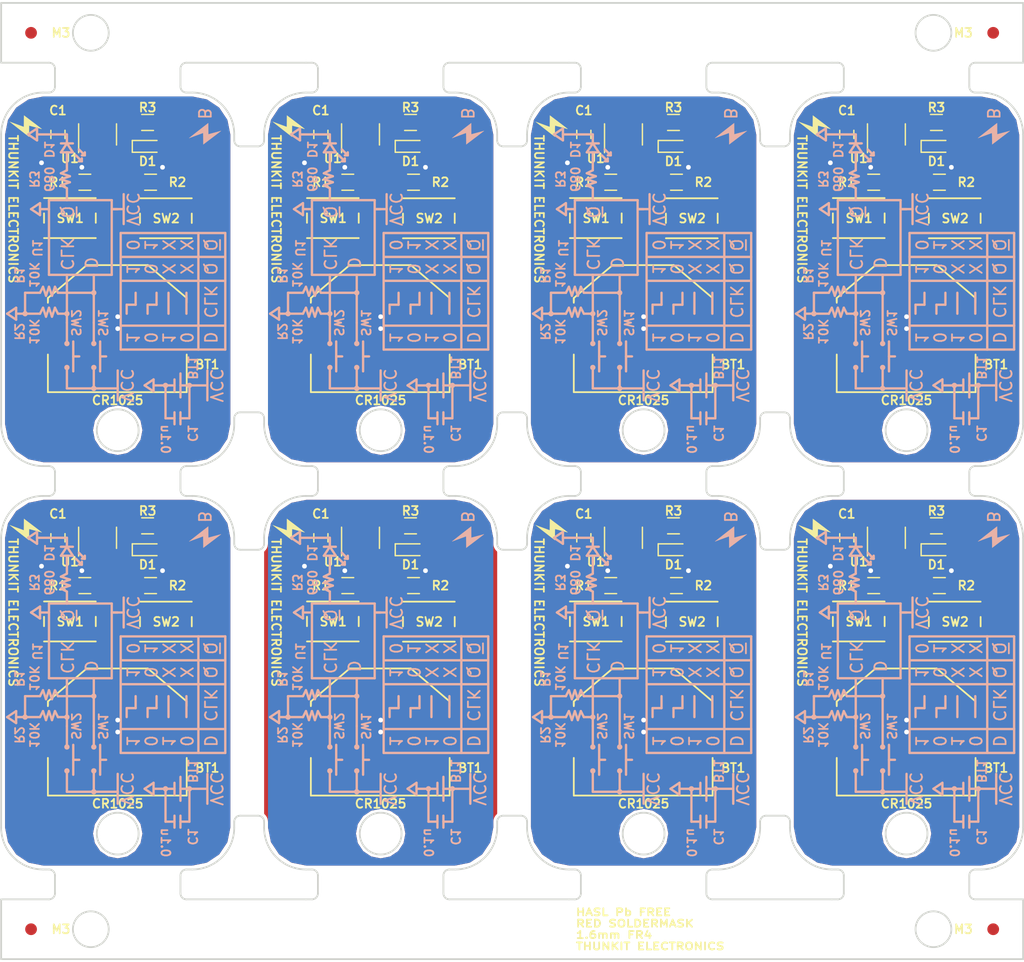
<source format=kicad_pcb>
(kicad_pcb (version 4) (host pcbnew 4.0.5+dfsg1-4)
  (title_block (title "Logic Keychain Soldering Kit") (date 2018-08-30) (rev B) (company "Thunkit Electronics"))
  (layers (0 F.Cu signal) (31 B.Cu signal) (34 B.Paste user) (35 F.Paste user) (36 B.SilkS user) (37 F.SilkS user) (38 B.Mask user) (39 F.Mask user) (44 Edge.Cuts user))
  (net 0 "")
  (net 1 GND)
  (net 2 VCC)
  (net 3 "Net-(R1-Pad1)")
  (net 4 "Net-(R2-Pad1)")
  (net 5 "Net-(R3-Pad2)")
  (net 6 "Net-(D1-Pad2)")
  (module MOD:lightning (layer B.Cu) (at 193.802 102.108 270)
    (fp_text reference G*** hide)
    (fp_text value LOGO hide)
  )
  (module MOD:lightning (layer B.Cu) (at 171.45 102.108 270)
    (fp_text reference G*** hide)
    (fp_text value LOGO hide)
  )
  (module MOD:lightning (layer B.Cu) (at 126.746 102.108 270)
    (fp_text reference G*** hide)
    (fp_text value LOGO hide)
  )
  (module MOD:lightning (layer B.Cu) (at 149.098 102.108 270)
    (fp_text reference G*** hide)
    (fp_text value LOGO hide)
  )
  (module Capacitors_SMD:C_0603 (layer F.Cu) (at 159.004 102.108 90)
    (fp_text reference C1 (at 2.032 0 180) (layer F.SilkS) (effects (font (size 0.75 0.75))))
    (fp_text value C)
    (pad 2 smd rect (at 0.75 0 90) (size 0.8 0.75) (layers F.Cu F.Paste F.Mask) (net 2 VCC))
    (pad 1 smd rect (at -0.75 0 90) (size 0.8 0.75) (layers F.Cu F.Paste F.Mask) (net 1 GND))
  )
  (module Resistors_SMD:R_0603 (layer F.Cu) (at 161.29 106.172 180)
    (fp_text reference R1 (at 2.286 0 180) (layer F.SilkS) (effects (font (size 0.75 0.75))))
    (fp_text value 10K)
    (pad 1 smd rect (at -0.75 0 180) (size 0.5 0.9) (layers F.Cu F.Paste F.Mask) (net 3 "Net-(R1-Pad1)"))
    (pad 2 smd rect (at 0.75 0 180) (size 0.5 0.9) (layers F.Cu F.Paste F.Mask) (net 1 GND))
  )
  (module "MOD:GND VIA" (layer F.Cu) (at 157.607 103.251)
    (fp_text reference "" (at 0 0) (layer F.SilkS))
    (fp_text value "" (at 0 0) (layer F.SilkS))
    (pad 1 thru_hole circle (at 0 1.27) (size 0.6 0.6) (drill 0.4) (layers *.Cu) (net 1 GND))
  )
  (module MOD:lightning (layer F.Cu) (at 156.21 101.346 90)
    (fp_text reference G*** hide)
    (fp_text value LOGO hide)
  )
  (module "MOD:GND VIA" (layer F.Cu) (at 161.036 103.632)
    (fp_text reference "" (at 0 0) (layer F.SilkS))
    (fp_text value "" (at 0 0) (layer F.SilkS))
    (pad 1 thru_hole circle (at 0 1.27) (size 0.6 0.6) (drill 0.4) (layers *.Cu) (net 1 GND))
  )
  (module MOD:lightning (layer F.Cu) (at 178.562 101.346 90)
    (fp_text reference G*** hide)
    (fp_text value LOGO hide)
  )
  (module "MOD:GND VIA" (layer F.Cu) (at 183.388 103.632)
    (fp_text reference "" (at 0 0) (layer F.SilkS))
    (fp_text value "" (at 0 0) (layer F.SilkS))
    (pad 1 thru_hole circle (at 0 1.27) (size 0.6 0.6) (drill 0.4) (layers *.Cu) (net 1 GND))
  )
  (module TO_SOT_Packages_SMD:SOT-23-5 (layer F.Cu) (at 184.724 102.108 90)
    (fp_text reference U1 (at -2.032 -2.352 180) (layer F.SilkS) (effects (font (size 0.75 0.75))))
    (fp_text value SN74AUP1G79)
    (pad 1 smd rect (at -1.1 -0.95 90) (size 1.06 0.65) (layers F.Cu F.Paste F.Mask) (net 3 "Net-(R1-Pad1)"))
    (pad 2 smd rect (at -1.1 0 90) (size 1.06 0.65) (layers F.Cu F.Paste F.Mask) (net 4 "Net-(R2-Pad1)"))
    (pad 3 smd rect (at -1.1 0.95 90) (size 1.06 0.65) (layers F.Cu F.Paste F.Mask) (net 1 GND))
    (pad 4 smd rect (at 1.1 0.95 90) (size 1.06 0.65) (layers F.Cu F.Paste F.Mask) (net 5 "Net-(R3-Pad2)"))
    (pad 5 smd rect (at 1.1 -0.95 90) (size 1.06 0.65) (layers F.Cu F.Paste F.Mask) (net 2 VCC))
  )
  (module "MOD:GND VIA" (layer F.Cu) (at 179.959 103.251)
    (fp_text reference "" (at 0 0) (layer F.SilkS))
    (fp_text value "" (at 0 0) (layer F.SilkS))
    (pad 1 thru_hole circle (at 0 1.27) (size 0.6 0.6) (drill 0.4) (layers *.Cu) (net 1 GND))
  )
  (module Capacitors_SMD:C_0603 (layer F.Cu) (at 181.356 102.108 90)
    (fp_text reference C1 (at 2.032 0 180) (layer F.SilkS) (effects (font (size 0.75 0.75))))
    (fp_text value C)
    (pad 2 smd rect (at 0.75 0 90) (size 0.8 0.75) (layers F.Cu F.Paste F.Mask) (net 2 VCC))
    (pad 1 smd rect (at -0.75 0 90) (size 0.8 0.75) (layers F.Cu F.Paste F.Mask) (net 1 GND))
  )
  (module "MOD:PTS810 SJK 250 SMTR LFS_Handsoldering" (layer F.Cu) (at 160.02 109.22 180)
    (fp_text reference SW1 (at -0.032 -0.016 180) (layer F.SilkS) (effects (font (size 0.75 0.75))))
    (fp_text value Push_SW)
    (pad 1 smd rect (at -2 -1 180) (size 1.8 0.65) (layers F.Cu F.Paste F.Mask) (net 2 VCC))
    (pad 1 smd rect (at 2 -1 180) (size 1.8 0.65) (layers F.Cu F.Paste F.Mask) (net 2 VCC))
    (pad 2 smd rect (at -2 1 180) (size 1.8 0.65) (layers F.Cu F.Paste F.Mask) (net 3 "Net-(R1-Pad1)"))
    (pad 2 smd rect (at 2 1 180) (size 1.8 0.65) (layers F.Cu F.Paste F.Mask) (net 3 "Net-(R1-Pad1)"))
  )
  (module MOD:BK-870 (layer F.Cu) (at 164.05 118.718 180)
    (fp_text reference BT1 (at -7.654 -2.948 180) (layer F.SilkS) (effects (font (size 0.75 0.75))))
    (fp_text value CR1025)
    (pad 2 smd circle (at 0 0.1 180) (size 8 8) (layers F.Cu F.Mask) (net 1 GND))
    (pad 1 smd rect (at -7.4 0.1 180) (size 3 4) (layers F.Cu F.Mask) (net 2 VCC))
    (pad 1 smd rect (at 7.4 0.1 180) (size 3 4) (layers F.Cu F.Mask) (net 2 VCC))
  )
  (module "MOD:GND VIA" (layer F.Cu) (at 164.084 116.332)
    (fp_text reference "" (at 0 0) (layer F.SilkS))
    (fp_text value "" (at 0 0) (layer F.SilkS))
    (pad 1 thru_hole circle (at 0 1.27) (size 0.6 0.6) (drill 0.4) (layers *.Cu) (net 1 GND))
  )
  (module "MOD:PTS810 SJK 250 SMTR LFS_Handsoldering" (layer F.Cu) (at 168.18 109.236 180)
    (fp_text reference SW2 (at -0.032 -0.016 180) (layer F.SilkS) (effects (font (size 0.75 0.75))))
    (fp_text value Push_SW)
    (pad 1 smd rect (at -2 -1 180) (size 1.8 0.65) (layers F.Cu F.Paste F.Mask) (net 2 VCC))
    (pad 1 smd rect (at 2 -1 180) (size 1.8 0.65) (layers F.Cu F.Paste F.Mask) (net 2 VCC))
    (pad 2 smd rect (at -2 1 180) (size 1.8 0.65) (layers F.Cu F.Paste F.Mask) (net 4 "Net-(R2-Pad1)"))
    (pad 2 smd rect (at 2 1 180) (size 1.8 0.65) (layers F.Cu F.Paste F.Mask) (net 4 "Net-(R2-Pad1)"))
  )
  (module "MOD:GND VIA" (layer F.Cu) (at 164.084 117.348)
    (fp_text reference "" (at 0 0) (layer F.SilkS))
    (fp_text value "" (at 0 0) (layer F.SilkS))
    (pad 1 thru_hole circle (at 0 1.27) (size 0.6 0.6) (drill 0.4) (layers *.Cu) (net 1 GND))
  )
  (module Resistors_SMD:R_0603 (layer F.Cu) (at 166.878 106.172)
    (fp_text reference R2 (at 2.286 0) (layer F.SilkS) (effects (font (size 0.75 0.75))))
    (fp_text value 10K)
    (pad 1 smd rect (at -0.75 0) (size 0.5 0.9) (layers F.Cu F.Paste F.Mask) (net 4 "Net-(R2-Pad1)"))
    (pad 2 smd rect (at 0.75 0) (size 0.5 0.9) (layers F.Cu F.Paste F.Mask) (net 1 GND))
  )
  (module Resistors_SMD:R_0603 (layer F.Cu) (at 166.624 101.092 180)
    (fp_text reference R3 (at 0 1.27 180) (layer F.SilkS) (effects (font (size 0.75 0.75))))
    (fp_text value 680)
    (pad 1 smd rect (at -0.75 0 180) (size 0.5 0.9) (layers F.Cu F.Paste F.Mask) (net 6 "Net-(D1-Pad2)"))
    (pad 2 smd rect (at 0.75 0 180) (size 0.5 0.9) (layers F.Cu F.Paste F.Mask) (net 5 "Net-(R3-Pad2)"))
  )
  (module "MOD:GND VIA" (layer F.Cu) (at 167.894 103.632)
    (fp_text reference "" (at 0 0) (layer F.SilkS))
    (fp_text value "" (at 0 0) (layer F.SilkS))
    (pad 1 thru_hole circle (at 0 1.27) (size 0.6 0.6) (drill 0.4) (layers *.Cu) (net 1 GND))
  )
  (module TO_SOT_Packages_SMD:SOT-23-5 (layer F.Cu) (at 162.372 102.108 90)
    (fp_text reference U1 (at -2.032 -2.352 180) (layer F.SilkS) (effects (font (size 0.75 0.75))))
    (fp_text value SN74AUP1G79)
    (pad 1 smd rect (at -1.1 -0.95 90) (size 1.06 0.65) (layers F.Cu F.Paste F.Mask) (net 3 "Net-(R1-Pad1)"))
    (pad 2 smd rect (at -1.1 0 90) (size 1.06 0.65) (layers F.Cu F.Paste F.Mask) (net 4 "Net-(R2-Pad1)"))
    (pad 3 smd rect (at -1.1 0.95 90) (size 1.06 0.65) (layers F.Cu F.Paste F.Mask) (net 1 GND))
    (pad 4 smd rect (at 1.1 0.95 90) (size 1.06 0.65) (layers F.Cu F.Paste F.Mask) (net 5 "Net-(R3-Pad2)"))
    (pad 5 smd rect (at 1.1 -0.95 90) (size 1.06 0.65) (layers F.Cu F.Paste F.Mask) (net 2 VCC))
  )
  (module LEDs:LED_0603 (layer F.Cu) (at 166.624 103.124)
    (fp_text reference D1 (at 0 1.27) (layer F.SilkS) (effects (font (size 0.75 0.75))))
    (fp_text value LED)
    (pad 2 smd rect (at 0.8 0 180) (size 0.8 0.8) (layers F.Cu F.Paste F.Mask) (net 6 "Net-(D1-Pad2)"))
    (pad 1 smd rect (at -0.8 0 180) (size 0.8 0.8) (layers F.Cu F.Paste F.Mask) (net 1 GND))
  )
  (module "MOD:PTS810 SJK 250 SMTR LFS_Handsoldering" (layer F.Cu) (at 182.372 109.22 180)
    (fp_text reference SW1 (at -0.032 -0.016 180) (layer F.SilkS) (effects (font (size 0.75 0.75))))
    (fp_text value Push_SW)
    (pad 1 smd rect (at -2 -1 180) (size 1.8 0.65) (layers F.Cu F.Paste F.Mask) (net 2 VCC))
    (pad 1 smd rect (at 2 -1 180) (size 1.8 0.65) (layers F.Cu F.Paste F.Mask) (net 2 VCC))
    (pad 2 smd rect (at -2 1 180) (size 1.8 0.65) (layers F.Cu F.Paste F.Mask) (net 3 "Net-(R1-Pad1)"))
    (pad 2 smd rect (at 2 1 180) (size 1.8 0.65) (layers F.Cu F.Paste F.Mask) (net 3 "Net-(R1-Pad1)"))
  )
  (module MOD:BK-870 (layer F.Cu) (at 186.402 118.718 180)
    (fp_text reference BT1 (at -7.654 -2.948 180) (layer F.SilkS) (effects (font (size 0.75 0.75))))
    (fp_text value CR1025)
    (pad 2 smd circle (at 0 0.1 180) (size 8 8) (layers F.Cu F.Mask) (net 1 GND))
    (pad 1 smd rect (at -7.4 0.1 180) (size 3 4) (layers F.Cu F.Mask) (net 2 VCC))
    (pad 1 smd rect (at 7.4 0.1 180) (size 3 4) (layers F.Cu F.Mask) (net 2 VCC))
  )
  (module "MOD:GND VIA" (layer F.Cu) (at 186.436 116.332)
    (fp_text reference "" (at 0 0) (layer F.SilkS))
    (fp_text value "" (at 0 0) (layer F.SilkS))
    (pad 1 thru_hole circle (at 0 1.27) (size 0.6 0.6) (drill 0.4) (layers *.Cu) (net 1 GND))
  )
  (module "MOD:PTS810 SJK 250 SMTR LFS_Handsoldering" (layer F.Cu) (at 190.532 109.236 180)
    (fp_text reference SW2 (at -0.032 -0.016 180) (layer F.SilkS) (effects (font (size 0.75 0.75))))
    (fp_text value Push_SW)
    (pad 1 smd rect (at -2 -1 180) (size 1.8 0.65) (layers F.Cu F.Paste F.Mask) (net 2 VCC))
    (pad 1 smd rect (at 2 -1 180) (size 1.8 0.65) (layers F.Cu F.Paste F.Mask) (net 2 VCC))
    (pad 2 smd rect (at -2 1 180) (size 1.8 0.65) (layers F.Cu F.Paste F.Mask) (net 4 "Net-(R2-Pad1)"))
    (pad 2 smd rect (at 2 1 180) (size 1.8 0.65) (layers F.Cu F.Paste F.Mask) (net 4 "Net-(R2-Pad1)"))
  )
  (module "MOD:GND VIA" (layer F.Cu) (at 186.436 117.348)
    (fp_text reference "" (at 0 0) (layer F.SilkS))
    (fp_text value "" (at 0 0) (layer F.SilkS))
    (pad 1 thru_hole circle (at 0 1.27) (size 0.6 0.6) (drill 0.4) (layers *.Cu) (net 1 GND))
  )
  (module Resistors_SMD:R_0603 (layer F.Cu) (at 189.23 106.172)
    (fp_text reference R2 (at 2.286 0) (layer F.SilkS) (effects (font (size 0.75 0.75))))
    (fp_text value 10K)
    (pad 1 smd rect (at -0.75 0) (size 0.5 0.9) (layers F.Cu F.Paste F.Mask) (net 4 "Net-(R2-Pad1)"))
    (pad 2 smd rect (at 0.75 0) (size 0.5 0.9) (layers F.Cu F.Paste F.Mask) (net 1 GND))
  )
  (module LEDs:LED_0603 (layer F.Cu) (at 188.976 103.124)
    (fp_text reference D1 (at 0 1.27) (layer F.SilkS) (effects (font (size 0.75 0.75))))
    (fp_text value LED)
    (pad 2 smd rect (at 0.8 0 180) (size 0.8 0.8) (layers F.Cu F.Paste F.Mask) (net 6 "Net-(D1-Pad2)"))
    (pad 1 smd rect (at -0.8 0 180) (size 0.8 0.8) (layers F.Cu F.Paste F.Mask) (net 1 GND))
  )
  (module "MOD:GND VIA" (layer F.Cu) (at 190.246 103.632)
    (fp_text reference "" (at 0 0) (layer F.SilkS))
    (fp_text value "" (at 0 0) (layer F.SilkS))
    (pad 1 thru_hole circle (at 0 1.27) (size 0.6 0.6) (drill 0.4) (layers *.Cu) (net 1 GND))
  )
  (module Resistors_SMD:R_0603 (layer F.Cu) (at 188.976 101.092 180)
    (fp_text reference R3 (at 0 1.27 180) (layer F.SilkS) (effects (font (size 0.75 0.75))))
    (fp_text value 680)
    (pad 1 smd rect (at -0.75 0 180) (size 0.5 0.9) (layers F.Cu F.Paste F.Mask) (net 6 "Net-(D1-Pad2)"))
    (pad 2 smd rect (at 0.75 0 180) (size 0.5 0.9) (layers F.Cu F.Paste F.Mask) (net 5 "Net-(R3-Pad2)"))
  )
  (module Resistors_SMD:R_0603 (layer F.Cu) (at 183.642 106.172 180)
    (fp_text reference R1 (at 2.286 0 180) (layer F.SilkS) (effects (font (size 0.75 0.75))))
    (fp_text value 10K)
    (pad 1 smd rect (at -0.75 0 180) (size 0.5 0.9) (layers F.Cu F.Paste F.Mask) (net 3 "Net-(R1-Pad1)"))
    (pad 2 smd rect (at 0.75 0 180) (size 0.5 0.9) (layers F.Cu F.Paste F.Mask) (net 1 GND))
  )
  (module "MOD:PTS810 SJK 250 SMTR LFS_Handsoldering" (layer F.Cu) (at 145.828 109.236 180)
    (fp_text reference SW2 (at -0.032 -0.016 180) (layer F.SilkS) (effects (font (size 0.75 0.75))))
    (fp_text value Push_SW)
    (pad 1 smd rect (at -2 -1 180) (size 1.8 0.65) (layers F.Cu F.Paste F.Mask) (net 2 VCC))
    (pad 1 smd rect (at 2 -1 180) (size 1.8 0.65) (layers F.Cu F.Paste F.Mask) (net 2 VCC))
    (pad 2 smd rect (at -2 1 180) (size 1.8 0.65) (layers F.Cu F.Paste F.Mask) (net 4 "Net-(R2-Pad1)"))
    (pad 2 smd rect (at 2 1 180) (size 1.8 0.65) (layers F.Cu F.Paste F.Mask) (net 4 "Net-(R2-Pad1)"))
  )
  (module Resistors_SMD:R_0603 (layer F.Cu) (at 144.526 106.172)
    (fp_text reference R2 (at 2.286 0) (layer F.SilkS) (effects (font (size 0.75 0.75))))
    (fp_text value 10K)
    (pad 1 smd rect (at -0.75 0) (size 0.5 0.9) (layers F.Cu F.Paste F.Mask) (net 4 "Net-(R2-Pad1)"))
    (pad 2 smd rect (at 0.75 0) (size 0.5 0.9) (layers F.Cu F.Paste F.Mask) (net 1 GND))
  )
  (module MOD:BK-870 (layer F.Cu) (at 141.698 118.718 180)
    (fp_text reference BT1 (at -7.654 -2.948 180) (layer F.SilkS) (effects (font (size 0.75 0.75))))
    (fp_text value CR1025)
    (pad 2 smd circle (at 0 0.1 180) (size 8 8) (layers F.Cu F.Mask) (net 1 GND))
    (pad 1 smd rect (at -7.4 0.1 180) (size 3 4) (layers F.Cu F.Mask) (net 2 VCC))
    (pad 1 smd rect (at 7.4 0.1 180) (size 3 4) (layers F.Cu F.Mask) (net 2 VCC))
  )
  (module "MOD:GND VIA" (layer F.Cu) (at 141.732 116.332)
    (fp_text reference "" (at 0 0) (layer F.SilkS))
    (fp_text value "" (at 0 0) (layer F.SilkS))
    (pad 1 thru_hole circle (at 0 1.27) (size 0.6 0.6) (drill 0.4) (layers *.Cu) (net 1 GND))
  )
  (module Resistors_SMD:R_0603 (layer F.Cu) (at 138.938 106.172 180)
    (fp_text reference R1 (at 2.286 0 180) (layer F.SilkS) (effects (font (size 0.75 0.75))))
    (fp_text value 10K)
    (pad 1 smd rect (at -0.75 0 180) (size 0.5 0.9) (layers F.Cu F.Paste F.Mask) (net 3 "Net-(R1-Pad1)"))
    (pad 2 smd rect (at 0.75 0 180) (size 0.5 0.9) (layers F.Cu F.Paste F.Mask) (net 1 GND))
  )
  (module "MOD:GND VIA" (layer F.Cu) (at 141.732 117.348)
    (fp_text reference "" (at 0 0) (layer F.SilkS))
    (fp_text value "" (at 0 0) (layer F.SilkS))
    (pad 1 thru_hole circle (at 0 1.27) (size 0.6 0.6) (drill 0.4) (layers *.Cu) (net 1 GND))
  )
  (module "MOD:PTS810 SJK 250 SMTR LFS_Handsoldering" (layer F.Cu) (at 137.668 109.22 180)
    (fp_text reference SW1 (at -0.032 -0.016 180) (layer F.SilkS) (effects (font (size 0.75 0.75))))
    (fp_text value Push_SW)
    (pad 1 smd rect (at -2 -1 180) (size 1.8 0.65) (layers F.Cu F.Paste F.Mask) (net 2 VCC))
    (pad 1 smd rect (at 2 -1 180) (size 1.8 0.65) (layers F.Cu F.Paste F.Mask) (net 2 VCC))
    (pad 2 smd rect (at -2 1 180) (size 1.8 0.65) (layers F.Cu F.Paste F.Mask) (net 3 "Net-(R1-Pad1)"))
    (pad 2 smd rect (at 2 1 180) (size 1.8 0.65) (layers F.Cu F.Paste F.Mask) (net 3 "Net-(R1-Pad1)"))
  )
  (module "MOD:GND VIA" (layer F.Cu) (at 119.38 116.332)
    (fp_text reference "" (at 0 0) (layer F.SilkS))
    (fp_text value "" (at 0 0) (layer F.SilkS))
    (pad 1 thru_hole circle (at 0 1.27) (size 0.6 0.6) (drill 0.4) (layers *.Cu) (net 1 GND))
  )
  (module MOD:BK-870 (layer F.Cu) (at 119.346 118.718 180)
    (fp_text reference BT1 (at -7.654 -2.948 180) (layer F.SilkS) (effects (font (size 0.75 0.75))))
    (fp_text value CR1025)
    (pad 2 smd circle (at 0 0.1 180) (size 8 8) (layers F.Cu F.Mask) (net 1 GND))
    (pad 1 smd rect (at -7.4 0.1 180) (size 3 4) (layers F.Cu F.Mask) (net 2 VCC))
    (pad 1 smd rect (at 7.4 0.1 180) (size 3 4) (layers F.Cu F.Mask) (net 2 VCC))
  )
  (module "MOD:PTS810 SJK 250 SMTR LFS_Handsoldering" (layer F.Cu) (at 123.476 109.236 180)
    (fp_text reference SW2 (at -0.032 -0.016 180) (layer F.SilkS) (effects (font (size 0.75 0.75))))
    (fp_text value Push_SW)
    (pad 1 smd rect (at -2 -1 180) (size 1.8 0.65) (layers F.Cu F.Paste F.Mask) (net 2 VCC))
    (pad 1 smd rect (at 2 -1 180) (size 1.8 0.65) (layers F.Cu F.Paste F.Mask) (net 2 VCC))
    (pad 2 smd rect (at -2 1 180) (size 1.8 0.65) (layers F.Cu F.Paste F.Mask) (net 4 "Net-(R2-Pad1)"))
    (pad 2 smd rect (at 2 1 180) (size 1.8 0.65) (layers F.Cu F.Paste F.Mask) (net 4 "Net-(R2-Pad1)"))
  )
  (module "MOD:GND VIA" (layer F.Cu) (at 119.38 117.348)
    (fp_text reference "" (at 0 0) (layer F.SilkS))
    (fp_text value "" (at 0 0) (layer F.SilkS))
    (pad 1 thru_hole circle (at 0 1.27) (size 0.6 0.6) (drill 0.4) (layers *.Cu) (net 1 GND))
  )
  (module Resistors_SMD:R_0603 (layer F.Cu) (at 122.174 106.172)
    (fp_text reference R2 (at 2.286 0) (layer F.SilkS) (effects (font (size 0.75 0.75))))
    (fp_text value 10K)
    (pad 1 smd rect (at -0.75 0) (size 0.5 0.9) (layers F.Cu F.Paste F.Mask) (net 4 "Net-(R2-Pad1)"))
    (pad 2 smd rect (at 0.75 0) (size 0.5 0.9) (layers F.Cu F.Paste F.Mask) (net 1 GND))
  )
  (module "MOD:GND VIA" (layer F.Cu) (at 123.19 103.632)
    (fp_text reference "" (at 0 0) (layer F.SilkS))
    (fp_text value "" (at 0 0) (layer F.SilkS))
    (pad 1 thru_hole circle (at 0 1.27) (size 0.6 0.6) (drill 0.4) (layers *.Cu) (net 1 GND))
  )
  (module Resistors_SMD:R_0603 (layer F.Cu) (at 121.92 101.092 180)
    (fp_text reference R3 (at 0 1.27 180) (layer F.SilkS) (effects (font (size 0.75 0.75))))
    (fp_text value 680)
    (pad 1 smd rect (at -0.75 0 180) (size 0.5 0.9) (layers F.Cu F.Paste F.Mask) (net 6 "Net-(D1-Pad2)"))
    (pad 2 smd rect (at 0.75 0 180) (size 0.5 0.9) (layers F.Cu F.Paste F.Mask) (net 5 "Net-(R3-Pad2)"))
  )
  (module "MOD:PTS810 SJK 250 SMTR LFS_Handsoldering" (layer F.Cu) (at 115.316 109.22 180)
    (fp_text reference SW1 (at -0.032 -0.016 180) (layer F.SilkS) (effects (font (size 0.75 0.75))))
    (fp_text value Push_SW)
    (pad 1 smd rect (at -2 -1 180) (size 1.8 0.65) (layers F.Cu F.Paste F.Mask) (net 2 VCC))
    (pad 1 smd rect (at 2 -1 180) (size 1.8 0.65) (layers F.Cu F.Paste F.Mask) (net 2 VCC))
    (pad 2 smd rect (at -2 1 180) (size 1.8 0.65) (layers F.Cu F.Paste F.Mask) (net 3 "Net-(R1-Pad1)"))
    (pad 2 smd rect (at 2 1 180) (size 1.8 0.65) (layers F.Cu F.Paste F.Mask) (net 3 "Net-(R1-Pad1)"))
  )
  (module LEDs:LED_0603 (layer F.Cu) (at 121.92 103.124)
    (fp_text reference D1 (at 0 1.27) (layer F.SilkS) (effects (font (size 0.75 0.75))))
    (fp_text value LED)
    (pad 2 smd rect (at 0.8 0 180) (size 0.8 0.8) (layers F.Cu F.Paste F.Mask) (net 6 "Net-(D1-Pad2)"))
    (pad 1 smd rect (at -0.8 0 180) (size 0.8 0.8) (layers F.Cu F.Paste F.Mask) (net 1 GND))
  )
  (module "MOD:GND VIA" (layer F.Cu) (at 116.332 103.632)
    (fp_text reference "" (at 0 0) (layer F.SilkS))
    (fp_text value "" (at 0 0) (layer F.SilkS))
    (pad 1 thru_hole circle (at 0 1.27) (size 0.6 0.6) (drill 0.4) (layers *.Cu) (net 1 GND))
  )
  (module Resistors_SMD:R_0603 (layer F.Cu) (at 116.586 106.172 180)
    (fp_text reference R1 (at 2.286 0 180) (layer F.SilkS) (effects (font (size 0.75 0.75))))
    (fp_text value 10K)
    (pad 1 smd rect (at -0.75 0 180) (size 0.5 0.9) (layers F.Cu F.Paste F.Mask) (net 3 "Net-(R1-Pad1)"))
    (pad 2 smd rect (at 0.75 0 180) (size 0.5 0.9) (layers F.Cu F.Paste F.Mask) (net 1 GND))
  )
  (module TO_SOT_Packages_SMD:SOT-23-5 (layer F.Cu) (at 117.668 102.108 90)
    (fp_text reference U1 (at -2.032 -2.352 180) (layer F.SilkS) (effects (font (size 0.75 0.75))))
    (fp_text value SN74AUP1G79)
    (pad 1 smd rect (at -1.1 -0.95 90) (size 1.06 0.65) (layers F.Cu F.Paste F.Mask) (net 3 "Net-(R1-Pad1)"))
    (pad 2 smd rect (at -1.1 0 90) (size 1.06 0.65) (layers F.Cu F.Paste F.Mask) (net 4 "Net-(R2-Pad1)"))
    (pad 3 smd rect (at -1.1 0.95 90) (size 1.06 0.65) (layers F.Cu F.Paste F.Mask) (net 1 GND))
    (pad 4 smd rect (at 1.1 0.95 90) (size 1.06 0.65) (layers F.Cu F.Paste F.Mask) (net 5 "Net-(R3-Pad2)"))
    (pad 5 smd rect (at 1.1 -0.95 90) (size 1.06 0.65) (layers F.Cu F.Paste F.Mask) (net 2 VCC))
  )
  (module "MOD:GND VIA" (layer F.Cu) (at 112.903 103.251)
    (fp_text reference "" (at 0 0) (layer F.SilkS))
    (fp_text value "" (at 0 0) (layer F.SilkS))
    (pad 1 thru_hole circle (at 0 1.27) (size 0.6 0.6) (drill 0.4) (layers *.Cu) (net 1 GND))
  )
  (module MOD:lightning (layer F.Cu) (at 111.506 101.346 90)
    (fp_text reference G*** hide)
    (fp_text value LOGO hide)
  )
  (module Capacitors_SMD:C_0603 (layer F.Cu) (at 114.3 102.108 90)
    (fp_text reference C1 (at 2.032 0 180) (layer F.SilkS) (effects (font (size 0.75 0.75))))
    (fp_text value C)
    (pad 2 smd rect (at 0.75 0 90) (size 0.8 0.75) (layers F.Cu F.Paste F.Mask) (net 2 VCC))
    (pad 1 smd rect (at -0.75 0 90) (size 0.8 0.75) (layers F.Cu F.Paste F.Mask) (net 1 GND))
  )
  (module "MOD:GND VIA" (layer F.Cu) (at 135.255 103.251)
    (fp_text reference "" (at 0 0) (layer F.SilkS))
    (fp_text value "" (at 0 0) (layer F.SilkS))
    (pad 1 thru_hole circle (at 0 1.27) (size 0.6 0.6) (drill 0.4) (layers *.Cu) (net 1 GND))
  )
  (module MOD:lightning (layer F.Cu) (at 133.858 101.346 90)
    (fp_text reference G*** hide)
    (fp_text value LOGO hide)
  )
  (module Capacitors_SMD:C_0603 (layer F.Cu) (at 136.652 102.108 90)
    (fp_text reference C1 (at 2.032 0 180) (layer F.SilkS) (effects (font (size 0.75 0.75))))
    (fp_text value C)
    (pad 2 smd rect (at 0.75 0 90) (size 0.8 0.75) (layers F.Cu F.Paste F.Mask) (net 2 VCC))
    (pad 1 smd rect (at -0.75 0 90) (size 0.8 0.75) (layers F.Cu F.Paste F.Mask) (net 1 GND))
  )
  (module "MOD:GND VIA" (layer F.Cu) (at 145.542 103.632)
    (fp_text reference "" (at 0 0) (layer F.SilkS))
    (fp_text value "" (at 0 0) (layer F.SilkS))
    (pad 1 thru_hole circle (at 0 1.27) (size 0.6 0.6) (drill 0.4) (layers *.Cu) (net 1 GND))
  )
  (module Resistors_SMD:R_0603 (layer F.Cu) (at 144.272 101.092 180)
    (fp_text reference R3 (at 0 1.27 180) (layer F.SilkS) (effects (font (size 0.75 0.75))))
    (fp_text value 680)
    (pad 1 smd rect (at -0.75 0 180) (size 0.5 0.9) (layers F.Cu F.Paste F.Mask) (net 6 "Net-(D1-Pad2)"))
    (pad 2 smd rect (at 0.75 0 180) (size 0.5 0.9) (layers F.Cu F.Paste F.Mask) (net 5 "Net-(R3-Pad2)"))
  )
  (module TO_SOT_Packages_SMD:SOT-23-5 (layer F.Cu) (at 140.02 102.108 90)
    (fp_text reference U1 (at -2.032 -2.352 180) (layer F.SilkS) (effects (font (size 0.75 0.75))))
    (fp_text value SN74AUP1G79)
    (pad 1 smd rect (at -1.1 -0.95 90) (size 1.06 0.65) (layers F.Cu F.Paste F.Mask) (net 3 "Net-(R1-Pad1)"))
    (pad 2 smd rect (at -1.1 0 90) (size 1.06 0.65) (layers F.Cu F.Paste F.Mask) (net 4 "Net-(R2-Pad1)"))
    (pad 3 smd rect (at -1.1 0.95 90) (size 1.06 0.65) (layers F.Cu F.Paste F.Mask) (net 1 GND))
    (pad 4 smd rect (at 1.1 0.95 90) (size 1.06 0.65) (layers F.Cu F.Paste F.Mask) (net 5 "Net-(R3-Pad2)"))
    (pad 5 smd rect (at 1.1 -0.95 90) (size 1.06 0.65) (layers F.Cu F.Paste F.Mask) (net 2 VCC))
  )
  (module "MOD:GND VIA" (layer F.Cu) (at 138.684 103.632)
    (fp_text reference "" (at 0 0) (layer F.SilkS))
    (fp_text value "" (at 0 0) (layer F.SilkS))
    (pad 1 thru_hole circle (at 0 1.27) (size 0.6 0.6) (drill 0.4) (layers *.Cu) (net 1 GND))
  )
  (module LEDs:LED_0603 (layer F.Cu) (at 144.272 103.124)
    (fp_text reference D1 (at 0 1.27) (layer F.SilkS) (effects (font (size 0.75 0.75))))
    (fp_text value LED)
    (pad 2 smd rect (at 0.8 0 180) (size 0.8 0.8) (layers F.Cu F.Paste F.Mask) (net 6 "Net-(D1-Pad2)"))
    (pad 1 smd rect (at -0.8 0 180) (size 0.8 0.8) (layers F.Cu F.Paste F.Mask) (net 1 GND))
  )
  (module Resistors_SMD:R_0603 (layer F.Cu) (at 161.29 71.882 180)
    (fp_text reference R1 (at 2.286 0 180) (layer F.SilkS) (effects (font (size 0.75 0.75))))
    (fp_text value 10K)
    (pad 1 smd rect (at -0.75 0 180) (size 0.5 0.9) (layers F.Cu F.Paste F.Mask) (net 3 "Net-(R1-Pad1)"))
    (pad 2 smd rect (at 0.75 0 180) (size 0.5 0.9) (layers F.Cu F.Paste F.Mask) (net 1 GND))
  )
  (module "MOD:GND VIA" (layer F.Cu) (at 161.036 69.342)
    (fp_text reference "" (at 0 0) (layer F.SilkS))
    (fp_text value "" (at 0 0) (layer F.SilkS))
    (pad 1 thru_hole circle (at 0 1.27) (size 0.6 0.6) (drill 0.4) (layers *.Cu) (net 1 GND))
  )
  (module "MOD:GND VIA" (layer F.Cu) (at 157.607 68.961)
    (fp_text reference "" (at 0 0) (layer F.SilkS))
    (fp_text value "" (at 0 0) (layer F.SilkS))
    (pad 1 thru_hole circle (at 0 1.27) (size 0.6 0.6) (drill 0.4) (layers *.Cu) (net 1 GND))
  )
  (module MOD:lightning (layer F.Cu) (at 156.21 67.056 90)
    (fp_text reference G*** hide)
    (fp_text value LOGO hide)
  )
  (module Capacitors_SMD:C_0603 (layer F.Cu) (at 159.004 67.818 90)
    (fp_text reference C1 (at 2.032 0 180) (layer F.SilkS) (effects (font (size 0.75 0.75))))
    (fp_text value C)
    (pad 2 smd rect (at 0.75 0 90) (size 0.8 0.75) (layers F.Cu F.Paste F.Mask) (net 2 VCC))
    (pad 1 smd rect (at -0.75 0 90) (size 0.8 0.75) (layers F.Cu F.Paste F.Mask) (net 1 GND))
  )
  (module LEDs:LED_0603 (layer F.Cu) (at 188.976 68.834)
    (fp_text reference D1 (at 0 1.27) (layer F.SilkS) (effects (font (size 0.75 0.75))))
    (fp_text value LED)
    (pad 2 smd rect (at 0.8 0 180) (size 0.8 0.8) (layers F.Cu F.Paste F.Mask) (net 6 "Net-(D1-Pad2)"))
    (pad 1 smd rect (at -0.8 0 180) (size 0.8 0.8) (layers F.Cu F.Paste F.Mask) (net 1 GND))
  )
  (module "MOD:GND VIA" (layer F.Cu) (at 183.388 69.342)
    (fp_text reference "" (at 0 0) (layer F.SilkS))
    (fp_text value "" (at 0 0) (layer F.SilkS))
    (pad 1 thru_hole circle (at 0 1.27) (size 0.6 0.6) (drill 0.4) (layers *.Cu) (net 1 GND))
  )
  (module "MOD:GND VIA" (layer F.Cu) (at 190.246 69.342)
    (fp_text reference "" (at 0 0) (layer F.SilkS))
    (fp_text value "" (at 0 0) (layer F.SilkS))
    (pad 1 thru_hole circle (at 0 1.27) (size 0.6 0.6) (drill 0.4) (layers *.Cu) (net 1 GND))
  )
  (module Capacitors_SMD:C_0603 (layer F.Cu) (at 181.356 67.818 90)
    (fp_text reference C1 (at 2.032 0 180) (layer F.SilkS) (effects (font (size 0.75 0.75))))
    (fp_text value C)
    (pad 2 smd rect (at 0.75 0 90) (size 0.8 0.75) (layers F.Cu F.Paste F.Mask) (net 2 VCC))
    (pad 1 smd rect (at -0.75 0 90) (size 0.8 0.75) (layers F.Cu F.Paste F.Mask) (net 1 GND))
  )
  (module TO_SOT_Packages_SMD:SOT-23-5 (layer F.Cu) (at 184.724 67.818 90)
    (fp_text reference U1 (at -2.032 -2.352 180) (layer F.SilkS) (effects (font (size 0.75 0.75))))
    (fp_text value SN74AUP1G79)
    (pad 1 smd rect (at -1.1 -0.95 90) (size 1.06 0.65) (layers F.Cu F.Paste F.Mask) (net 3 "Net-(R1-Pad1)"))
    (pad 2 smd rect (at -1.1 0 90) (size 1.06 0.65) (layers F.Cu F.Paste F.Mask) (net 4 "Net-(R2-Pad1)"))
    (pad 3 smd rect (at -1.1 0.95 90) (size 1.06 0.65) (layers F.Cu F.Paste F.Mask) (net 1 GND))
    (pad 4 smd rect (at 1.1 0.95 90) (size 1.06 0.65) (layers F.Cu F.Paste F.Mask) (net 5 "Net-(R3-Pad2)"))
    (pad 5 smd rect (at 1.1 -0.95 90) (size 1.06 0.65) (layers F.Cu F.Paste F.Mask) (net 2 VCC))
  )
  (module "MOD:GND VIA" (layer F.Cu) (at 179.959 68.961)
    (fp_text reference "" (at 0 0) (layer F.SilkS))
    (fp_text value "" (at 0 0) (layer F.SilkS))
    (pad 1 thru_hole circle (at 0 1.27) (size 0.6 0.6) (drill 0.4) (layers *.Cu) (net 1 GND))
  )
  (module Resistors_SMD:R_0603 (layer F.Cu) (at 188.976 66.802 180)
    (fp_text reference R3 (at 0 1.27 180) (layer F.SilkS) (effects (font (size 0.75 0.75))))
    (fp_text value 680)
    (pad 1 smd rect (at -0.75 0 180) (size 0.5 0.9) (layers F.Cu F.Paste F.Mask) (net 6 "Net-(D1-Pad2)"))
    (pad 2 smd rect (at 0.75 0 180) (size 0.5 0.9) (layers F.Cu F.Paste F.Mask) (net 5 "Net-(R3-Pad2)"))
  )
  (module MOD:lightning (layer F.Cu) (at 178.562 67.056 90)
    (fp_text reference G*** hide)
    (fp_text value LOGO hide)
  )
  (module MOD:BK-870 (layer F.Cu) (at 186.402 84.428 180)
    (fp_text reference BT1 (at -7.654 -2.948 180) (layer F.SilkS) (effects (font (size 0.75 0.75))))
    (fp_text value CR1025)
    (pad 2 smd circle (at 0 0.1 180) (size 8 8) (layers F.Cu F.Mask) (net 1 GND))
    (pad 1 smd rect (at -7.4 0.1 180) (size 3 4) (layers F.Cu F.Mask) (net 2 VCC))
    (pad 1 smd rect (at 7.4 0.1 180) (size 3 4) (layers F.Cu F.Mask) (net 2 VCC))
  )
  (module "MOD:PTS810 SJK 250 SMTR LFS_Handsoldering" (layer F.Cu) (at 190.532 74.946 180)
    (fp_text reference SW2 (at -0.032 -0.016 180) (layer F.SilkS) (effects (font (size 0.75 0.75))))
    (fp_text value Push_SW)
    (pad 1 smd rect (at -2 -1 180) (size 1.8 0.65) (layers F.Cu F.Paste F.Mask) (net 2 VCC))
    (pad 1 smd rect (at 2 -1 180) (size 1.8 0.65) (layers F.Cu F.Paste F.Mask) (net 2 VCC))
    (pad 2 smd rect (at -2 1 180) (size 1.8 0.65) (layers F.Cu F.Paste F.Mask) (net 4 "Net-(R2-Pad1)"))
    (pad 2 smd rect (at 2 1 180) (size 1.8 0.65) (layers F.Cu F.Paste F.Mask) (net 4 "Net-(R2-Pad1)"))
  )
  (module Resistors_SMD:R_0603 (layer F.Cu) (at 183.642 71.882 180)
    (fp_text reference R1 (at 2.286 0 180) (layer F.SilkS) (effects (font (size 0.75 0.75))))
    (fp_text value 10K)
    (pad 1 smd rect (at -0.75 0 180) (size 0.5 0.9) (layers F.Cu F.Paste F.Mask) (net 3 "Net-(R1-Pad1)"))
    (pad 2 smd rect (at 0.75 0 180) (size 0.5 0.9) (layers F.Cu F.Paste F.Mask) (net 1 GND))
  )
  (module "MOD:GND VIA" (layer F.Cu) (at 186.436 82.042)
    (fp_text reference "" (at 0 0) (layer F.SilkS))
    (fp_text value "" (at 0 0) (layer F.SilkS))
    (pad 1 thru_hole circle (at 0 1.27) (size 0.6 0.6) (drill 0.4) (layers *.Cu) (net 1 GND))
  )
  (module "MOD:GND VIA" (layer F.Cu) (at 186.436 83.058)
    (fp_text reference "" (at 0 0) (layer F.SilkS))
    (fp_text value "" (at 0 0) (layer F.SilkS))
    (pad 1 thru_hole circle (at 0 1.27) (size 0.6 0.6) (drill 0.4) (layers *.Cu) (net 1 GND))
  )
  (module Resistors_SMD:R_0603 (layer F.Cu) (at 189.23 71.882)
    (fp_text reference R2 (at 2.286 0) (layer F.SilkS) (effects (font (size 0.75 0.75))))
    (fp_text value 10K)
    (pad 1 smd rect (at -0.75 0) (size 0.5 0.9) (layers F.Cu F.Paste F.Mask) (net 4 "Net-(R2-Pad1)"))
    (pad 2 smd rect (at 0.75 0) (size 0.5 0.9) (layers F.Cu F.Paste F.Mask) (net 1 GND))
  )
  (module "MOD:PTS810 SJK 250 SMTR LFS_Handsoldering" (layer F.Cu) (at 182.372 74.93 180)
    (fp_text reference SW1 (at -0.032 -0.016 180) (layer F.SilkS) (effects (font (size 0.75 0.75))))
    (fp_text value Push_SW)
    (pad 1 smd rect (at -2 -1 180) (size 1.8 0.65) (layers F.Cu F.Paste F.Mask) (net 2 VCC))
    (pad 1 smd rect (at 2 -1 180) (size 1.8 0.65) (layers F.Cu F.Paste F.Mask) (net 2 VCC))
    (pad 2 smd rect (at -2 1 180) (size 1.8 0.65) (layers F.Cu F.Paste F.Mask) (net 3 "Net-(R1-Pad1)"))
    (pad 2 smd rect (at 2 1 180) (size 1.8 0.65) (layers F.Cu F.Paste F.Mask) (net 3 "Net-(R1-Pad1)"))
  )
  (module "MOD:GND VIA" (layer F.Cu) (at 164.084 83.058)
    (fp_text reference "" (at 0 0) (layer F.SilkS))
    (fp_text value "" (at 0 0) (layer F.SilkS))
    (pad 1 thru_hole circle (at 0 1.27) (size 0.6 0.6) (drill 0.4) (layers *.Cu) (net 1 GND))
  )
  (module "MOD:GND VIA" (layer F.Cu) (at 164.084 82.042)
    (fp_text reference "" (at 0 0) (layer F.SilkS))
    (fp_text value "" (at 0 0) (layer F.SilkS))
    (pad 1 thru_hole circle (at 0 1.27) (size 0.6 0.6) (drill 0.4) (layers *.Cu) (net 1 GND))
  )
  (module "MOD:PTS810 SJK 250 SMTR LFS_Handsoldering" (layer F.Cu) (at 168.18 74.946 180)
    (fp_text reference SW2 (at -0.032 -0.016 180) (layer F.SilkS) (effects (font (size 0.75 0.75))))
    (fp_text value Push_SW)
    (pad 1 smd rect (at -2 -1 180) (size 1.8 0.65) (layers F.Cu F.Paste F.Mask) (net 2 VCC))
    (pad 1 smd rect (at 2 -1 180) (size 1.8 0.65) (layers F.Cu F.Paste F.Mask) (net 2 VCC))
    (pad 2 smd rect (at -2 1 180) (size 1.8 0.65) (layers F.Cu F.Paste F.Mask) (net 4 "Net-(R2-Pad1)"))
    (pad 2 smd rect (at 2 1 180) (size 1.8 0.65) (layers F.Cu F.Paste F.Mask) (net 4 "Net-(R2-Pad1)"))
  )
  (module MOD:BK-870 (layer F.Cu) (at 164.05 84.428 180)
    (fp_text reference BT1 (at -7.654 -2.948 180) (layer F.SilkS) (effects (font (size 0.75 0.75))))
    (fp_text value CR1025)
    (pad 2 smd circle (at 0 0.1 180) (size 8 8) (layers F.Cu F.Mask) (net 1 GND))
    (pad 1 smd rect (at -7.4 0.1 180) (size 3 4) (layers F.Cu F.Mask) (net 2 VCC))
    (pad 1 smd rect (at 7.4 0.1 180) (size 3 4) (layers F.Cu F.Mask) (net 2 VCC))
  )
  (module "MOD:PTS810 SJK 250 SMTR LFS_Handsoldering" (layer F.Cu) (at 160.02 74.93 180)
    (fp_text reference SW1 (at -0.032 -0.016 180) (layer F.SilkS) (effects (font (size 0.75 0.75))))
    (fp_text value Push_SW)
    (pad 1 smd rect (at -2 -1 180) (size 1.8 0.65) (layers F.Cu F.Paste F.Mask) (net 2 VCC))
    (pad 1 smd rect (at 2 -1 180) (size 1.8 0.65) (layers F.Cu F.Paste F.Mask) (net 2 VCC))
    (pad 2 smd rect (at -2 1 180) (size 1.8 0.65) (layers F.Cu F.Paste F.Mask) (net 3 "Net-(R1-Pad1)"))
    (pad 2 smd rect (at 2 1 180) (size 1.8 0.65) (layers F.Cu F.Paste F.Mask) (net 3 "Net-(R1-Pad1)"))
  )
  (module Resistors_SMD:R_0603 (layer F.Cu) (at 166.624 66.802 180)
    (fp_text reference R3 (at 0 1.27 180) (layer F.SilkS) (effects (font (size 0.75 0.75))))
    (fp_text value 680)
    (pad 1 smd rect (at -0.75 0 180) (size 0.5 0.9) (layers F.Cu F.Paste F.Mask) (net 6 "Net-(D1-Pad2)"))
    (pad 2 smd rect (at 0.75 0 180) (size 0.5 0.9) (layers F.Cu F.Paste F.Mask) (net 5 "Net-(R3-Pad2)"))
  )
  (module LEDs:LED_0603 (layer F.Cu) (at 166.624 68.834)
    (fp_text reference D1 (at 0 1.27) (layer F.SilkS) (effects (font (size 0.75 0.75))))
    (fp_text value LED)
    (pad 2 smd rect (at 0.8 0 180) (size 0.8 0.8) (layers F.Cu F.Paste F.Mask) (net 6 "Net-(D1-Pad2)"))
    (pad 1 smd rect (at -0.8 0 180) (size 0.8 0.8) (layers F.Cu F.Paste F.Mask) (net 1 GND))
  )
  (module TO_SOT_Packages_SMD:SOT-23-5 (layer F.Cu) (at 162.372 67.818 90)
    (fp_text reference U1 (at -2.032 -2.352 180) (layer F.SilkS) (effects (font (size 0.75 0.75))))
    (fp_text value SN74AUP1G79)
    (pad 1 smd rect (at -1.1 -0.95 90) (size 1.06 0.65) (layers F.Cu F.Paste F.Mask) (net 3 "Net-(R1-Pad1)"))
    (pad 2 smd rect (at -1.1 0 90) (size 1.06 0.65) (layers F.Cu F.Paste F.Mask) (net 4 "Net-(R2-Pad1)"))
    (pad 3 smd rect (at -1.1 0.95 90) (size 1.06 0.65) (layers F.Cu F.Paste F.Mask) (net 1 GND))
    (pad 4 smd rect (at 1.1 0.95 90) (size 1.06 0.65) (layers F.Cu F.Paste F.Mask) (net 5 "Net-(R3-Pad2)"))
    (pad 5 smd rect (at 1.1 -0.95 90) (size 1.06 0.65) (layers F.Cu F.Paste F.Mask) (net 2 VCC))
  )
  (module "MOD:GND VIA" (layer F.Cu) (at 167.894 69.342)
    (fp_text reference "" (at 0 0) (layer F.SilkS))
    (fp_text value "" (at 0 0) (layer F.SilkS))
    (pad 1 thru_hole circle (at 0 1.27) (size 0.6 0.6) (drill 0.4) (layers *.Cu) (net 1 GND))
  )
  (module Resistors_SMD:R_0603 (layer F.Cu) (at 166.878 71.882)
    (fp_text reference R2 (at 2.286 0) (layer F.SilkS) (effects (font (size 0.75 0.75))))
    (fp_text value 10K)
    (pad 1 smd rect (at -0.75 0) (size 0.5 0.9) (layers F.Cu F.Paste F.Mask) (net 4 "Net-(R2-Pad1)"))
    (pad 2 smd rect (at 0.75 0) (size 0.5 0.9) (layers F.Cu F.Paste F.Mask) (net 1 GND))
  )
  (module MOD:lightning (layer B.Cu) (at 171.45 67.818 270)
    (fp_text reference G*** hide)
    (fp_text value LOGO hide)
  )
  (module MOD:lightning (layer B.Cu) (at 193.802 67.818 270)
    (fp_text reference G*** hide)
    (fp_text value LOGO hide)
  )
  (module MOD:lightning (layer B.Cu) (at 149.098 67.818 270)
    (fp_text reference G*** hide)
    (fp_text value LOGO hide)
  )
  (module MOD:BK-870 (layer F.Cu) (at 141.698 84.428 180)
    (fp_text reference BT1 (at -7.654 -2.948 180) (layer F.SilkS) (effects (font (size 0.75 0.75))))
    (fp_text value CR1025)
    (pad 2 smd circle (at 0 0.1 180) (size 8 8) (layers F.Cu F.Mask) (net 1 GND))
    (pad 1 smd rect (at -7.4 0.1 180) (size 3 4) (layers F.Cu F.Mask) (net 2 VCC))
    (pad 1 smd rect (at 7.4 0.1 180) (size 3 4) (layers F.Cu F.Mask) (net 2 VCC))
  )
  (module "MOD:PTS810 SJK 250 SMTR LFS_Handsoldering" (layer F.Cu) (at 145.828 74.946 180)
    (fp_text reference SW2 (at -0.032 -0.016 180) (layer F.SilkS) (effects (font (size 0.75 0.75))))
    (fp_text value Push_SW)
    (pad 1 smd rect (at -2 -1 180) (size 1.8 0.65) (layers F.Cu F.Paste F.Mask) (net 2 VCC))
    (pad 1 smd rect (at 2 -1 180) (size 1.8 0.65) (layers F.Cu F.Paste F.Mask) (net 2 VCC))
    (pad 2 smd rect (at -2 1 180) (size 1.8 0.65) (layers F.Cu F.Paste F.Mask) (net 4 "Net-(R2-Pad1)"))
    (pad 2 smd rect (at 2 1 180) (size 1.8 0.65) (layers F.Cu F.Paste F.Mask) (net 4 "Net-(R2-Pad1)"))
  )
  (module "MOD:GND VIA" (layer F.Cu) (at 141.732 83.058)
    (fp_text reference "" (at 0 0) (layer F.SilkS))
    (fp_text value "" (at 0 0) (layer F.SilkS))
    (pad 1 thru_hole circle (at 0 1.27) (size 0.6 0.6) (drill 0.4) (layers *.Cu) (net 1 GND))
  )
  (module "MOD:GND VIA" (layer F.Cu) (at 141.732 82.042)
    (fp_text reference "" (at 0 0) (layer F.SilkS))
    (fp_text value "" (at 0 0) (layer F.SilkS))
    (pad 1 thru_hole circle (at 0 1.27) (size 0.6 0.6) (drill 0.4) (layers *.Cu) (net 1 GND))
  )
  (module "MOD:PTS810 SJK 250 SMTR LFS_Handsoldering" (layer F.Cu) (at 137.668 74.93 180)
    (fp_text reference SW1 (at -0.032 -0.016 180) (layer F.SilkS) (effects (font (size 0.75 0.75))))
    (fp_text value Push_SW)
    (pad 1 smd rect (at -2 -1 180) (size 1.8 0.65) (layers F.Cu F.Paste F.Mask) (net 2 VCC))
    (pad 1 smd rect (at 2 -1 180) (size 1.8 0.65) (layers F.Cu F.Paste F.Mask) (net 2 VCC))
    (pad 2 smd rect (at -2 1 180) (size 1.8 0.65) (layers F.Cu F.Paste F.Mask) (net 3 "Net-(R1-Pad1)"))
    (pad 2 smd rect (at 2 1 180) (size 1.8 0.65) (layers F.Cu F.Paste F.Mask) (net 3 "Net-(R1-Pad1)"))
  )
  (module "MOD:GND VIA" (layer F.Cu) (at 138.684 69.342)
    (fp_text reference "" (at 0 0) (layer F.SilkS))
    (fp_text value "" (at 0 0) (layer F.SilkS))
    (pad 1 thru_hole circle (at 0 1.27) (size 0.6 0.6) (drill 0.4) (layers *.Cu) (net 1 GND))
  )
  (module Resistors_SMD:R_0603 (layer F.Cu) (at 144.526 71.882)
    (fp_text reference R2 (at 2.286 0) (layer F.SilkS) (effects (font (size 0.75 0.75))))
    (fp_text value 10K)
    (pad 1 smd rect (at -0.75 0) (size 0.5 0.9) (layers F.Cu F.Paste F.Mask) (net 4 "Net-(R2-Pad1)"))
    (pad 2 smd rect (at 0.75 0) (size 0.5 0.9) (layers F.Cu F.Paste F.Mask) (net 1 GND))
  )
  (module "MOD:GND VIA" (layer F.Cu) (at 145.542 69.342)
    (fp_text reference "" (at 0 0) (layer F.SilkS))
    (fp_text value "" (at 0 0) (layer F.SilkS))
    (pad 1 thru_hole circle (at 0 1.27) (size 0.6 0.6) (drill 0.4) (layers *.Cu) (net 1 GND))
  )
  (module Resistors_SMD:R_0603 (layer F.Cu) (at 138.938 71.882 180)
    (fp_text reference R1 (at 2.286 0 180) (layer F.SilkS) (effects (font (size 0.75 0.75))))
    (fp_text value 10K)
    (pad 1 smd rect (at -0.75 0 180) (size 0.5 0.9) (layers F.Cu F.Paste F.Mask) (net 3 "Net-(R1-Pad1)"))
    (pad 2 smd rect (at 0.75 0 180) (size 0.5 0.9) (layers F.Cu F.Paste F.Mask) (net 1 GND))
  )
  (module TO_SOT_Packages_SMD:SOT-23-5 (layer F.Cu) (at 140.02 67.818 90)
    (fp_text reference U1 (at -2.032 -2.352 180) (layer F.SilkS) (effects (font (size 0.75 0.75))))
    (fp_text value SN74AUP1G79)
    (pad 1 smd rect (at -1.1 -0.95 90) (size 1.06 0.65) (layers F.Cu F.Paste F.Mask) (net 3 "Net-(R1-Pad1)"))
    (pad 2 smd rect (at -1.1 0 90) (size 1.06 0.65) (layers F.Cu F.Paste F.Mask) (net 4 "Net-(R2-Pad1)"))
    (pad 3 smd rect (at -1.1 0.95 90) (size 1.06 0.65) (layers F.Cu F.Paste F.Mask) (net 1 GND))
    (pad 4 smd rect (at 1.1 0.95 90) (size 1.06 0.65) (layers F.Cu F.Paste F.Mask) (net 5 "Net-(R3-Pad2)"))
    (pad 5 smd rect (at 1.1 -0.95 90) (size 1.06 0.65) (layers F.Cu F.Paste F.Mask) (net 2 VCC))
  )
  (module LEDs:LED_0603 (layer F.Cu) (at 144.272 68.834)
    (fp_text reference D1 (at 0 1.27) (layer F.SilkS) (effects (font (size 0.75 0.75))))
    (fp_text value LED)
    (pad 2 smd rect (at 0.8 0 180) (size 0.8 0.8) (layers F.Cu F.Paste F.Mask) (net 6 "Net-(D1-Pad2)"))
    (pad 1 smd rect (at -0.8 0 180) (size 0.8 0.8) (layers F.Cu F.Paste F.Mask) (net 1 GND))
  )
  (module "MOD:GND VIA" (layer F.Cu) (at 135.255 68.961)
    (fp_text reference "" (at 0 0) (layer F.SilkS))
    (fp_text value "" (at 0 0) (layer F.SilkS))
    (pad 1 thru_hole circle (at 0 1.27) (size 0.6 0.6) (drill 0.4) (layers *.Cu) (net 1 GND))
  )
  (module Resistors_SMD:R_0603 (layer F.Cu) (at 144.272 66.802 180)
    (fp_text reference R3 (at 0 1.27 180) (layer F.SilkS) (effects (font (size 0.75 0.75))))
    (fp_text value 680)
    (pad 1 smd rect (at -0.75 0 180) (size 0.5 0.9) (layers F.Cu F.Paste F.Mask) (net 6 "Net-(D1-Pad2)"))
    (pad 2 smd rect (at 0.75 0 180) (size 0.5 0.9) (layers F.Cu F.Paste F.Mask) (net 5 "Net-(R3-Pad2)"))
  )
  (module Capacitors_SMD:C_0603 (layer F.Cu) (at 136.652 67.818 90)
    (fp_text reference C1 (at 2.032 0 180) (layer F.SilkS) (effects (font (size 0.75 0.75))))
    (fp_text value C)
    (pad 2 smd rect (at 0.75 0 90) (size 0.8 0.75) (layers F.Cu F.Paste F.Mask) (net 2 VCC))
    (pad 1 smd rect (at -0.75 0 90) (size 0.8 0.75) (layers F.Cu F.Paste F.Mask) (net 1 GND))
  )
  (module MOD:lightning (layer F.Cu) (at 133.858 67.056 90)
    (fp_text reference G*** hide)
    (fp_text value LOGO hide)
  )
  (module MOD:lightning (layer F.Cu) (at 111.506 67.056 90)
    (fp_text reference G*** hide)
    (fp_text value LOGO hide)
  )
  (module "MOD:GND VIA" (layer F.Cu) (at 119.38 82.042)
    (fp_text reference "" (at 0 0) (layer F.SilkS))
    (fp_text value "" (at 0 0) (layer F.SilkS))
    (pad 1 thru_hole circle (at 0 1.27) (size 0.6 0.6) (drill 0.4) (layers *.Cu) (net 1 GND))
  )
  (module "MOD:GND VIA" (layer F.Cu) (at 119.38 83.058)
    (fp_text reference "" (at 0 0) (layer F.SilkS))
    (fp_text value "" (at 0 0) (layer F.SilkS))
    (pad 1 thru_hole circle (at 0 1.27) (size 0.6 0.6) (drill 0.4) (layers *.Cu) (net 1 GND))
  )
  (module "MOD:GND VIA" (layer F.Cu) (at 123.19 69.342)
    (fp_text reference "" (at 0 0) (layer F.SilkS))
    (fp_text value "" (at 0 0) (layer F.SilkS))
    (pad 1 thru_hole circle (at 0 1.27) (size 0.6 0.6) (drill 0.4) (layers *.Cu) (net 1 GND))
  )
  (module "MOD:GND VIA" (layer F.Cu) (at 112.903 68.961)
    (fp_text reference "" (at 0 0) (layer F.SilkS))
    (fp_text value "" (at 0 0) (layer F.SilkS))
    (pad 1 thru_hole circle (at 0 1.27) (size 0.6 0.6) (drill 0.4) (layers *.Cu) (net 1 GND))
  )
  (module Capacitors_SMD:C_0603 (layer F.Cu) (at 114.3 67.818 90)
    (fp_text reference C1 (at 2.032 0 180) (layer F.SilkS) (effects (font (size 0.75 0.75))))
    (fp_text value C)
    (pad 2 smd rect (at 0.75 0 90) (size 0.8 0.75) (layers F.Cu F.Paste F.Mask) (net 2 VCC))
    (pad 1 smd rect (at -0.75 0 90) (size 0.8 0.75) (layers F.Cu F.Paste F.Mask) (net 1 GND))
  )
  (module LEDs:LED_0603 (layer F.Cu) (at 121.92 68.834)
    (fp_text reference D1 (at 0 1.27) (layer F.SilkS) (effects (font (size 0.75 0.75))))
    (fp_text value LED)
    (pad 2 smd rect (at 0.8 0 180) (size 0.8 0.8) (layers F.Cu F.Paste F.Mask) (net 6 "Net-(D1-Pad2)"))
    (pad 1 smd rect (at -0.8 0 180) (size 0.8 0.8) (layers F.Cu F.Paste F.Mask) (net 1 GND))
  )
  (module Resistors_SMD:R_0603 (layer F.Cu) (at 116.586 71.882 180)
    (fp_text reference R1 (at 2.286 0 180) (layer F.SilkS) (effects (font (size 0.75 0.75))))
    (fp_text value 10K)
    (pad 1 smd rect (at -0.75 0 180) (size 0.5 0.9) (layers F.Cu F.Paste F.Mask) (net 3 "Net-(R1-Pad1)"))
    (pad 2 smd rect (at 0.75 0 180) (size 0.5 0.9) (layers F.Cu F.Paste F.Mask) (net 1 GND))
  )
  (module Resistors_SMD:R_0603 (layer F.Cu) (at 122.174 71.882)
    (fp_text reference R2 (at 2.286 0) (layer F.SilkS) (effects (font (size 0.75 0.75))))
    (fp_text value 10K)
    (pad 1 smd rect (at -0.75 0) (size 0.5 0.9) (layers F.Cu F.Paste F.Mask) (net 4 "Net-(R2-Pad1)"))
    (pad 2 smd rect (at 0.75 0) (size 0.5 0.9) (layers F.Cu F.Paste F.Mask) (net 1 GND))
  )
  (module Resistors_SMD:R_0603 (layer F.Cu) (at 121.92 66.802 180)
    (fp_text reference R3 (at 0 1.27 180) (layer F.SilkS) (effects (font (size 0.75 0.75))))
    (fp_text value 680)
    (pad 1 smd rect (at -0.75 0 180) (size 0.5 0.9) (layers F.Cu F.Paste F.Mask) (net 6 "Net-(D1-Pad2)"))
    (pad 2 smd rect (at 0.75 0 180) (size 0.5 0.9) (layers F.Cu F.Paste F.Mask) (net 5 "Net-(R3-Pad2)"))
  )
  (module TO_SOT_Packages_SMD:SOT-23-5 (layer F.Cu) (at 117.668 67.818 90)
    (fp_text reference U1 (at -2.032 -2.352 180) (layer F.SilkS) (effects (font (size 0.75 0.75))))
    (fp_text value SN74AUP1G79)
    (pad 1 smd rect (at -1.1 -0.95 90) (size 1.06 0.65) (layers F.Cu F.Paste F.Mask) (net 3 "Net-(R1-Pad1)"))
    (pad 2 smd rect (at -1.1 0 90) (size 1.06 0.65) (layers F.Cu F.Paste F.Mask) (net 4 "Net-(R2-Pad1)"))
    (pad 3 smd rect (at -1.1 0.95 90) (size 1.06 0.65) (layers F.Cu F.Paste F.Mask) (net 1 GND))
    (pad 4 smd rect (at 1.1 0.95 90) (size 1.06 0.65) (layers F.Cu F.Paste F.Mask) (net 5 "Net-(R3-Pad2)"))
    (pad 5 smd rect (at 1.1 -0.95 90) (size 1.06 0.65) (layers F.Cu F.Paste F.Mask) (net 2 VCC))
  )
  (module "MOD:GND VIA" (layer F.Cu) (at 116.332 69.342)
    (fp_text reference "" (at 0 0) (layer F.SilkS))
    (fp_text value "" (at 0 0) (layer F.SilkS))
    (pad 1 thru_hole circle (at 0 1.27) (size 0.6 0.6) (drill 0.4) (layers *.Cu) (net 1 GND))
  )
  (module MOD:lightning (layer B.Cu) (at 126.746 67.818 270)
    (fp_text reference G*** hide)
    (fp_text value LOGO hide)
  )
  (module "MOD:PTS810 SJK 250 SMTR LFS_Handsoldering" (layer F.Cu) (at 123.476 74.946 180)
    (fp_text reference SW2 (at -0.032 -0.016 180) (layer F.SilkS) (effects (font (size 0.75 0.75))))
    (fp_text value Push_SW)
    (pad 1 smd rect (at -2 -1 180) (size 1.8 0.65) (layers F.Cu F.Paste F.Mask) (net 2 VCC))
    (pad 1 smd rect (at 2 -1 180) (size 1.8 0.65) (layers F.Cu F.Paste F.Mask) (net 2 VCC))
    (pad 2 smd rect (at -2 1 180) (size 1.8 0.65) (layers F.Cu F.Paste F.Mask) (net 4 "Net-(R2-Pad1)"))
    (pad 2 smd rect (at 2 1 180) (size 1.8 0.65) (layers F.Cu F.Paste F.Mask) (net 4 "Net-(R2-Pad1)"))
  )
  (module "MOD:PTS810 SJK 250 SMTR LFS_Handsoldering" (layer F.Cu) (at 115.316 74.93 180)
    (fp_text reference SW1 (at -0.032 -0.016 180) (layer F.SilkS) (effects (font (size 0.75 0.75))))
    (fp_text value Push_SW)
    (pad 1 smd rect (at -2 -1 180) (size 1.8 0.65) (layers F.Cu F.Paste F.Mask) (net 2 VCC))
    (pad 1 smd rect (at 2 -1 180) (size 1.8 0.65) (layers F.Cu F.Paste F.Mask) (net 2 VCC))
    (pad 2 smd rect (at -2 1 180) (size 1.8 0.65) (layers F.Cu F.Paste F.Mask) (net 3 "Net-(R1-Pad1)"))
    (pad 2 smd rect (at 2 1 180) (size 1.8 0.65) (layers F.Cu F.Paste F.Mask) (net 3 "Net-(R1-Pad1)"))
  )
  (module MOD:BK-870 (layer F.Cu) (at 119.346 84.428 180)
    (fp_text reference BT1 (at -7.654 -2.948 180) (layer F.SilkS) (effects (font (size 0.75 0.75))))
    (fp_text value CR1025)
    (pad 2 smd circle (at 0 0.1 180) (size 8 8) (layers F.Cu F.Mask) (net 1 GND))
    (pad 1 smd rect (at -7.4 0.1 180) (size 3 4) (layers F.Cu F.Mask) (net 2 VCC))
    (pad 1 smd rect (at 7.4 0.1 180) (size 3 4) (layers F.Cu F.Mask) (net 2 VCC))
  )
  (module MOD:Thunkit_Fiducial (layer F.Cu) (at 119.634 61.722 180)
    (fp_text reference REF** hide)
    (fp_text value TF hide)
    (fp_text user M3 (at 5.08 2.54 180) (layer F.SilkS) (effects (font (size 0.75 0.75))))
    (fp_circle (center 2.54 2.54) (end 4.064 2.54) (layer Edge.Cuts) (width 0.15))
    (pad ~ smd circle (at 7.62 2.54 180) (size 1 1) (layers F.Cu F.Mask) (clearance 0.77))
  )
  (module MOD:Thunkit_Fiducial (layer F.Cu) (at 186.182 56.642)
    (fp_text reference REF** hide)
    (fp_text value TF hide)
    (fp_text user M3 (at 5.08 2.54) (layer F.SilkS) (effects (font (size 0.75 0.75))))
    (fp_circle (center 2.54 2.54) (end 4.064 2.54) (layer Edge.Cuts) (width 0.15))
    (pad ~ smd circle (at 7.62 2.54) (size 1 1) (layers F.Cu F.Mask) (clearance 0.77))
  )
  (module MOD:Thunkit_Fiducial (layer F.Cu) (at 186.182 132.842)
    (fp_text reference REF** hide)
    (fp_text value TF hide)
    (fp_text user M3 (at 5.08 2.54) (layer F.SilkS) (effects (font (size 0.75 0.75))))
    (fp_circle (center 2.54 2.54) (end 4.064 2.54) (layer Edge.Cuts) (width 0.15))
    (pad ~ smd circle (at 7.62 2.54) (size 1 1) (layers F.Cu F.Mask) (clearance 0.77))
  )
  (module MOD:Thunkit_Fiducial (layer F.Cu) (at 119.634 137.922 180)
    (fp_text reference REF** hide)
    (fp_text value TF hide)
    (fp_text user M3 (at 5.08 2.54 180) (layer F.SilkS) (effects (font (size 0.75 0.75))))
    (fp_circle (center 2.54 2.54) (end 4.064 2.54) (layer Edge.Cuts) (width 0.15))
    (pad ~ smd circle (at 7.62 2.54 180) (size 1 1) (layers F.Cu F.Mask) (clearance 0.77))
  )
  (gr_text "HASL Pb FREE\nRED SOLDERMASK\n1.6mm FR4\nTHUNKIT ELECTRONICS" (at 158.242 135.382) (layer F.SilkS) (effects (font (size 0.6 0.75)) (justify left)))
  (gr_line (start 109.474 56.642) (end 109.474 61.722) (layer Edge.Cuts) (width 0.15))
  (gr_line (start 196.342 56.642) (end 109.474 56.642) (layer Edge.Cuts) (width 0.15))
  (gr_line (start 196.342 61.722) (end 196.342 56.642) (layer Edge.Cuts) (width 0.15))
  (gr_line (start 196.342 137.922) (end 196.342 132.842) (layer Edge.Cuts) (width 0.15))
  (gr_line (start 109.474 137.922) (end 196.342 137.922) (layer Edge.Cuts) (width 0.15))
  (gr_line (start 109.474 132.842) (end 109.474 137.922) (layer Edge.Cuts) (width 0.15))
  (gr_line (start 113.538 130.302) (end 113.03 130.302) (layer Edge.Cuts) (width 0.15))
  (gr_arc (start 113.538 130.81) (end 113.538 130.302) (angle 90) (layer Edge.Cuts) (width 0.15))
  (gr_line (start 125.222 132.842) (end 135.382 132.842) (layer Edge.Cuts) (width 0.15))
  (gr_line (start 125.222 130.302) (end 125.73 130.302) (layer Edge.Cuts) (width 0.15))
  (gr_arc (start 125.222 132.334) (end 125.222 132.842) (angle 90) (layer Edge.Cuts) (width 0.15))
  (gr_arc (start 125.222 130.81) (end 124.714 130.81) (angle 90) (layer Edge.Cuts) (width 0.15))
  (gr_line (start 114.046 132.334) (end 114.046 130.81) (layer Edge.Cuts) (width 0.15))
  (gr_line (start 124.714 130.81) (end 124.714 132.334) (layer Edge.Cuts) (width 0.15))
  (gr_line (start 113.538 132.842) (end 109.474 132.842) (layer Edge.Cuts) (width 0.15))
  (gr_arc (start 113.538 132.334) (end 114.046 132.334) (angle 90) (layer Edge.Cuts) (width 0.15))
  (gr_line (start 135.89 130.302) (end 135.382 130.302) (layer Edge.Cuts) (width 0.15))
  (gr_arc (start 135.89 130.81) (end 135.89 130.302) (angle 90) (layer Edge.Cuts) (width 0.15))
  (gr_line (start 147.574 132.842) (end 157.734 132.842) (layer Edge.Cuts) (width 0.15))
  (gr_line (start 147.574 130.302) (end 148.082 130.302) (layer Edge.Cuts) (width 0.15))
  (gr_arc (start 147.574 132.334) (end 147.574 132.842) (angle 90) (layer Edge.Cuts) (width 0.15))
  (gr_arc (start 147.574 130.81) (end 147.066 130.81) (angle 90) (layer Edge.Cuts) (width 0.15))
  (gr_line (start 136.398 132.334) (end 136.398 130.81) (layer Edge.Cuts) (width 0.15))
  (gr_line (start 147.066 130.81) (end 147.066 132.334) (layer Edge.Cuts) (width 0.15))
  (gr_line (start 135.89 132.842) (end 135.382 132.842) (layer Edge.Cuts) (width 0.15))
  (gr_arc (start 135.89 132.334) (end 136.398 132.334) (angle 90) (layer Edge.Cuts) (width 0.15))
  (gr_line (start 158.242 130.302) (end 157.734 130.302) (layer Edge.Cuts) (width 0.15))
  (gr_arc (start 158.242 130.81) (end 158.242 130.302) (angle 90) (layer Edge.Cuts) (width 0.15))
  (gr_line (start 169.926 132.842) (end 180.086 132.842) (layer Edge.Cuts) (width 0.15))
  (gr_line (start 169.926 130.302) (end 170.434 130.302) (layer Edge.Cuts) (width 0.15))
  (gr_arc (start 169.926 132.334) (end 169.926 132.842) (angle 90) (layer Edge.Cuts) (width 0.15))
  (gr_arc (start 169.926 130.81) (end 169.418 130.81) (angle 90) (layer Edge.Cuts) (width 0.15))
  (gr_line (start 158.75 132.334) (end 158.75 130.81) (layer Edge.Cuts) (width 0.15))
  (gr_line (start 169.418 130.81) (end 169.418 132.334) (layer Edge.Cuts) (width 0.15))
  (gr_line (start 158.242 132.842) (end 157.734 132.842) (layer Edge.Cuts) (width 0.15))
  (gr_arc (start 158.242 132.334) (end 158.75 132.334) (angle 90) (layer Edge.Cuts) (width 0.15))
  (gr_line (start 180.594 130.302) (end 180.086 130.302) (layer Edge.Cuts) (width 0.15))
  (gr_arc (start 180.594 130.81) (end 180.594 130.302) (angle 90) (layer Edge.Cuts) (width 0.15))
  (gr_line (start 192.278 132.842) (end 196.342 132.842) (layer Edge.Cuts) (width 0.15))
  (gr_line (start 192.278 130.302) (end 192.786 130.302) (layer Edge.Cuts) (width 0.15))
  (gr_arc (start 192.278 132.334) (end 192.278 132.842) (angle 90) (layer Edge.Cuts) (width 0.15))
  (gr_arc (start 192.278 130.81) (end 191.77 130.81) (angle 90) (layer Edge.Cuts) (width 0.15))
  (gr_line (start 181.102 132.334) (end 181.102 130.81) (layer Edge.Cuts) (width 0.15))
  (gr_line (start 191.77 130.81) (end 191.77 132.334) (layer Edge.Cuts) (width 0.15))
  (gr_line (start 180.594 132.842) (end 180.086 132.842) (layer Edge.Cuts) (width 0.15))
  (gr_arc (start 180.594 132.334) (end 181.102 132.334) (angle 90) (layer Edge.Cuts) (width 0.15))
  (gr_line (start 180.594 61.722) (end 180.086 61.722) (layer Edge.Cuts) (width 0.15))
  (gr_arc (start 180.594 62.23) (end 180.594 61.722) (angle 90) (layer Edge.Cuts) (width 0.15))
  (gr_line (start 192.278 64.262) (end 192.786 64.262) (layer Edge.Cuts) (width 0.15))
  (gr_line (start 192.278 61.722) (end 196.342 61.722) (layer Edge.Cuts) (width 0.15))
  (gr_arc (start 192.278 63.754) (end 192.278 64.262) (angle 90) (layer Edge.Cuts) (width 0.15))
  (gr_arc (start 192.278 62.23) (end 191.77 62.23) (angle 90) (layer Edge.Cuts) (width 0.15))
  (gr_line (start 181.102 63.754) (end 181.102 62.23) (layer Edge.Cuts) (width 0.15))
  (gr_line (start 191.77 62.23) (end 191.77 63.754) (layer Edge.Cuts) (width 0.15))
  (gr_line (start 180.594 64.262) (end 180.086 64.262) (layer Edge.Cuts) (width 0.15))
  (gr_arc (start 180.594 63.754) (end 181.102 63.754) (angle 90) (layer Edge.Cuts) (width 0.15))
  (gr_line (start 158.242 61.722) (end 157.734 61.722) (layer Edge.Cuts) (width 0.15))
  (gr_arc (start 158.242 62.23) (end 158.242 61.722) (angle 90) (layer Edge.Cuts) (width 0.15))
  (gr_line (start 169.926 64.262) (end 170.434 64.262) (layer Edge.Cuts) (width 0.15))
  (gr_line (start 169.926 61.722) (end 180.086 61.722) (layer Edge.Cuts) (width 0.15))
  (gr_arc (start 169.926 63.754) (end 169.926 64.262) (angle 90) (layer Edge.Cuts) (width 0.15))
  (gr_arc (start 169.926 62.23) (end 169.418 62.23) (angle 90) (layer Edge.Cuts) (width 0.15))
  (gr_line (start 158.75 63.754) (end 158.75 62.23) (layer Edge.Cuts) (width 0.15))
  (gr_line (start 169.418 62.23) (end 169.418 63.754) (layer Edge.Cuts) (width 0.15))
  (gr_line (start 158.242 64.262) (end 157.734 64.262) (layer Edge.Cuts) (width 0.15))
  (gr_arc (start 158.242 63.754) (end 158.75 63.754) (angle 90) (layer Edge.Cuts) (width 0.15))
  (gr_line (start 135.89 61.722) (end 135.382 61.722) (layer Edge.Cuts) (width 0.15))
  (gr_arc (start 135.89 62.23) (end 135.89 61.722) (angle 90) (layer Edge.Cuts) (width 0.15))
  (gr_line (start 147.574 64.262) (end 148.082 64.262) (layer Edge.Cuts) (width 0.15))
  (gr_line (start 147.574 61.722) (end 157.734 61.722) (layer Edge.Cuts) (width 0.15))
  (gr_arc (start 147.574 63.754) (end 147.574 64.262) (angle 90) (layer Edge.Cuts) (width 0.15))
  (gr_arc (start 147.574 62.23) (end 147.066 62.23) (angle 90) (layer Edge.Cuts) (width 0.15))
  (gr_line (start 136.398 63.754) (end 136.398 62.23) (layer Edge.Cuts) (width 0.15))
  (gr_line (start 147.066 62.23) (end 147.066 63.754) (layer Edge.Cuts) (width 0.15))
  (gr_line (start 135.89 64.262) (end 135.382 64.262) (layer Edge.Cuts) (width 0.15))
  (gr_arc (start 135.89 63.754) (end 136.398 63.754) (angle 90) (layer Edge.Cuts) (width 0.15))
  (gr_arc (start 113.538 62.23) (end 113.538 61.722) (angle 90) (layer Edge.Cuts) (width 0.15))
  (gr_line (start 114.046 63.754) (end 114.046 62.23) (layer Edge.Cuts) (width 0.15))
  (gr_arc (start 125.222 62.23) (end 124.714 62.23) (angle 90) (layer Edge.Cuts) (width 0.15))
  (gr_line (start 124.714 62.23) (end 124.714 63.754) (layer Edge.Cuts) (width 0.15))
  (gr_arc (start 125.222 63.754) (end 125.222 64.262) (angle 90) (layer Edge.Cuts) (width 0.15))
  (gr_line (start 113.538 64.262) (end 113.03 64.262) (layer Edge.Cuts) (width 0.15))
  (gr_arc (start 113.538 63.754) (end 114.046 63.754) (angle 90) (layer Edge.Cuts) (width 0.15))
  (gr_line (start 125.222 64.262) (end 125.73 64.262) (layer Edge.Cuts) (width 0.15))
  (gr_line (start 113.538 61.722) (end 109.474 61.722) (layer Edge.Cuts) (width 0.15))
  (gr_line (start 125.222 61.722) (end 135.382 61.722) (layer Edge.Cuts) (width 0.15))
  (gr_line (start 191.77 96.52) (end 191.77 98.044) (layer Edge.Cuts) (width 0.15))
  (gr_arc (start 192.278 96.52) (end 191.77 96.52) (angle 90) (layer Edge.Cuts) (width 0.15))
  (gr_line (start 192.278 98.552) (end 192.786 98.552) (layer Edge.Cuts) (width 0.15))
  (gr_line (start 192.278 96.012) (end 192.786 96.012) (layer Edge.Cuts) (width 0.15))
  (gr_arc (start 192.278 98.044) (end 192.278 98.552) (angle 90) (layer Edge.Cuts) (width 0.15))
  (gr_line (start 181.102 98.044) (end 181.102 96.52) (layer Edge.Cuts) (width 0.15))
  (gr_arc (start 180.594 98.044) (end 181.102 98.044) (angle 90) (layer Edge.Cuts) (width 0.15))
  (gr_line (start 180.594 96.012) (end 180.086 96.012) (layer Edge.Cuts) (width 0.15))
  (gr_line (start 180.594 98.552) (end 180.086 98.552) (layer Edge.Cuts) (width 0.15))
  (gr_arc (start 180.594 96.52) (end 180.594 96.012) (angle 90) (layer Edge.Cuts) (width 0.15))
  (gr_line (start 158.75 98.044) (end 158.75 96.52) (layer Edge.Cuts) (width 0.15))
  (gr_arc (start 158.242 98.044) (end 158.75 98.044) (angle 90) (layer Edge.Cuts) (width 0.15))
  (gr_line (start 158.242 96.012) (end 157.734 96.012) (layer Edge.Cuts) (width 0.15))
  (gr_line (start 158.242 98.552) (end 157.734 98.552) (layer Edge.Cuts) (width 0.15))
  (gr_arc (start 158.242 96.52) (end 158.242 96.012) (angle 90) (layer Edge.Cuts) (width 0.15))
  (gr_line (start 169.418 96.52) (end 169.418 98.044) (layer Edge.Cuts) (width 0.15))
  (gr_arc (start 169.926 96.52) (end 169.418 96.52) (angle 90) (layer Edge.Cuts) (width 0.15))
  (gr_line (start 169.926 98.552) (end 170.434 98.552) (layer Edge.Cuts) (width 0.15))
  (gr_line (start 169.926 96.012) (end 170.434 96.012) (layer Edge.Cuts) (width 0.15))
  (gr_arc (start 169.926 98.044) (end 169.926 98.552) (angle 90) (layer Edge.Cuts) (width 0.15))
  (gr_line (start 147.066 96.52) (end 147.066 98.044) (layer Edge.Cuts) (width 0.15))
  (gr_arc (start 147.574 96.52) (end 147.066 96.52) (angle 90) (layer Edge.Cuts) (width 0.15))
  (gr_line (start 147.574 98.552) (end 148.082 98.552) (layer Edge.Cuts) (width 0.15))
  (gr_line (start 147.574 96.012) (end 148.082 96.012) (layer Edge.Cuts) (width 0.15))
  (gr_arc (start 147.574 98.044) (end 147.574 98.552) (angle 90) (layer Edge.Cuts) (width 0.15))
  (gr_line (start 124.714 96.52) (end 124.714 98.044) (layer Edge.Cuts) (width 0.15))
  (gr_arc (start 125.222 96.52) (end 124.714 96.52) (angle 90) (layer Edge.Cuts) (width 0.15))
  (gr_line (start 125.222 98.552) (end 125.73 98.552) (layer Edge.Cuts) (width 0.15))
  (gr_line (start 125.222 96.012) (end 125.73 96.012) (layer Edge.Cuts) (width 0.15))
  (gr_arc (start 125.222 98.044) (end 125.222 98.552) (angle 90) (layer Edge.Cuts) (width 0.15))
  (gr_line (start 114.046 98.044) (end 114.046 96.52) (layer Edge.Cuts) (width 0.15))
  (gr_arc (start 113.538 98.044) (end 114.046 98.044) (angle 90) (layer Edge.Cuts) (width 0.15))
  (gr_line (start 113.538 96.012) (end 113.03 96.012) (layer Edge.Cuts) (width 0.15))
  (gr_line (start 113.538 98.552) (end 113.03 98.552) (layer Edge.Cuts) (width 0.15))
  (gr_arc (start 113.538 96.52) (end 113.538 96.012) (angle 90) (layer Edge.Cuts) (width 0.15))
  (gr_line (start 135.89 96.012) (end 135.382 96.012) (layer Edge.Cuts) (width 0.15))
  (gr_line (start 135.89 98.552) (end 135.382 98.552) (layer Edge.Cuts) (width 0.15))
  (gr_arc (start 135.89 98.044) (end 136.398 98.044) (angle 90) (layer Edge.Cuts) (width 0.15))
  (gr_line (start 136.398 98.044) (end 136.398 96.52) (layer Edge.Cuts) (width 0.15))
  (gr_arc (start 135.89 96.52) (end 135.89 96.012) (angle 90) (layer Edge.Cuts) (width 0.15))
  (gr_line (start 191.262001 123.444) (end 189.484 123.444) (layer B.SilkS) (width 0.2))
  (gr_line (start 188.722 123.444001) (end 189.484 123.951999) (layer B.SilkS) (width 0.2))
  (gr_line (start 189.484 122.935999) (end 188.722 123.444001) (layer B.SilkS) (width 0.2))
  (gr_line (start 191.262 122.936) (end 191.262 123.952) (layer B.SilkS) (width 0.2))
  (gr_circle (center 190.5 123.444) (end 190.373001 123.444) (layer B.SilkS) (width 0.2))
  (gr_line (start 189.484 123.951999) (end 189.484 122.935999) (layer B.SilkS) (width 0.2))
  (gr_line (start 191.77 126.238) (end 192.532 126.238) (layer B.SilkS) (width 0.2))
  (gr_line (start 190.5 126.238) (end 190.5 123.444) (layer B.SilkS) (width 0.2))
  (gr_text C1 (at 192.786 127.508 270) (layer B.SilkS) (effects (font (size 0.75 0.75)) (justify mirror)))
  (gr_text 0.1u (at 190.5 128.016 270) (layer B.SilkS) (effects (font (size 0.75 0.75)) (justify mirror)))
  (gr_line (start 190.5 126.238) (end 191.262 126.238) (layer B.SilkS) (width 0.2))
  (gr_line (start 191.77 125.73) (end 191.77 126.746) (layer B.SilkS) (width 0.2))
  (gr_line (start 191.262 125.730001) (end 191.262 126.746) (layer B.SilkS) (width 0.2))
  (gr_line (start 192.532 126.238) (end 192.532 123.444) (layer B.SilkS) (width 0.2))
  (gr_line (start 184.404 123.698) (end 186.436 123.698) (layer B.SilkS) (width 0.2))
  (gr_text VCC (at 187.198 123.444 270) (layer B.SilkS) (effects (font (size 1 1)) (justify mirror)))
  (gr_circle (center 184.404 123.698) (end 184.404 123.571) (layer B.SilkS) (width 0.2))
  (gr_line (start 186.436 124.714) (end 186.436 122.173999) (layer B.SilkS) (width 0.2))
  (gr_line (start 184.94249 120.978868) (end 185.45049 120.978868) (layer B.SilkS) (width 0.2))
  (gr_text BT1 (at 192.786 121.92 270) (layer B.SilkS) (effects (font (size 0.75 0.75)) (justify mirror)))
  (gr_line (start 194.055999 124.714) (end 194.056 122.173999) (layer B.SilkS) (width 0.2))
  (gr_circle (center 192.532 123.444) (end 192.405001 123.444) (layer B.SilkS) (width 0.2))
  (gr_line (start 191.77 122.428) (end 191.77 124.46) (layer B.SilkS) (width 0.2))
  (gr_line (start 191.77 123.444) (end 194.056 123.444) (layer B.SilkS) (width 0.2))
  (gr_text VCC (at 194.818 123.444 270) (layer B.SilkS) (effects (font (size 1 1)) (justify mirror)))
  (gr_line (start 182.88 103.886) (end 183.388 104.394) (layer B.SilkS) (width 0.2))
  (gr_line (start 183.388 104.394) (end 183.134 104.394) (layer B.SilkS) (width 0.2))
  (gr_line (start 183.388 104.394) (end 183.388 104.14) (layer B.SilkS) (width 0.2))
  (gr_line (start 183.642 103.886) (end 183.388 103.886) (layer B.SilkS) (width 0.2))
  (gr_line (start 183.642 103.886) (end 183.642 103.632) (layer B.SilkS) (width 0.2))
  (gr_line (start 186.944 109.728) (end 186.944 107.187999) (layer B.SilkS) (width 0.2))
  (gr_text B (at 193.802 100.33 270) (layer B.SilkS) (effects (font (size 1 1)) (justify mirror)))
  (gr_text VCC (at 187.706 108.458 270) (layer B.SilkS) (effects (font (size 1 1)) (justify mirror)))
  (gr_line (start 185.928 108.458) (end 186.436 108.458) (layer B.SilkS) (width 0.2))
  (gr_line (start 185.928 108.458) (end 186.944 108.458) (layer B.SilkS) (width 0.2))
  (gr_line (start 179.832 107.949999) (end 179.07 108.458) (layer B.SilkS) (width 0.2))
  (gr_line (start 179.832 108.966001) (end 179.832 107.95) (layer B.SilkS) (width 0.2))
  (gr_line (start 179.07 108.458) (end 179.832 108.966) (layer B.SilkS) (width 0.2))
  (gr_text U1 (at 179.578 111.76 270) (layer B.SilkS) (effects (font (size 0.75 0.75)) (justify mirror)))
  (gr_line (start 180.594 108.457999) (end 179.832 108.458) (layer B.SilkS) (width 0.2))
  (gr_line (start 181.61 103.632) (end 182.626 103.632) (layer B.SilkS) (width 0.2))
  (gr_line (start 182.118 102.87) (end 181.61 103.632) (layer B.SilkS) (width 0.2))
  (gr_line (start 182.626 103.632) (end 182.118 102.87) (layer B.SilkS) (width 0.2))
  (gr_line (start 181.61 102.87) (end 182.626 102.87) (layer B.SilkS) (width 0.2))
  (gr_line (start 183.134 103.378) (end 183.642 103.886) (layer B.SilkS) (width 0.2))
  (gr_line (start 182.118 105.156) (end 182.118 103.632) (layer B.SilkS) (width 0.2))
  (gr_line (start 182.118 102.87) (end 182.118 102.108) (layer B.SilkS) (width 0.2))
  (gr_text R3 (at 179.324 105.918 270) (layer B.SilkS) (effects (font (size 0.75 0.75)) (justify mirror)))
  (gr_line (start 181.61 105.41) (end 182.118 105.156) (layer B.SilkS) (width 0.2))
  (gr_text 680 (at 180.594 105.918 270) (layer B.SilkS) (effects (font (size 0.75 0.75)) (justify mirror)))
  (gr_line (start 181.61 106.426) (end 182.118 106.679999) (layer B.SilkS) (width 0.2))
  (gr_line (start 180.594 114.046) (end 185.928 114.046) (layer B.SilkS) (width 0.2))
  (gr_text CLK (at 182.118 112.268 270) (layer B.SilkS) (effects (font (size 1 1)) (justify mirror)))
  (gr_line (start 180.594 107.696) (end 185.928 107.696) (layer B.SilkS) (width 0.2))
  (gr_text D (at 184.15 113.03 270) (layer B.SilkS) (effects (font (size 1 1)) (justify mirror)))
  (gr_line (start 180.594 107.696) (end 180.594 114.046) (layer B.SilkS) (width 0.2))
  (gr_text ~Q (at 182.118 108.712 270) (layer B.SilkS) (effects (font (size 1 1)) (justify mirror)))
  (gr_line (start 185.928 114.046) (end 185.928 107.696) (layer B.SilkS) (width 0.2))
  (gr_line (start 182.372 106.172) (end 181.61 105.918) (layer B.SilkS) (width 0.2))
  (gr_line (start 181.61 106.426) (end 182.372 106.172) (layer B.SilkS) (width 0.2))
  (gr_line (start 182.371998 105.664) (end 181.61 105.41) (layer B.SilkS) (width 0.2))
  (gr_line (start 181.61 105.918) (end 182.371998 105.664) (layer B.SilkS) (width 0.2))
  (gr_line (start 182.118 107.696) (end 182.118 106.68) (layer B.SilkS) (width 0.2))
  (gr_text D1 (at 180.594 103.378 270) (layer B.SilkS) (effects (font (size 0.75 0.75)) (justify mirror)))
  (gr_line (start 182.118 102.107999) (end 179.578 102.108) (layer B.SilkS) (width 0.2))
  (gr_line (start 179.578 102.616001) (end 179.578 101.6) (layer B.SilkS) (width 0.2))
  (gr_line (start 179.578 101.599999) (end 178.816 102.108) (layer B.SilkS) (width 0.2))
  (gr_line (start 178.816 102.108) (end 179.578 102.616) (layer B.SilkS) (width 0.2))
  (gr_line (start 181.356 117.348) (end 182.118 117.348) (layer B.SilkS) (width 0.2))
  (gr_circle (center 184.404 115.57) (end 184.404 115.697) (layer B.SilkS) (width 0.2))
  (gr_line (start 184.404 114.046) (end 184.404 118.11) (layer B.SilkS) (width 0.2))
  (gr_line (start 181.356 115.57) (end 184.404 115.57) (layer B.SilkS) (width 0.2))
  (gr_line (start 181.102 116.84) (end 181.355999 117.348001) (layer B.SilkS) (width 0.2))
  (gr_line (start 181.102 115.062) (end 181.355999 115.57) (layer B.SilkS) (width 0.2))
  (gr_line (start 182.118 118.11) (end 182.118 114.046) (layer B.SilkS) (width 0.2))
  (gr_text SW2 (at 182.88 118.11 270) (layer B.SilkS) (effects (font (size 0.75 0.75)) (justify mirror)))
  (gr_line (start 184.404 119.888) (end 184.404 118.11) (layer B.SilkS) (width 0.2))
  (gr_circle (center 182.118 117.348) (end 182.118 117.475) (layer B.SilkS) (width 0.2))
  (gr_line (start 182.118 119.888) (end 182.118 118.11) (layer B.SilkS) (width 0.2))
  (gr_text SW1 (at 185.166 118.11 270) (layer B.SilkS) (effects (font (size 0.75 0.75)) (justify mirror)))
  (gr_circle (center 184.404 119.888) (end 184.404 120.015) (layer B.SilkS) (width 0.2))
  (gr_line (start 184.94249 122.248868) (end 184.94249 119.708868) (layer B.SilkS) (width 0.2))
  (gr_line (start 182.65649 120.978868) (end 183.16449 120.978868) (layer B.SilkS) (width 0.2))
  (gr_line (start 182.65649 122.248868) (end 182.65649 119.708868) (layer B.SilkS) (width 0.2))
  (gr_circle (center 182.118 119.888) (end 182.118 120.015) (layer B.SilkS) (width 0.2))
  (gr_text R2 (at 178.054 118.872 270) (layer B.SilkS) (effects (font (size 0.75 0.75)) (justify mirror)))
  (gr_line (start 177.8 116.839999) (end 177.038 117.348) (layer B.SilkS) (width 0.2))
  (gr_text 10K (at 179.324 118.872 270) (layer B.SilkS) (effects (font (size 0.75 0.75)) (justify mirror)))
  (gr_line (start 177.038 117.348) (end 177.8 117.856) (layer B.SilkS) (width 0.2))
  (gr_line (start 178.562 117.348) (end 177.8 117.348001) (layer B.SilkS) (width 0.2))
  (gr_line (start 177.8 117.856) (end 177.8 116.839999) (layer B.SilkS) (width 0.2))
  (gr_circle (center 178.562 117.348) (end 178.562 117.475) (layer B.SilkS) (width 0.2))
  (gr_line (start 180.086 116.84) (end 180.34 117.602) (layer B.SilkS) (width 0.2))
  (gr_line (start 179.832 117.348001) (end 178.562 117.348) (layer B.SilkS) (width 0.2))
  (gr_line (start 180.34 117.602) (end 180.594 116.84) (layer B.SilkS) (width 0.2))
  (gr_line (start 178.562 115.57) (end 178.562 117.348) (layer B.SilkS) (width 0.2))
  (gr_line (start 180.594 116.84) (end 180.848 117.602) (layer B.SilkS) (width 0.2))
  (gr_line (start 180.848 117.602) (end 181.102 116.84) (layer B.SilkS) (width 0.2))
  (gr_line (start 180.086 116.84) (end 179.832001 117.348) (layer B.SilkS) (width 0.2))
  (gr_circle (center 184.404 121.92) (end 184.404 122.047) (layer B.SilkS) (width 0.2))
  (gr_line (start 184.404 123.698) (end 184.404 121.92) (layer B.SilkS) (width 0.2))
  (gr_circle (center 182.118 121.92) (end 182.118 122.047) (layer B.SilkS) (width 0.2))
  (gr_line (start 182.118 123.698) (end 184.404 123.698) (layer B.SilkS) (width 0.2))
  (gr_line (start 182.118 123.698) (end 182.118 121.92) (layer B.SilkS) (width 0.2))
  (gr_line (start 180.848 115.823999) (end 181.102 115.062) (layer B.SilkS) (width 0.2))
  (gr_text R1 (at 178.054 114.046 270) (layer B.SilkS) (effects (font (size 0.75 0.75)) (justify mirror)))
  (gr_line (start 179.832 115.57) (end 178.562 115.57) (layer B.SilkS) (width 0.2))
  (gr_line (start 180.594 115.062) (end 180.848 115.823999) (layer B.SilkS) (width 0.2))
  (gr_line (start 180.34 115.824) (end 180.594 115.062) (layer B.SilkS) (width 0.2))
  (gr_line (start 180.086 115.062) (end 179.832001 115.57) (layer B.SilkS) (width 0.2))
  (gr_line (start 180.086 115.062) (end 180.34 115.824) (layer B.SilkS) (width 0.2))
  (gr_text 10K (at 179.324 114.046 270) (layer B.SilkS) (effects (font (size 0.75 0.75)) (justify mirror)))
  (gr_text 1 (at 189.23 111.506 270) (layer B.SilkS) (effects (font (size 1 1)) (justify mirror)))
  (gr_text X (at 190.754 113.538 270) (layer B.SilkS) (effects (font (size 1 1)) (justify mirror)))
  (gr_text 1 (at 187.706 113.538 270) (layer B.SilkS) (effects (font (size 1 1)) (justify mirror)))
  (gr_text 0 (at 189.23 113.538 270) (layer B.SilkS) (effects (font (size 1 1)) (justify mirror)))
  (gr_text 0 (at 187.706 111.506 270) (layer B.SilkS) (effects (font (size 1 1)) (justify mirror)))
  (gr_text X (at 190.754 111.505999 270) (layer B.SilkS) (effects (font (size 1 1)) (justify mirror)))
  (gr_text 1 (at 190.754 119.38 270) (layer B.SilkS) (effects (font (size 1 1)) (justify mirror)))
  (gr_text 1 (at 187.706 119.38 270) (layer B.SilkS) (effects (font (size 1 1)) (justify mirror)))
  (gr_text 0 (at 189.23 119.38 270) (layer B.SilkS) (effects (font (size 1 1)) (justify mirror)))
  (gr_line (start 195.58 118.364) (end 186.69 118.364) (layer B.SilkS) (width 0.2))
  (gr_text 0 (at 192.278 119.38 270) (layer B.SilkS) (effects (font (size 1 1)) (justify mirror)))
  (gr_text D (at 194.31 119.38 270) (layer B.SilkS) (effects (font (size 1 1)) (justify mirror)))
  (gr_line (start 193.294 120.396) (end 193.294 110.49) (layer B.SilkS) (width 0.2))
  (gr_line (start 195.58 120.396) (end 186.69 120.396) (layer B.SilkS) (width 0.2))
  (gr_line (start 195.58 110.489999) (end 195.58 120.396) (layer B.SilkS) (width 0.2))
  (gr_line (start 186.69 120.396) (end 186.69 110.49) (layer B.SilkS) (width 0.2))
  (gr_text CLK (at 194.31 116.332 270) (layer B.SilkS) (effects (font (size 1 1)) (justify mirror)))
  (gr_line (start 192.278 115.57) (end 192.278 117.348) (layer B.SilkS) (width 0.2))
  (gr_text X (at 192.278 111.506 270) (layer B.SilkS) (effects (font (size 1 1)) (justify mirror)))
  (gr_text ~Q (at 194.31 111.506 270) (layer B.SilkS) (effects (font (size 1 1)) (justify mirror)))
  (gr_line (start 195.58 112.521999) (end 186.69 112.522) (layer B.SilkS) (width 0.2))
  (gr_line (start 195.58 114.554) (end 186.69 114.554) (layer B.SilkS) (width 0.2))
  (gr_text X (at 192.278 113.538 270) (layer B.SilkS) (effects (font (size 1 1)) (justify mirror)))
  (gr_text Q (at 194.31 113.538 270) (layer B.SilkS) (effects (font (size 1 1)) (justify mirror)))
  (gr_line (start 195.58 110.489999) (end 186.69 110.49) (layer B.SilkS) (width 0.2))
  (gr_line (start 188.976 117.348) (end 188.976 116.586) (layer B.SilkS) (width 0.2))
  (gr_line (start 189.738 116.586) (end 189.738 115.57) (layer B.SilkS) (width 0.2))
  (gr_line (start 187.198 117.348) (end 187.198 116.586) (layer B.SilkS) (width 0.2))
  (gr_line (start 187.198 116.586) (end 187.96 116.586) (layer B.SilkS) (width 0.2))
  (gr_line (start 187.96 116.586) (end 187.96 115.57) (layer B.SilkS) (width 0.2))
  (gr_line (start 188.976 116.586) (end 189.738 116.586) (layer B.SilkS) (width 0.2))
  (gr_line (start 190.754 115.57) (end 190.754 117.348) (layer B.SilkS) (width 0.2))
  (gr_line (start 158.242 108.457999) (end 157.48 108.458) (layer B.SilkS) (width 0.2))
  (gr_line (start 156.718 108.458) (end 157.48 108.966) (layer B.SilkS) (width 0.2))
  (gr_line (start 157.48 108.966001) (end 157.48 107.95) (layer B.SilkS) (width 0.2))
  (gr_line (start 157.48 107.949999) (end 156.718 108.458) (layer B.SilkS) (width 0.2))
  (gr_line (start 158.242 107.696) (end 163.576 107.696) (layer B.SilkS) (width 0.2))
  (gr_text ~Q (at 159.766 108.712 270) (layer B.SilkS) (effects (font (size 1 1)) (justify mirror)))
  (gr_line (start 162.052 119.888) (end 162.052 118.11) (layer B.SilkS) (width 0.2))
  (gr_circle (center 159.766 119.888) (end 159.766 120.015) (layer B.SilkS) (width 0.2))
  (gr_text SW1 (at 162.814 118.11 270) (layer B.SilkS) (effects (font (size 0.75 0.75)) (justify mirror)))
  (gr_circle (center 159.766 117.348) (end 159.766 117.475) (layer B.SilkS) (width 0.2))
  (gr_line (start 159.766 119.888) (end 159.766 118.11) (layer B.SilkS) (width 0.2))
  (gr_text SW2 (at 160.528 118.11 270) (layer B.SilkS) (effects (font (size 0.75 0.75)) (justify mirror)))
  (gr_circle (center 162.052 119.888) (end 162.052 120.015) (layer B.SilkS) (width 0.2))
  (gr_line (start 162.052 114.046) (end 162.052 118.11) (layer B.SilkS) (width 0.2))
  (gr_line (start 159.004 115.57) (end 162.052 115.57) (layer B.SilkS) (width 0.2))
  (gr_line (start 159.004 117.348) (end 159.766 117.348) (layer B.SilkS) (width 0.2))
  (gr_circle (center 162.052 115.57) (end 162.052 115.697) (layer B.SilkS) (width 0.2))
  (gr_line (start 159.766 118.11) (end 159.766 114.046) (layer B.SilkS) (width 0.2))
  (gr_circle (center 156.21 117.348) (end 156.21 117.475) (layer B.SilkS) (width 0.2))
  (gr_line (start 156.21 117.348) (end 155.448 117.348001) (layer B.SilkS) (width 0.2))
  (gr_line (start 155.448 117.856) (end 155.448 116.839999) (layer B.SilkS) (width 0.2))
  (gr_text 10K (at 156.972 118.872 270) (layer B.SilkS) (effects (font (size 0.75 0.75)) (justify mirror)))
  (gr_line (start 154.686 117.348) (end 155.448 117.856) (layer B.SilkS) (width 0.2))
  (gr_line (start 155.448 116.839999) (end 154.686 117.348) (layer B.SilkS) (width 0.2))
  (gr_text R2 (at 155.702 118.872 270) (layer B.SilkS) (effects (font (size 0.75 0.75)) (justify mirror)))
  (gr_line (start 157.48 115.57) (end 156.21 115.57) (layer B.SilkS) (width 0.2))
  (gr_line (start 157.48 117.348001) (end 156.21 117.348) (layer B.SilkS) (width 0.2))
  (gr_line (start 156.21 115.57) (end 156.21 117.348) (layer B.SilkS) (width 0.2))
  (gr_line (start 157.734 116.84) (end 157.988 117.602) (layer B.SilkS) (width 0.2))
  (gr_line (start 157.734 116.84) (end 157.480001 117.348) (layer B.SilkS) (width 0.2))
  (gr_line (start 157.988 117.602) (end 158.242 116.84) (layer B.SilkS) (width 0.2))
  (gr_line (start 158.496 117.602) (end 158.75 116.84) (layer B.SilkS) (width 0.2))
  (gr_line (start 158.496 115.823999) (end 158.75 115.062) (layer B.SilkS) (width 0.2))
  (gr_line (start 158.242 115.062) (end 158.496 115.823999) (layer B.SilkS) (width 0.2))
  (gr_line (start 158.75 116.84) (end 159.003999 117.348001) (layer B.SilkS) (width 0.2))
  (gr_line (start 158.242 116.84) (end 158.496 117.602) (layer B.SilkS) (width 0.2))
  (gr_line (start 157.734 115.062) (end 157.480001 115.57) (layer B.SilkS) (width 0.2))
  (gr_text 10K (at 156.972 114.046 270) (layer B.SilkS) (effects (font (size 0.75 0.75)) (justify mirror)))
  (gr_line (start 158.75 115.062) (end 159.003999 115.57) (layer B.SilkS) (width 0.2))
  (gr_line (start 157.734 115.062) (end 157.988 115.824) (layer B.SilkS) (width 0.2))
  (gr_text U1 (at 157.226 111.76 270) (layer B.SilkS) (effects (font (size 0.75 0.75)) (justify mirror)))
  (gr_line (start 157.988 115.824) (end 158.242 115.062) (layer B.SilkS) (width 0.2))
  (gr_text R1 (at 155.702 114.046 270) (layer B.SilkS) (effects (font (size 0.75 0.75)) (justify mirror)))
  (gr_line (start 158.242 107.696) (end 158.242 114.046) (layer B.SilkS) (width 0.2))
  (gr_text D (at 161.798 113.03 270) (layer B.SilkS) (effects (font (size 1 1)) (justify mirror)))
  (gr_text CLK (at 159.766 112.268 270) (layer B.SilkS) (effects (font (size 1 1)) (justify mirror)))
  (gr_line (start 163.576 114.046) (end 163.576 107.696) (layer B.SilkS) (width 0.2))
  (gr_line (start 158.242 114.046) (end 163.576 114.046) (layer B.SilkS) (width 0.2))
  (gr_line (start 173.228 110.489999) (end 164.338 110.49) (layer B.SilkS) (width 0.2))
  (gr_text ~Q (at 171.958 111.506 270) (layer B.SilkS) (effects (font (size 1 1)) (justify mirror)))
  (gr_line (start 170.942 120.396) (end 170.942 110.49) (layer B.SilkS) (width 0.2))
  (gr_line (start 173.228 110.489999) (end 173.228 120.396) (layer B.SilkS) (width 0.2))
  (gr_line (start 167.386 116.586) (end 167.386 115.57) (layer B.SilkS) (width 0.2))
  (gr_line (start 168.402 115.57) (end 168.402 117.348) (layer B.SilkS) (width 0.2))
  (gr_line (start 165.608 116.586) (end 165.608 115.57) (layer B.SilkS) (width 0.2))
  (gr_text 0 (at 169.926 119.38 270) (layer B.SilkS) (effects (font (size 1 1)) (justify mirror)))
  (gr_text 1 (at 168.402 119.38 270) (layer B.SilkS) (effects (font (size 1 1)) (justify mirror)))
  (gr_text D (at 171.958 119.38 270) (layer B.SilkS) (effects (font (size 1 1)) (justify mirror)))
  (gr_line (start 169.926 115.57) (end 169.926 117.348) (layer B.SilkS) (width 0.2))
  (gr_line (start 173.228 118.364) (end 164.338 118.364) (layer B.SilkS) (width 0.2))
  (gr_text 0 (at 166.878 119.38 270) (layer B.SilkS) (effects (font (size 1 1)) (justify mirror)))
  (gr_line (start 166.624 117.348) (end 166.624 116.586) (layer B.SilkS) (width 0.2))
  (gr_line (start 164.846 117.348) (end 164.846 116.586) (layer B.SilkS) (width 0.2))
  (gr_line (start 166.624 116.586) (end 167.386 116.586) (layer B.SilkS) (width 0.2))
  (gr_text 1 (at 165.354 119.38 270) (layer B.SilkS) (effects (font (size 1 1)) (justify mirror)))
  (gr_text X (at 168.402 113.538 270) (layer B.SilkS) (effects (font (size 1 1)) (justify mirror)))
  (gr_text 0 (at 165.354 111.506 270) (layer B.SilkS) (effects (font (size 1 1)) (justify mirror)))
  (gr_text 1 (at 166.878 111.506 270) (layer B.SilkS) (effects (font (size 1 1)) (justify mirror)))
  (gr_text X (at 168.402 111.505999 270) (layer B.SilkS) (effects (font (size 1 1)) (justify mirror)))
  (gr_text 0 (at 166.878 113.538 270) (layer B.SilkS) (effects (font (size 1 1)) (justify mirror)))
  (gr_text 1 (at 165.354 113.538 270) (layer B.SilkS) (effects (font (size 1 1)) (justify mirror)))
  (gr_line (start 173.228 120.396) (end 164.338 120.396) (layer B.SilkS) (width 0.2))
  (gr_line (start 173.228 114.554) (end 164.338 114.554) (layer B.SilkS) (width 0.2))
  (gr_line (start 164.338 120.396) (end 164.338 110.49) (layer B.SilkS) (width 0.2))
  (gr_line (start 164.846 116.586) (end 165.608 116.586) (layer B.SilkS) (width 0.2))
  (gr_text CLK (at 171.958 116.332 270) (layer B.SilkS) (effects (font (size 1 1)) (justify mirror)))
  (gr_text X (at 169.926 113.538 270) (layer B.SilkS) (effects (font (size 1 1)) (justify mirror)))
  (gr_line (start 173.228 112.521999) (end 164.338 112.522) (layer B.SilkS) (width 0.2))
  (gr_text X (at 169.926 111.506 270) (layer B.SilkS) (effects (font (size 1 1)) (justify mirror)))
  (gr_text Q (at 171.958 113.538 270) (layer B.SilkS) (effects (font (size 1 1)) (justify mirror)))
  (gr_line (start 167.132 122.935999) (end 166.37 123.444001) (layer B.SilkS) (width 0.2))
  (gr_line (start 166.37 123.444001) (end 167.132 123.951999) (layer B.SilkS) (width 0.2))
  (gr_line (start 167.132 123.951999) (end 167.132 122.935999) (layer B.SilkS) (width 0.2))
  (gr_line (start 168.910001 123.444) (end 167.132 123.444) (layer B.SilkS) (width 0.2))
  (gr_line (start 170.18 126.238) (end 170.18 123.444) (layer B.SilkS) (width 0.2))
  (gr_line (start 168.148 126.238) (end 168.91 126.238) (layer B.SilkS) (width 0.2))
  (gr_circle (center 168.148 123.444) (end 168.021001 123.444) (layer B.SilkS) (width 0.2))
  (gr_line (start 168.148 126.238) (end 168.148 123.444) (layer B.SilkS) (width 0.2))
  (gr_line (start 168.91 122.936) (end 168.91 123.952) (layer B.SilkS) (width 0.2))
  (gr_text 0.1u (at 168.148 128.016 270) (layer B.SilkS) (effects (font (size 0.75 0.75)) (justify mirror)))
  (gr_line (start 169.418 126.238) (end 170.18 126.238) (layer B.SilkS) (width 0.2))
  (gr_line (start 169.418 125.73) (end 169.418 126.746) (layer B.SilkS) (width 0.2))
  (gr_text C1 (at 170.434 127.508 270) (layer B.SilkS) (effects (font (size 0.75 0.75)) (justify mirror)))
  (gr_line (start 168.91 125.730001) (end 168.91 126.746) (layer B.SilkS) (width 0.2))
  (gr_text VCC (at 164.846 123.444 270) (layer B.SilkS) (effects (font (size 1 1)) (justify mirror)))
  (gr_line (start 164.084 124.714) (end 164.084 122.173999) (layer B.SilkS) (width 0.2))
  (gr_circle (center 162.052 123.698) (end 162.052 123.571) (layer B.SilkS) (width 0.2))
  (gr_line (start 162.052 123.698) (end 164.084 123.698) (layer B.SilkS) (width 0.2))
  (gr_line (start 159.766 123.698) (end 159.766 121.92) (layer B.SilkS) (width 0.2))
  (gr_line (start 162.052 123.698) (end 162.052 121.92) (layer B.SilkS) (width 0.2))
  (gr_circle (center 159.766 121.92) (end 159.766 122.047) (layer B.SilkS) (width 0.2))
  (gr_line (start 159.766 123.698) (end 162.052 123.698) (layer B.SilkS) (width 0.2))
  (gr_line (start 160.30449 122.248868) (end 160.30449 119.708868) (layer B.SilkS) (width 0.2))
  (gr_line (start 160.30449 120.978868) (end 160.81249 120.978868) (layer B.SilkS) (width 0.2))
  (gr_line (start 162.59049 120.978868) (end 163.09849 120.978868) (layer B.SilkS) (width 0.2))
  (gr_circle (center 162.052 121.92) (end 162.052 122.047) (layer B.SilkS) (width 0.2))
  (gr_line (start 162.59049 122.248868) (end 162.59049 119.708868) (layer B.SilkS) (width 0.2))
  (gr_text VCC (at 172.466 123.444 270) (layer B.SilkS) (effects (font (size 1 1)) (justify mirror)))
  (gr_line (start 169.418 123.444) (end 171.704 123.444) (layer B.SilkS) (width 0.2))
  (gr_circle (center 170.18 123.444) (end 170.053001 123.444) (layer B.SilkS) (width 0.2))
  (gr_text BT1 (at 170.434 121.92 270) (layer B.SilkS) (effects (font (size 0.75 0.75)) (justify mirror)))
  (gr_line (start 171.703999 124.714) (end 171.704 122.173999) (layer B.SilkS) (width 0.2))
  (gr_line (start 169.418 122.428) (end 169.418 124.46) (layer B.SilkS) (width 0.2))
  (gr_line (start 159.766 102.87) (end 159.766 102.108) (layer B.SilkS) (width 0.2))
  (gr_text D1 (at 158.242 103.378 270) (layer B.SilkS) (effects (font (size 0.75 0.75)) (justify mirror)))
  (gr_line (start 157.226 102.616001) (end 157.226 101.6) (layer B.SilkS) (width 0.2))
  (gr_line (start 159.766 102.107999) (end 157.226 102.108) (layer B.SilkS) (width 0.2))
  (gr_line (start 157.226 101.599999) (end 156.464 102.108) (layer B.SilkS) (width 0.2))
  (gr_line (start 156.464 102.108) (end 157.226 102.616) (layer B.SilkS) (width 0.2))
  (gr_line (start 160.528 103.886) (end 161.036 104.394) (layer B.SilkS) (width 0.2))
  (gr_line (start 161.036 104.394) (end 161.036 104.14) (layer B.SilkS) (width 0.2))
  (gr_line (start 160.782 103.378) (end 161.29 103.886) (layer B.SilkS) (width 0.2))
  (gr_line (start 159.766 105.156) (end 159.766 103.632) (layer B.SilkS) (width 0.2))
  (gr_line (start 161.036 104.394) (end 160.782 104.394) (layer B.SilkS) (width 0.2))
  (gr_line (start 160.274 103.632) (end 159.766 102.87) (layer B.SilkS) (width 0.2))
  (gr_line (start 159.258 103.632) (end 160.274 103.632) (layer B.SilkS) (width 0.2))
  (gr_line (start 159.258 102.87) (end 160.274 102.87) (layer B.SilkS) (width 0.2))
  (gr_line (start 159.766 102.87) (end 159.258 103.632) (layer B.SilkS) (width 0.2))
  (gr_line (start 160.019998 105.664) (end 159.258 105.41) (layer B.SilkS) (width 0.2))
  (gr_line (start 159.258 106.426) (end 160.02 106.172) (layer B.SilkS) (width 0.2))
  (gr_line (start 159.258 105.918) (end 160.019998 105.664) (layer B.SilkS) (width 0.2))
  (gr_line (start 159.258 105.41) (end 159.766 105.156) (layer B.SilkS) (width 0.2))
  (gr_line (start 159.258 106.426) (end 159.766 106.679999) (layer B.SilkS) (width 0.2))
  (gr_text R3 (at 156.972 105.918 270) (layer B.SilkS) (effects (font (size 0.75 0.75)) (justify mirror)))
  (gr_text 680 (at 158.242 105.918 270) (layer B.SilkS) (effects (font (size 0.75 0.75)) (justify mirror)))
  (gr_line (start 160.02 106.172) (end 159.258 105.918) (layer B.SilkS) (width 0.2))
  (gr_text B (at 171.45 100.33 270) (layer B.SilkS) (effects (font (size 1 1)) (justify mirror)))
  (gr_line (start 161.29 103.886) (end 161.29 103.632) (layer B.SilkS) (width 0.2))
  (gr_line (start 161.29 103.886) (end 161.036 103.886) (layer B.SilkS) (width 0.2))
  (gr_line (start 164.592 109.728) (end 164.592 107.187999) (layer B.SilkS) (width 0.2))
  (gr_line (start 163.576 108.458) (end 164.084 108.458) (layer B.SilkS) (width 0.2))
  (gr_line (start 159.766 107.696) (end 159.766 106.68) (layer B.SilkS) (width 0.2))
  (gr_line (start 163.576 108.458) (end 164.592 108.458) (layer B.SilkS) (width 0.2))
  (gr_text VCC (at 165.354 108.458 270) (layer B.SilkS) (effects (font (size 1 1)) (justify mirror)))
  (gr_text 0 (at 147.574 119.38 270) (layer B.SilkS) (effects (font (size 1 1)) (justify mirror)))
  (gr_text 1 (at 146.05 119.38 270) (layer B.SilkS) (effects (font (size 1 1)) (justify mirror)))
  (gr_text D (at 149.606 119.38 270) (layer B.SilkS) (effects (font (size 1 1)) (justify mirror)))
  (gr_text BT1 (at 148.082 121.92 270) (layer B.SilkS) (effects (font (size 0.75 0.75)) (justify mirror)))
  (gr_line (start 147.066 126.238) (end 147.828 126.238) (layer B.SilkS) (width 0.2))
  (gr_line (start 145.796 126.238) (end 146.558 126.238) (layer B.SilkS) (width 0.2))
  (gr_line (start 147.828 126.238) (end 147.828 123.444) (layer B.SilkS) (width 0.2))
  (gr_line (start 145.796 126.238) (end 145.796 123.444) (layer B.SilkS) (width 0.2))
  (gr_text 0.1u (at 145.796 128.016 270) (layer B.SilkS) (effects (font (size 0.75 0.75)) (justify mirror)))
  (gr_line (start 147.066 125.73) (end 147.066 126.746) (layer B.SilkS) (width 0.2))
  (gr_text C1 (at 148.082 127.508 270) (layer B.SilkS) (effects (font (size 0.75 0.75)) (justify mirror)))
  (gr_line (start 146.558 125.730001) (end 146.558 126.746) (layer B.SilkS) (width 0.2))
  (gr_line (start 149.351999 124.714) (end 149.352 122.173999) (layer B.SilkS) (width 0.2))
  (gr_text VCC (at 150.114 123.444 270) (layer B.SilkS) (effects (font (size 1 1)) (justify mirror)))
  (gr_line (start 147.066 123.444) (end 149.352 123.444) (layer B.SilkS) (width 0.2))
  (gr_line (start 147.066 122.428) (end 147.066 124.46) (layer B.SilkS) (width 0.2))
  (gr_circle (center 147.828 123.444) (end 147.701001 123.444) (layer B.SilkS) (width 0.2))
  (gr_line (start 115.062 105.156) (end 115.062 103.632) (layer B.SilkS) (width 0.2))
  (gr_line (start 115.824 103.886) (end 116.332 104.394) (layer B.SilkS) (width 0.2))
  (gr_line (start 116.332 104.394) (end 116.078 104.394) (layer B.SilkS) (width 0.2))
  (gr_line (start 116.332 104.394) (end 116.332 104.14) (layer B.SilkS) (width 0.2))
  (gr_line (start 116.586 103.886) (end 116.586 103.632) (layer B.SilkS) (width 0.2))
  (gr_line (start 116.078 103.378) (end 116.586 103.886) (layer B.SilkS) (width 0.2))
  (gr_text B (at 126.746 100.33 270) (layer B.SilkS) (effects (font (size 1 1)) (justify mirror)))
  (gr_line (start 116.586 103.886) (end 116.332 103.886) (layer B.SilkS) (width 0.2))
  (gr_line (start 111.76 102.108) (end 112.522 102.616) (layer B.SilkS) (width 0.2))
  (gr_line (start 112.522 101.599999) (end 111.76 102.108) (layer B.SilkS) (width 0.2))
  (gr_line (start 112.522 102.616001) (end 112.522 101.6) (layer B.SilkS) (width 0.2))
  (gr_text D1 (at 113.538 103.378 270) (layer B.SilkS) (effects (font (size 0.75 0.75)) (justify mirror)))
  (gr_line (start 115.062 102.87) (end 114.554 103.632) (layer B.SilkS) (width 0.2))
  (gr_line (start 115.062 102.107999) (end 112.522 102.108) (layer B.SilkS) (width 0.2))
  (gr_line (start 115.062 102.87) (end 115.062 102.108) (layer B.SilkS) (width 0.2))
  (gr_line (start 114.554 103.632) (end 115.57 103.632) (layer B.SilkS) (width 0.2))
  (gr_line (start 114.554 102.87) (end 115.57 102.87) (layer B.SilkS) (width 0.2))
  (gr_line (start 115.57 103.632) (end 115.062 102.87) (layer B.SilkS) (width 0.2))
  (gr_line (start 109.982 117.348) (end 110.744 117.856) (layer B.SilkS) (width 0.2))
  (gr_line (start 110.744 116.839999) (end 109.982 117.348) (layer B.SilkS) (width 0.2))
  (gr_text R2 (at 110.998 118.872 270) (layer B.SilkS) (effects (font (size 0.75 0.75)) (justify mirror)))
  (gr_line (start 111.506 117.348) (end 110.744 117.348001) (layer B.SilkS) (width 0.2))
  (gr_text 10K (at 112.268 118.872 270) (layer B.SilkS) (effects (font (size 0.75 0.75)) (justify mirror)))
  (gr_line (start 110.744 117.856) (end 110.744 116.839999) (layer B.SilkS) (width 0.2))
  (gr_line (start 113.03 116.84) (end 112.776001 117.348) (layer B.SilkS) (width 0.2))
  (gr_circle (center 111.506 117.348) (end 111.506 117.475) (layer B.SilkS) (width 0.2))
  (gr_line (start 112.776 117.348001) (end 111.506 117.348) (layer B.SilkS) (width 0.2))
  (gr_line (start 112.776 115.57) (end 111.506 115.57) (layer B.SilkS) (width 0.2))
  (gr_line (start 111.506 115.57) (end 111.506 117.348) (layer B.SilkS) (width 0.2))
  (gr_circle (center 115.062 119.888) (end 115.062 120.015) (layer B.SilkS) (width 0.2))
  (gr_circle (center 117.348 121.92) (end 117.348 122.047) (layer B.SilkS) (width 0.2))
  (gr_circle (center 117.348 119.888) (end 117.348 120.015) (layer B.SilkS) (width 0.2))
  (gr_line (start 115.60049 122.248868) (end 115.60049 119.708868) (layer B.SilkS) (width 0.2))
  (gr_line (start 117.88649 120.978868) (end 118.39449 120.978868) (layer B.SilkS) (width 0.2))
  (gr_line (start 115.60049 120.978868) (end 116.10849 120.978868) (layer B.SilkS) (width 0.2))
  (gr_line (start 117.88649 122.248868) (end 117.88649 119.708868) (layer B.SilkS) (width 0.2))
  (gr_line (start 115.062 119.888) (end 115.062 118.11) (layer B.SilkS) (width 0.2))
  (gr_line (start 117.348 119.888) (end 117.348 118.11) (layer B.SilkS) (width 0.2))
  (gr_text SW2 (at 115.824 118.11 270) (layer B.SilkS) (effects (font (size 0.75 0.75)) (justify mirror)))
  (gr_circle (center 115.062 117.348) (end 115.062 117.475) (layer B.SilkS) (width 0.2))
  (gr_text SW1 (at 118.11 118.11 270) (layer B.SilkS) (effects (font (size 0.75 0.75)) (justify mirror)))
  (gr_line (start 115.062 118.11) (end 115.062 114.046) (layer B.SilkS) (width 0.2))
  (gr_line (start 117.348 114.046) (end 117.348 118.11) (layer B.SilkS) (width 0.2))
  (gr_circle (center 117.348 115.57) (end 117.348 115.697) (layer B.SilkS) (width 0.2))
  (gr_line (start 113.03 116.84) (end 113.284 117.602) (layer B.SilkS) (width 0.2))
  (gr_line (start 113.284 117.602) (end 113.538 116.84) (layer B.SilkS) (width 0.2))
  (gr_line (start 113.538 116.84) (end 113.792 117.602) (layer B.SilkS) (width 0.2))
  (gr_line (start 114.3 117.348) (end 115.062 117.348) (layer B.SilkS) (width 0.2))
  (gr_line (start 114.046 116.84) (end 114.299999 117.348001) (layer B.SilkS) (width 0.2))
  (gr_line (start 113.792 117.602) (end 114.046 116.84) (layer B.SilkS) (width 0.2))
  (gr_line (start 113.284 115.824) (end 113.538 115.062) (layer B.SilkS) (width 0.2))
  (gr_line (start 113.03 115.062) (end 113.284 115.824) (layer B.SilkS) (width 0.2))
  (gr_line (start 113.538 115.062) (end 113.792 115.823999) (layer B.SilkS) (width 0.2))
  (gr_line (start 113.792 115.823999) (end 114.046 115.062) (layer B.SilkS) (width 0.2))
  (gr_line (start 114.046 115.062) (end 114.299999 115.57) (layer B.SilkS) (width 0.2))
  (gr_line (start 114.3 115.57) (end 117.348 115.57) (layer B.SilkS) (width 0.2))
  (gr_line (start 113.538 114.046) (end 118.872 114.046) (layer B.SilkS) (width 0.2))
  (gr_line (start 117.348 123.698) (end 119.38 123.698) (layer B.SilkS) (width 0.2))
  (gr_line (start 115.062 123.698) (end 115.062 121.92) (layer B.SilkS) (width 0.2))
  (gr_circle (center 117.348 123.698) (end 117.348 123.571) (layer B.SilkS) (width 0.2))
  (gr_line (start 115.062 123.698) (end 117.348 123.698) (layer B.SilkS) (width 0.2))
  (gr_line (start 117.348 123.698) (end 117.348 121.92) (layer B.SilkS) (width 0.2))
  (gr_circle (center 115.062 121.92) (end 115.062 122.047) (layer B.SilkS) (width 0.2))
  (gr_line (start 123.698 115.57) (end 123.698 117.348) (layer B.SilkS) (width 0.2))
  (gr_line (start 122.682 116.586) (end 122.682 115.57) (layer B.SilkS) (width 0.2))
  (gr_line (start 120.904 116.586) (end 120.904 115.57) (layer B.SilkS) (width 0.2))
  (gr_line (start 128.524 120.396) (end 119.634 120.396) (layer B.SilkS) (width 0.2))
  (gr_line (start 119.634 120.396) (end 119.634 110.49) (layer B.SilkS) (width 0.2))
  (gr_text X (at 125.222 113.538 270) (layer B.SilkS) (effects (font (size 1 1)) (justify mirror)))
  (gr_text X (at 123.698 113.538 270) (layer B.SilkS) (effects (font (size 1 1)) (justify mirror)))
  (gr_text 0 (at 122.174 113.538 270) (layer B.SilkS) (effects (font (size 1 1)) (justify mirror)))
  (gr_text 1 (at 120.65 113.538 270) (layer B.SilkS) (effects (font (size 1 1)) (justify mirror)))
  (gr_text Q (at 127.254 113.538 270) (layer B.SilkS) (effects (font (size 1 1)) (justify mirror)))
  (gr_line (start 128.524 112.521999) (end 119.634 112.522) (layer B.SilkS) (width 0.2))
  (gr_line (start 128.524 114.554) (end 119.634 114.554) (layer B.SilkS) (width 0.2))
  (gr_text 0 (at 120.65 111.506 270) (layer B.SilkS) (effects (font (size 1 1)) (justify mirror)))
  (gr_text 1 (at 122.174 111.506 270) (layer B.SilkS) (effects (font (size 1 1)) (justify mirror)))
  (gr_text X (at 123.698 111.505999 270) (layer B.SilkS) (effects (font (size 1 1)) (justify mirror)))
  (gr_text X (at 125.222 111.506 270) (layer B.SilkS) (effects (font (size 1 1)) (justify mirror)))
  (gr_line (start 128.524 110.489999) (end 119.634 110.49) (layer B.SilkS) (width 0.2))
  (gr_line (start 121.92 116.586) (end 122.682 116.586) (layer B.SilkS) (width 0.2))
  (gr_line (start 121.92 117.348) (end 121.92 116.586) (layer B.SilkS) (width 0.2))
  (gr_line (start 120.142 116.586) (end 120.904 116.586) (layer B.SilkS) (width 0.2))
  (gr_line (start 120.142 117.348) (end 120.142 116.586) (layer B.SilkS) (width 0.2))
  (gr_text 0 (at 122.174 119.38 270) (layer B.SilkS) (effects (font (size 1 1)) (justify mirror)))
  (gr_text 1 (at 120.65 119.38 270) (layer B.SilkS) (effects (font (size 1 1)) (justify mirror)))
  (gr_line (start 125.222 115.57) (end 125.222 117.348) (layer B.SilkS) (width 0.2))
  (gr_text 0 (at 125.222 119.38 270) (layer B.SilkS) (effects (font (size 1 1)) (justify mirror)))
  (gr_line (start 128.524 118.364) (end 119.634 118.364) (layer B.SilkS) (width 0.2))
  (gr_text 1 (at 123.698 119.38 270) (layer B.SilkS) (effects (font (size 1 1)) (justify mirror)))
  (gr_line (start 128.524 110.489999) (end 128.524 120.396) (layer B.SilkS) (width 0.2))
  (gr_text CLK (at 127.254 116.332 270) (layer B.SilkS) (effects (font (size 1 1)) (justify mirror)))
  (gr_line (start 126.238 120.396) (end 126.238 110.49) (layer B.SilkS) (width 0.2))
  (gr_text ~Q (at 127.254 111.506 270) (layer B.SilkS) (effects (font (size 1 1)) (justify mirror)))
  (gr_text D (at 127.254 119.38 270) (layer B.SilkS) (effects (font (size 1 1)) (justify mirror)))
  (gr_line (start 113.03 115.062) (end 112.776001 115.57) (layer B.SilkS) (width 0.2))
  (gr_text R1 (at 110.998 114.046 270) (layer B.SilkS) (effects (font (size 0.75 0.75)) (justify mirror)))
  (gr_text 10K (at 112.268 114.046 270) (layer B.SilkS) (effects (font (size 0.75 0.75)) (justify mirror)))
  (gr_text U1 (at 112.522 111.76 270) (layer B.SilkS) (effects (font (size 0.75 0.75)) (justify mirror)))
  (gr_line (start 114.554 106.426) (end 115.316 106.172) (layer B.SilkS) (width 0.2))
  (gr_line (start 115.062 107.696) (end 115.062 106.68) (layer B.SilkS) (width 0.2))
  (gr_line (start 114.554 105.918) (end 115.315998 105.664) (layer B.SilkS) (width 0.2))
  (gr_line (start 115.316 106.172) (end 114.554 105.918) (layer B.SilkS) (width 0.2))
  (gr_line (start 115.315998 105.664) (end 114.554 105.41) (layer B.SilkS) (width 0.2))
  (gr_line (start 114.554 106.426) (end 115.062 106.679999) (layer B.SilkS) (width 0.2))
  (gr_text 680 (at 113.538 105.918 270) (layer B.SilkS) (effects (font (size 0.75 0.75)) (justify mirror)))
  (gr_text R3 (at 112.268 105.918 270) (layer B.SilkS) (effects (font (size 0.75 0.75)) (justify mirror)))
  (gr_line (start 114.554 105.41) (end 115.062 105.156) (layer B.SilkS) (width 0.2))
  (gr_text CLK (at 115.062 112.268 270) (layer B.SilkS) (effects (font (size 1 1)) (justify mirror)))
  (gr_text D (at 117.094 113.03 270) (layer B.SilkS) (effects (font (size 1 1)) (justify mirror)))
  (gr_text ~Q (at 115.062 108.712 270) (layer B.SilkS) (effects (font (size 1 1)) (justify mirror)))
  (gr_line (start 113.538 107.696) (end 113.538 114.046) (layer B.SilkS) (width 0.2))
  (gr_line (start 113.538 107.696) (end 118.872 107.696) (layer B.SilkS) (width 0.2))
  (gr_line (start 118.872 114.046) (end 118.872 107.696) (layer B.SilkS) (width 0.2))
  (gr_text VCC (at 120.65 108.458 270) (layer B.SilkS) (effects (font (size 1 1)) (justify mirror)))
  (gr_line (start 119.888 109.728) (end 119.888 107.187999) (layer B.SilkS) (width 0.2))
  (gr_line (start 118.872 108.458) (end 119.888 108.458) (layer B.SilkS) (width 0.2))
  (gr_line (start 118.872 108.458) (end 119.38 108.458) (layer B.SilkS) (width 0.2))
  (gr_line (start 112.776 108.966001) (end 112.776 107.95) (layer B.SilkS) (width 0.2))
  (gr_line (start 112.776 107.949999) (end 112.014 108.458) (layer B.SilkS) (width 0.2))
  (gr_line (start 113.538 108.457999) (end 112.776 108.458) (layer B.SilkS) (width 0.2))
  (gr_line (start 112.014 108.458) (end 112.776 108.966) (layer B.SilkS) (width 0.2))
  (gr_text VCC (at 120.142 123.444 270) (layer B.SilkS) (effects (font (size 1 1)) (justify mirror)))
  (gr_line (start 122.428 123.951999) (end 122.428 122.935999) (layer B.SilkS) (width 0.2))
  (gr_line (start 121.666 123.444001) (end 122.428 123.951999) (layer B.SilkS) (width 0.2))
  (gr_line (start 122.428 122.935999) (end 121.666 123.444001) (layer B.SilkS) (width 0.2))
  (gr_line (start 119.38 124.714) (end 119.38 122.173999) (layer B.SilkS) (width 0.2))
  (gr_line (start 124.714 123.444) (end 127 123.444) (layer B.SilkS) (width 0.2))
  (gr_text VCC (at 127.762 123.444 270) (layer B.SilkS) (effects (font (size 1 1)) (justify mirror)))
  (gr_text BT1 (at 125.73 121.92 270) (layer B.SilkS) (effects (font (size 0.75 0.75)) (justify mirror)))
  (gr_line (start 126.999999 124.714) (end 127 122.173999) (layer B.SilkS) (width 0.2))
  (gr_circle (center 125.476 123.444) (end 125.349001 123.444) (layer B.SilkS) (width 0.2))
  (gr_line (start 124.714 122.428) (end 124.714 124.46) (layer B.SilkS) (width 0.2))
  (gr_text 0.1u (at 123.444 128.016 270) (layer B.SilkS) (effects (font (size 0.75 0.75)) (justify mirror)))
  (gr_line (start 124.206 125.730001) (end 124.206 126.746) (layer B.SilkS) (width 0.2))
  (gr_line (start 124.714 125.73) (end 124.714 126.746) (layer B.SilkS) (width 0.2))
  (gr_line (start 124.714 126.238) (end 125.476 126.238) (layer B.SilkS) (width 0.2))
  (gr_text C1 (at 125.73 127.508 270) (layer B.SilkS) (effects (font (size 0.75 0.75)) (justify mirror)))
  (gr_line (start 123.444 126.238) (end 124.206 126.238) (layer B.SilkS) (width 0.2))
  (gr_line (start 123.444 126.238) (end 123.444 123.444) (layer B.SilkS) (width 0.2))
  (gr_circle (center 123.444 123.444) (end 123.317001 123.444) (layer B.SilkS) (width 0.2))
  (gr_line (start 124.206 122.936) (end 124.206 123.952) (layer B.SilkS) (width 0.2))
  (gr_line (start 124.206001 123.444) (end 122.428 123.444) (layer B.SilkS) (width 0.2))
  (gr_line (start 125.476 126.238) (end 125.476 123.444) (layer B.SilkS) (width 0.2))
  (gr_line (start 137.414 107.696) (end 137.414 106.68) (layer B.SilkS) (width 0.2))
  (gr_line (start 134.366 108.458) (end 135.128 108.966) (layer B.SilkS) (width 0.2))
  (gr_line (start 135.128 108.966001) (end 135.128 107.95) (layer B.SilkS) (width 0.2))
  (gr_line (start 135.89 108.457999) (end 135.128 108.458) (layer B.SilkS) (width 0.2))
  (gr_line (start 135.128 107.949999) (end 134.366 108.458) (layer B.SilkS) (width 0.2))
  (gr_line (start 135.89 107.696) (end 141.224 107.696) (layer B.SilkS) (width 0.2))
  (gr_text ~Q (at 137.414 108.712 270) (layer B.SilkS) (effects (font (size 1 1)) (justify mirror)))
  (gr_line (start 135.89 114.046) (end 141.224 114.046) (layer B.SilkS) (width 0.2))
  (gr_text CLK (at 137.414 112.268 270) (layer B.SilkS) (effects (font (size 1 1)) (justify mirror)))
  (gr_line (start 135.89 107.696) (end 135.89 114.046) (layer B.SilkS) (width 0.2))
  (gr_line (start 141.224 114.046) (end 141.224 107.696) (layer B.SilkS) (width 0.2))
  (gr_text D (at 139.446 113.03 270) (layer B.SilkS) (effects (font (size 1 1)) (justify mirror)))
  (gr_line (start 136.652 117.348) (end 137.414 117.348) (layer B.SilkS) (width 0.2))
  (gr_line (start 136.398 116.84) (end 136.651999 117.348001) (layer B.SilkS) (width 0.2))
  (gr_line (start 135.382 116.84) (end 135.128001 117.348) (layer B.SilkS) (width 0.2))
  (gr_line (start 136.144 115.823999) (end 136.398 115.062) (layer B.SilkS) (width 0.2))
  (gr_text 10K (at 134.62 114.046 270) (layer B.SilkS) (effects (font (size 0.75 0.75)) (justify mirror)))
  (gr_line (start 135.636 115.824) (end 135.89 115.062) (layer B.SilkS) (width 0.2))
  (gr_line (start 135.382 115.062) (end 135.636 115.824) (layer B.SilkS) (width 0.2))
  (gr_line (start 136.398 115.062) (end 136.651999 115.57) (layer B.SilkS) (width 0.2))
  (gr_line (start 135.89 115.062) (end 136.144 115.823999) (layer B.SilkS) (width 0.2))
  (gr_text U1 (at 134.874 111.76 270) (layer B.SilkS) (effects (font (size 0.75 0.75)) (justify mirror)))
  (gr_line (start 135.382 115.062) (end 135.128001 115.57) (layer B.SilkS) (width 0.2))
  (gr_line (start 132.334 117.348) (end 133.096 117.856) (layer B.SilkS) (width 0.2))
  (gr_text R2 (at 133.35 118.872 270) (layer B.SilkS) (effects (font (size 0.75 0.75)) (justify mirror)))
  (gr_line (start 133.858 117.348) (end 133.096 117.348001) (layer B.SilkS) (width 0.2))
  (gr_circle (center 133.858 117.348) (end 133.858 117.475) (layer B.SilkS) (width 0.2))
  (gr_line (start 133.096 116.839999) (end 132.334 117.348) (layer B.SilkS) (width 0.2))
  (gr_text 10K (at 134.62 118.872 270) (layer B.SilkS) (effects (font (size 0.75 0.75)) (justify mirror)))
  (gr_line (start 135.89 116.84) (end 136.144 117.602) (layer B.SilkS) (width 0.2))
  (gr_circle (center 137.414 117.348) (end 137.414 117.475) (layer B.SilkS) (width 0.2))
  (gr_line (start 136.652 115.57) (end 139.7 115.57) (layer B.SilkS) (width 0.2))
  (gr_line (start 136.144 117.602) (end 136.398 116.84) (layer B.SilkS) (width 0.2))
  (gr_line (start 139.7 114.046) (end 139.7 118.11) (layer B.SilkS) (width 0.2))
  (gr_line (start 137.414 118.11) (end 137.414 114.046) (layer B.SilkS) (width 0.2))
  (gr_line (start 137.414 119.888) (end 137.414 118.11) (layer B.SilkS) (width 0.2))
  (gr_line (start 139.7 119.888) (end 139.7 118.11) (layer B.SilkS) (width 0.2))
  (gr_text SW1 (at 140.462 118.11 270) (layer B.SilkS) (effects (font (size 0.75 0.75)) (justify mirror)))
  (gr_text SW2 (at 138.176 118.11 270) (layer B.SilkS) (effects (font (size 0.75 0.75)) (justify mirror)))
  (gr_circle (center 139.7 115.57) (end 139.7 115.697) (layer B.SilkS) (width 0.2))
  (gr_line (start 133.096 117.856) (end 133.096 116.839999) (layer B.SilkS) (width 0.2))
  (gr_line (start 135.636 117.602) (end 135.89 116.84) (layer B.SilkS) (width 0.2))
  (gr_line (start 135.382 116.84) (end 135.636 117.602) (layer B.SilkS) (width 0.2))
  (gr_line (start 133.858 115.57) (end 133.858 117.348) (layer B.SilkS) (width 0.2))
  (gr_line (start 135.128 117.348001) (end 133.858 117.348) (layer B.SilkS) (width 0.2))
  (gr_text R1 (at 133.35 114.046 270) (layer B.SilkS) (effects (font (size 0.75 0.75)) (justify mirror)))
  (gr_line (start 135.128 115.57) (end 133.858 115.57) (layer B.SilkS) (width 0.2))
  (gr_line (start 138.938 103.886) (end 138.938 103.632) (layer B.SilkS) (width 0.2))
  (gr_line (start 138.938 103.886) (end 138.684 103.886) (layer B.SilkS) (width 0.2))
  (gr_line (start 138.176 103.886) (end 138.684 104.394) (layer B.SilkS) (width 0.2))
  (gr_line (start 138.684 104.394) (end 138.43 104.394) (layer B.SilkS) (width 0.2))
  (gr_line (start 138.684 104.394) (end 138.684 104.14) (layer B.SilkS) (width 0.2))
  (gr_line (start 138.43 103.378) (end 138.938 103.886) (layer B.SilkS) (width 0.2))
  (gr_line (start 136.906 105.918) (end 137.667998 105.664) (layer B.SilkS) (width 0.2))
  (gr_line (start 136.906 106.426) (end 137.668 106.172) (layer B.SilkS) (width 0.2))
  (gr_line (start 137.668 106.172) (end 136.906 105.918) (layer B.SilkS) (width 0.2))
  (gr_line (start 137.667998 105.664) (end 136.906 105.41) (layer B.SilkS) (width 0.2))
  (gr_line (start 134.112 102.108) (end 134.874 102.616) (layer B.SilkS) (width 0.2))
  (gr_line (start 134.874 102.616001) (end 134.874 101.6) (layer B.SilkS) (width 0.2))
  (gr_line (start 134.874 101.599999) (end 134.112 102.108) (layer B.SilkS) (width 0.2))
  (gr_line (start 137.414 102.107999) (end 134.874 102.108) (layer B.SilkS) (width 0.2))
  (gr_text R3 (at 134.62 105.918 270) (layer B.SilkS) (effects (font (size 0.75 0.75)) (justify mirror)))
  (gr_line (start 136.906 105.41) (end 137.414 105.156) (layer B.SilkS) (width 0.2))
  (gr_text 680 (at 135.89 105.918 270) (layer B.SilkS) (effects (font (size 0.75 0.75)) (justify mirror)))
  (gr_line (start 136.906 106.426) (end 137.414 106.679999) (layer B.SilkS) (width 0.2))
  (gr_line (start 137.922 103.632) (end 137.414 102.87) (layer B.SilkS) (width 0.2))
  (gr_line (start 136.906 102.87) (end 137.922 102.87) (layer B.SilkS) (width 0.2))
  (gr_line (start 136.906 103.632) (end 137.922 103.632) (layer B.SilkS) (width 0.2))
  (gr_line (start 137.414 102.87) (end 137.414 102.108) (layer B.SilkS) (width 0.2))
  (gr_line (start 137.414 102.87) (end 136.906 103.632) (layer B.SilkS) (width 0.2))
  (gr_line (start 137.414 105.156) (end 137.414 103.632) (layer B.SilkS) (width 0.2))
  (gr_text D1 (at 135.89 103.378 270) (layer B.SilkS) (effects (font (size 0.75 0.75)) (justify mirror)))
  (gr_line (start 142.24 109.728) (end 142.24 107.187999) (layer B.SilkS) (width 0.2))
  (gr_text VCC (at 143.002 108.458 270) (layer B.SilkS) (effects (font (size 1 1)) (justify mirror)))
  (gr_text 1 (at 143.002 113.538 270) (layer B.SilkS) (effects (font (size 1 1)) (justify mirror)))
  (gr_text 0 (at 143.002 111.506 270) (layer B.SilkS) (effects (font (size 1 1)) (justify mirror)))
  (gr_line (start 141.224 108.458) (end 141.732 108.458) (layer B.SilkS) (width 0.2))
  (gr_line (start 141.224 108.458) (end 142.24 108.458) (layer B.SilkS) (width 0.2))
  (gr_line (start 144.272 116.586) (end 145.034 116.586) (layer B.SilkS) (width 0.2))
  (gr_line (start 145.034 116.586) (end 145.034 115.57) (layer B.SilkS) (width 0.2))
  (gr_line (start 144.272 117.348) (end 144.272 116.586) (layer B.SilkS) (width 0.2))
  (gr_line (start 142.494 117.348) (end 142.494 116.586) (layer B.SilkS) (width 0.2))
  (gr_line (start 143.256 116.586) (end 143.256 115.57) (layer B.SilkS) (width 0.2))
  (gr_line (start 142.494 116.586) (end 143.256 116.586) (layer B.SilkS) (width 0.2))
  (gr_line (start 146.05 115.57) (end 146.05 117.348) (layer B.SilkS) (width 0.2))
  (gr_text X (at 147.574 113.538 270) (layer B.SilkS) (effects (font (size 1 1)) (justify mirror)))
  (gr_line (start 150.876 112.521999) (end 141.986 112.522) (layer B.SilkS) (width 0.2))
  (gr_line (start 150.876 114.554) (end 141.986 114.554) (layer B.SilkS) (width 0.2))
  (gr_line (start 147.574 115.57) (end 147.574 117.348) (layer B.SilkS) (width 0.2))
  (gr_text 0 (at 144.526 119.38 270) (layer B.SilkS) (effects (font (size 1 1)) (justify mirror)))
  (gr_line (start 150.876 120.396) (end 141.986 120.396) (layer B.SilkS) (width 0.2))
  (gr_line (start 150.876 118.364) (end 141.986 118.364) (layer B.SilkS) (width 0.2))
  (gr_text 1 (at 143.002 119.38 270) (layer B.SilkS) (effects (font (size 1 1)) (justify mirror)))
  (gr_text Q (at 149.606 113.538 270) (layer B.SilkS) (effects (font (size 1 1)) (justify mirror)))
  (gr_text ~Q (at 149.606 111.506 270) (layer B.SilkS) (effects (font (size 1 1)) (justify mirror)))
  (gr_text B (at 149.098 100.33 270) (layer B.SilkS) (effects (font (size 1 1)) (justify mirror)))
  (gr_line (start 150.876 110.489999) (end 141.986 110.49) (layer B.SilkS) (width 0.2))
  (gr_text X (at 147.574 111.506 270) (layer B.SilkS) (effects (font (size 1 1)) (justify mirror)))
  (gr_line (start 141.986 120.396) (end 141.986 110.49) (layer B.SilkS) (width 0.2))
  (gr_line (start 150.876 110.489999) (end 150.876 120.396) (layer B.SilkS) (width 0.2))
  (gr_line (start 148.59 120.396) (end 148.59 110.49) (layer B.SilkS) (width 0.2))
  (gr_text CLK (at 149.606 116.332 270) (layer B.SilkS) (effects (font (size 1 1)) (justify mirror)))
  (gr_text 1 (at 144.526 111.506 270) (layer B.SilkS) (effects (font (size 1 1)) (justify mirror)))
  (gr_text X (at 146.05 111.505999 270) (layer B.SilkS) (effects (font (size 1 1)) (justify mirror)))
  (gr_text X (at 146.05 113.538 270) (layer B.SilkS) (effects (font (size 1 1)) (justify mirror)))
  (gr_text 0 (at 144.526 113.538 270) (layer B.SilkS) (effects (font (size 1 1)) (justify mirror)))
  (gr_line (start 137.414 123.698) (end 137.414 121.92) (layer B.SilkS) (width 0.2))
  (gr_line (start 137.414 123.698) (end 139.7 123.698) (layer B.SilkS) (width 0.2))
  (gr_circle (center 137.414 119.888) (end 137.414 120.015) (layer B.SilkS) (width 0.2))
  (gr_line (start 137.95249 122.248868) (end 137.95249 119.708868) (layer B.SilkS) (width 0.2))
  (gr_circle (center 137.414 121.92) (end 137.414 122.047) (layer B.SilkS) (width 0.2))
  (gr_line (start 137.95249 120.978868) (end 138.46049 120.978868) (layer B.SilkS) (width 0.2))
  (gr_text VCC (at 142.494 123.444 270) (layer B.SilkS) (effects (font (size 1 1)) (justify mirror)))
  (gr_line (start 139.7 123.698) (end 139.7 121.92) (layer B.SilkS) (width 0.2))
  (gr_line (start 141.732 124.714) (end 141.732 122.173999) (layer B.SilkS) (width 0.2))
  (gr_line (start 139.7 123.698) (end 141.732 123.698) (layer B.SilkS) (width 0.2))
  (gr_circle (center 139.7 123.698) (end 139.7 123.571) (layer B.SilkS) (width 0.2))
  (gr_line (start 144.78 122.935999) (end 144.018 123.444001) (layer B.SilkS) (width 0.2))
  (gr_circle (center 145.796 123.444) (end 145.669001 123.444) (layer B.SilkS) (width 0.2))
  (gr_line (start 146.558001 123.444) (end 144.78 123.444) (layer B.SilkS) (width 0.2))
  (gr_line (start 146.558 122.936) (end 146.558 123.952) (layer B.SilkS) (width 0.2))
  (gr_line (start 144.018 123.444001) (end 144.78 123.951999) (layer B.SilkS) (width 0.2))
  (gr_line (start 144.78 123.951999) (end 144.78 122.935999) (layer B.SilkS) (width 0.2))
  (gr_circle (center 139.7 121.92) (end 139.7 122.047) (layer B.SilkS) (width 0.2))
  (gr_circle (center 139.7 119.888) (end 139.7 120.015) (layer B.SilkS) (width 0.2))
  (gr_line (start 140.23849 120.978868) (end 140.74649 120.978868) (layer B.SilkS) (width 0.2))
  (gr_line (start 140.23849 122.248868) (end 140.23849 119.708868) (layer B.SilkS) (width 0.2))
  (gr_text CR1025 (at 164.084 124.714) (layer F.SilkS) (effects (font (size 0.75 0.75))))
  (gr_text CR1025 (at 186.436 124.714) (layer F.SilkS) (effects (font (size 0.75 0.75))))
  (gr_text "THUNKIT ELECTRONICS" (at 177.546 108.458 270) (layer F.SilkS) (effects (font (size 0.75 0.75))))
  (gr_text "THUNKIT ELECTRONICS" (at 155.194 108.458 270) (layer F.SilkS) (effects (font (size 0.75 0.75))))
  (gr_text "THUNKIT ELECTRONICS" (at 132.842 108.458 270) (layer F.SilkS) (effects (font (size 0.75 0.75))))
  (gr_text CR1025 (at 119.38 124.714) (layer F.SilkS) (effects (font (size 0.75 0.75))))
  (gr_text "THUNKIT ELECTRONICS" (at 110.49 108.458 270) (layer F.SilkS) (effects (font (size 0.75 0.75))))
  (gr_text CR1025 (at 141.732 124.714) (layer F.SilkS) (effects (font (size 0.75 0.75))))
  (gr_arc (start 180.086 126.746) (end 180.086 130.302) (angle 90) (layer Edge.Cuts) (width 0.15))
  (gr_circle (center 186.436 127.254) (end 188.214 127.254) (layer Edge.Cuts) (width 0.15))
  (gr_arc (start 192.786 126.746) (end 196.342 126.746) (angle 90) (layer Edge.Cuts) (width 0.15))
  (gr_line (start 196.342 102.108) (end 196.342 126.746) (layer Edge.Cuts) (width 0.15))
  (gr_circle (center 164.084 127.254) (end 165.862 127.254) (layer Edge.Cuts) (width 0.15))
  (gr_arc (start 157.734 126.746) (end 157.734 130.302) (angle 90) (layer Edge.Cuts) (width 0.15))
  (gr_line (start 154.178 126.238) (end 154.178 126.746) (layer Edge.Cuts) (width 0.15))
  (gr_arc (start 170.434 126.746) (end 173.99 126.746) (angle 90) (layer Edge.Cuts) (width 0.15))
  (gr_line (start 176.53 126.238) (end 176.53 126.746) (layer Edge.Cuts) (width 0.15))
  (gr_line (start 176.022 125.73) (end 174.498 125.73) (layer Edge.Cuts) (width 0.15))
  (gr_line (start 173.99 126.238) (end 173.99 126.746) (layer Edge.Cuts) (width 0.15))
  (gr_arc (start 174.498 126.238) (end 173.99 126.238) (angle 90) (layer Edge.Cuts) (width 0.15))
  (gr_arc (start 176.022 126.238) (end 176.022 125.73) (angle 90) (layer Edge.Cuts) (width 0.15))
  (gr_arc (start 170.434 102.107999) (end 170.434 98.552) (angle 90) (layer Edge.Cuts) (width 0.15))
  (gr_line (start 154.178 102.616) (end 154.178 102.108) (layer Edge.Cuts) (width 0.15))
  (gr_line (start 173.99 102.616) (end 173.99 102.108) (layer Edge.Cuts) (width 0.15))
  (gr_arc (start 157.733999 102.108) (end 154.178 102.108) (angle 90) (layer Edge.Cuts) (width 0.15))
  (gr_arc (start 176.022 102.616) (end 176.53 102.616) (angle 90) (layer Edge.Cuts) (width 0.15))
  (gr_line (start 174.498 103.124) (end 176.022 103.124) (layer Edge.Cuts) (width 0.15))
  (gr_line (start 176.53 102.616) (end 176.53 102.108) (layer Edge.Cuts) (width 0.15))
  (gr_arc (start 174.498 102.616) (end 174.498 103.124) (angle 90) (layer Edge.Cuts) (width 0.15))
  (gr_arc (start 192.786 102.107999) (end 192.786 98.552) (angle 90) (layer Edge.Cuts) (width 0.15))
  (gr_arc (start 180.085999 102.108) (end 176.53 102.108) (angle 90) (layer Edge.Cuts) (width 0.15))
  (gr_arc (start 153.67 126.238) (end 153.67 125.73) (angle 90) (layer Edge.Cuts) (width 0.15))
  (gr_line (start 153.67 125.73) (end 152.146 125.73) (layer Edge.Cuts) (width 0.15))
  (gr_line (start 151.638 126.238) (end 151.638 126.746) (layer Edge.Cuts) (width 0.15))
  (gr_arc (start 152.146 126.238) (end 151.638 126.238) (angle 90) (layer Edge.Cuts) (width 0.15))
  (gr_arc (start 148.082 126.746) (end 151.638 126.746) (angle 90) (layer Edge.Cuts) (width 0.15))
  (gr_arc (start 153.67 102.616) (end 154.178 102.616) (angle 90) (layer Edge.Cuts) (width 0.15))
  (gr_line (start 152.146 103.124) (end 153.67 103.124) (layer Edge.Cuts) (width 0.15))
  (gr_arc (start 152.146 102.616) (end 152.146 103.124) (angle 90) (layer Edge.Cuts) (width 0.15))
  (gr_line (start 151.638 102.616) (end 151.638 102.108) (layer Edge.Cuts) (width 0.15))
  (gr_arc (start 148.082 102.107999) (end 148.082 98.552) (angle 90) (layer Edge.Cuts) (width 0.15))
  (gr_line (start 131.826 126.238) (end 131.826 126.746) (layer Edge.Cuts) (width 0.15))
  (gr_circle (center 141.732 127.254) (end 143.51 127.254) (layer Edge.Cuts) (width 0.15))
  (gr_arc (start 135.382 126.746) (end 135.382 130.302) (angle 90) (layer Edge.Cuts) (width 0.15))
  (gr_arc (start 131.318 126.238) (end 131.318 125.73) (angle 90) (layer Edge.Cuts) (width 0.15))
  (gr_arc (start 125.73 126.746) (end 129.286 126.746) (angle 90) (layer Edge.Cuts) (width 0.15))
  (gr_arc (start 129.794 126.238) (end 129.286 126.238) (angle 90) (layer Edge.Cuts) (width 0.15))
  (gr_line (start 129.286 126.238) (end 129.286 126.746) (layer Edge.Cuts) (width 0.15))
  (gr_line (start 131.318 125.73) (end 129.794 125.73) (layer Edge.Cuts) (width 0.15))
  (gr_arc (start 113.03 126.746) (end 113.03 130.302) (angle 90) (layer Edge.Cuts) (width 0.15))
  (gr_line (start 109.474 102.108) (end 109.474 126.746) (layer Edge.Cuts) (width 0.15))
  (gr_circle (center 119.38 127.254) (end 121.158 127.254) (layer Edge.Cuts) (width 0.15))
  (gr_arc (start 125.73 102.107999) (end 125.73 98.552) (angle 90) (layer Edge.Cuts) (width 0.15))
  (gr_arc (start 113.029999 102.108) (end 109.474 102.108) (angle 90) (layer Edge.Cuts) (width 0.15))
  (gr_line (start 129.286 102.616) (end 129.286 102.108) (layer Edge.Cuts) (width 0.15))
  (gr_arc (start 129.794 102.616) (end 129.794 103.124) (angle 90) (layer Edge.Cuts) (width 0.15))
  (gr_arc (start 131.318 102.616) (end 131.826 102.616) (angle 90) (layer Edge.Cuts) (width 0.15))
  (gr_line (start 129.794 103.124) (end 131.318 103.124) (layer Edge.Cuts) (width 0.15))
  (gr_arc (start 135.381999 102.108) (end 131.826 102.108) (angle 90) (layer Edge.Cuts) (width 0.15))
  (gr_line (start 131.826 102.616) (end 131.826 102.108) (layer Edge.Cuts) (width 0.15))
  (gr_line (start 176.53 68.326) (end 176.53 67.818) (layer Edge.Cuts) (width 0.15))
  (gr_arc (start 192.786 67.817999) (end 192.786 64.262) (angle 90) (layer Edge.Cuts) (width 0.15))
  (gr_arc (start 180.085999 67.818) (end 176.53 67.818) (angle 90) (layer Edge.Cuts) (width 0.15))
  (gr_arc (start 157.734 92.456) (end 157.734 96.012) (angle 90) (layer Edge.Cuts) (width 0.15))
  (gr_circle (center 164.084 92.964) (end 165.862 92.964) (layer Edge.Cuts) (width 0.15))
  (gr_arc (start 157.733999 67.818) (end 154.178 67.818) (angle 90) (layer Edge.Cuts) (width 0.15))
  (gr_arc (start 174.498 68.326) (end 174.498 68.834) (angle 90) (layer Edge.Cuts) (width 0.15))
  (gr_arc (start 176.022 68.326) (end 176.53 68.326) (angle 90) (layer Edge.Cuts) (width 0.15))
  (gr_line (start 174.498 68.834) (end 176.022 68.834) (layer Edge.Cuts) (width 0.15))
  (gr_arc (start 170.434 67.817999) (end 170.434 64.262) (angle 90) (layer Edge.Cuts) (width 0.15))
  (gr_line (start 173.99 68.326) (end 173.99 67.818) (layer Edge.Cuts) (width 0.15))
  (gr_arc (start 180.086 92.456) (end 180.086 96.012) (angle 90) (layer Edge.Cuts) (width 0.15))
  (gr_line (start 176.53 91.948) (end 176.53 92.456) (layer Edge.Cuts) (width 0.15))
  (gr_arc (start 176.022 91.948) (end 176.022 91.44) (angle 90) (layer Edge.Cuts) (width 0.15))
  (gr_arc (start 192.786 92.456) (end 196.342 92.456) (angle 90) (layer Edge.Cuts) (width 0.15))
  (gr_line (start 196.342 67.818) (end 196.342 92.456) (layer Edge.Cuts) (width 0.15))
  (gr_circle (center 186.436 92.964) (end 188.214 92.964) (layer Edge.Cuts) (width 0.15))
  (gr_line (start 173.99 91.948) (end 173.99 92.456) (layer Edge.Cuts) (width 0.15))
  (gr_arc (start 174.498 91.948) (end 173.99 91.948) (angle 90) (layer Edge.Cuts) (width 0.15))
  (gr_line (start 176.022 91.44) (end 174.498 91.44) (layer Edge.Cuts) (width 0.15))
  (gr_arc (start 170.434 92.456) (end 173.99 92.456) (angle 90) (layer Edge.Cuts) (width 0.15))
  (gr_text "THUNKIT ELECTRONICS" (at 177.546 74.168 270) (layer F.SilkS) (effects (font (size 0.75 0.75))))
  (gr_text "THUNKIT ELECTRONICS" (at 155.194 74.168 270) (layer F.SilkS) (effects (font (size 0.75 0.75))))
  (gr_text CR1025 (at 186.436 90.424) (layer F.SilkS) (effects (font (size 0.75 0.75))))
  (gr_text CR1025 (at 164.084 90.424) (layer F.SilkS) (effects (font (size 0.75 0.75))))
  (gr_line (start 157.734 82.55) (end 157.480001 83.058) (layer B.SilkS) (width 0.2))
  (gr_line (start 156.21 81.28) (end 156.21 83.058) (layer B.SilkS) (width 0.2))
  (gr_line (start 157.734 82.55) (end 157.988 83.312) (layer B.SilkS) (width 0.2))
  (gr_line (start 157.988 83.312) (end 158.242 82.55) (layer B.SilkS) (width 0.2))
  (gr_line (start 157.48 81.28) (end 156.21 81.28) (layer B.SilkS) (width 0.2))
  (gr_line (start 158.75 80.772) (end 159.003999 81.28) (layer B.SilkS) (width 0.2))
  (gr_line (start 158.75 82.55) (end 159.003999 83.058001) (layer B.SilkS) (width 0.2))
  (gr_line (start 159.004 83.058) (end 159.766 83.058) (layer B.SilkS) (width 0.2))
  (gr_line (start 158.496 81.533999) (end 158.75 80.772) (layer B.SilkS) (width 0.2))
  (gr_line (start 159.004 81.28) (end 162.052 81.28) (layer B.SilkS) (width 0.2))
  (gr_text SW1 (at 162.814 83.82 270) (layer B.SilkS) (effects (font (size 0.75 0.75)) (justify mirror)))
  (gr_text SW2 (at 160.528 83.82 270) (layer B.SilkS) (effects (font (size 0.75 0.75)) (justify mirror)))
  (gr_circle (center 159.766 83.058) (end 159.766 83.185) (layer B.SilkS) (width 0.2))
  (gr_line (start 157.734 80.772) (end 157.480001 81.28) (layer B.SilkS) (width 0.2))
  (gr_line (start 157.734 80.772) (end 157.988 81.534) (layer B.SilkS) (width 0.2))
  (gr_text 10K (at 156.972 79.756 270) (layer B.SilkS) (effects (font (size 0.75 0.75)) (justify mirror)))
  (gr_line (start 157.988 81.534) (end 158.242 80.772) (layer B.SilkS) (width 0.2))
  (gr_text R1 (at 155.702 79.756 270) (layer B.SilkS) (effects (font (size 0.75 0.75)) (justify mirror)))
  (gr_line (start 159.766 83.82) (end 159.766 79.756) (layer B.SilkS) (width 0.2))
  (gr_line (start 158.242 79.756) (end 163.576 79.756) (layer B.SilkS) (width 0.2))
  (gr_line (start 158.242 80.772) (end 158.496 81.533999) (layer B.SilkS) (width 0.2))
  (gr_line (start 158.242 82.55) (end 158.496 83.312) (layer B.SilkS) (width 0.2))
  (gr_line (start 158.496 83.312) (end 158.75 82.55) (layer B.SilkS) (width 0.2))
  (gr_line (start 155.448 83.566) (end 155.448 82.549999) (layer B.SilkS) (width 0.2))
  (gr_line (start 157.48 83.058001) (end 156.21 83.058) (layer B.SilkS) (width 0.2))
  (gr_line (start 156.21 83.058) (end 155.448 83.058001) (layer B.SilkS) (width 0.2))
  (gr_text R2 (at 155.702 84.582 270) (layer B.SilkS) (effects (font (size 0.75 0.75)) (justify mirror)))
  (gr_line (start 154.686 83.058) (end 155.448 83.566) (layer B.SilkS) (width 0.2))
  (gr_line (start 155.448 82.549999) (end 154.686 83.058) (layer B.SilkS) (width 0.2))
  (gr_circle (center 156.21 83.058) (end 156.21 83.185) (layer B.SilkS) (width 0.2))
  (gr_line (start 159.766 73.406) (end 159.766 72.39) (layer B.SilkS) (width 0.2))
  (gr_text 680 (at 158.242 71.628 270) (layer B.SilkS) (effects (font (size 0.75 0.75)) (justify mirror)))
  (gr_line (start 157.48 74.676001) (end 157.48 73.66) (layer B.SilkS) (width 0.2))
  (gr_text R3 (at 156.972 71.628 270) (layer B.SilkS) (effects (font (size 0.75 0.75)) (justify mirror)))
  (gr_line (start 156.718 74.168) (end 157.48 74.676) (layer B.SilkS) (width 0.2))
  (gr_line (start 157.48 73.659999) (end 156.718 74.168) (layer B.SilkS) (width 0.2))
  (gr_line (start 158.242 74.167999) (end 157.48 74.168) (layer B.SilkS) (width 0.2))
  (gr_line (start 159.766 70.866) (end 159.766 69.342) (layer B.SilkS) (width 0.2))
  (gr_line (start 159.258 72.136) (end 160.02 71.882) (layer B.SilkS) (width 0.2))
  (gr_line (start 160.02 71.882) (end 159.258 71.628) (layer B.SilkS) (width 0.2))
  (gr_line (start 159.258 71.12) (end 159.766 70.866) (layer B.SilkS) (width 0.2))
  (gr_line (start 159.258 71.628) (end 160.019998 71.374) (layer B.SilkS) (width 0.2))
  (gr_line (start 160.019998 71.374) (end 159.258 71.12) (layer B.SilkS) (width 0.2))
  (gr_line (start 159.258 72.136) (end 159.766 72.389999) (layer B.SilkS) (width 0.2))
  (gr_line (start 160.274 69.342) (end 159.766 68.58) (layer B.SilkS) (width 0.2))
  (gr_line (start 159.766 68.58) (end 159.258 69.342) (layer B.SilkS) (width 0.2))
  (gr_line (start 159.258 68.58) (end 160.274 68.58) (layer B.SilkS) (width 0.2))
  (gr_line (start 159.258 69.342) (end 160.274 69.342) (layer B.SilkS) (width 0.2))
  (gr_line (start 160.782 69.088) (end 161.29 69.596) (layer B.SilkS) (width 0.2))
  (gr_line (start 161.036 70.104) (end 161.036 69.85) (layer B.SilkS) (width 0.2))
  (gr_line (start 161.29 69.596) (end 161.29 69.342) (layer B.SilkS) (width 0.2))
  (gr_line (start 161.29 69.596) (end 161.036 69.596) (layer B.SilkS) (width 0.2))
  (gr_line (start 161.036 70.104) (end 160.782 70.104) (layer B.SilkS) (width 0.2))
  (gr_line (start 160.528 69.596) (end 161.036 70.104) (layer B.SilkS) (width 0.2))
  (gr_line (start 156.464 67.818) (end 157.226 68.326) (layer B.SilkS) (width 0.2))
  (gr_line (start 157.226 67.309999) (end 156.464 67.818) (layer B.SilkS) (width 0.2))
  (gr_line (start 159.766 67.817999) (end 157.226 67.818) (layer B.SilkS) (width 0.2))
  (gr_line (start 157.226 68.326001) (end 157.226 67.31) (layer B.SilkS) (width 0.2))
  (gr_text D1 (at 158.242 69.088 270) (layer B.SilkS) (effects (font (size 0.75 0.75)) (justify mirror)))
  (gr_line (start 159.766 68.58) (end 159.766 67.818) (layer B.SilkS) (width 0.2))
  (gr_text 1 (at 166.878 77.216 270) (layer B.SilkS) (effects (font (size 1 1)) (justify mirror)))
  (gr_text 0 (at 165.354 77.216 270) (layer B.SilkS) (effects (font (size 1 1)) (justify mirror)))
  (gr_text 0 (at 166.878 79.248 270) (layer B.SilkS) (effects (font (size 1 1)) (justify mirror)))
  (gr_line (start 163.576 79.756) (end 163.576 73.406) (layer B.SilkS) (width 0.2))
  (gr_text 0 (at 166.878 85.09 270) (layer B.SilkS) (effects (font (size 1 1)) (justify mirror)))
  (gr_line (start 164.846 83.058) (end 164.846 82.296) (layer B.SilkS) (width 0.2))
  (gr_text 1 (at 165.354 85.09 270) (layer B.SilkS) (effects (font (size 1 1)) (justify mirror)))
  (gr_line (start 164.338 86.106) (end 164.338 76.2) (layer B.SilkS) (width 0.2))
  (gr_line (start 166.624 82.296) (end 167.386 82.296) (layer B.SilkS) (width 0.2))
  (gr_line (start 167.386 82.296) (end 167.386 81.28) (layer B.SilkS) (width 0.2))
  (gr_line (start 163.576 74.168) (end 164.084 74.168) (layer B.SilkS) (width 0.2))
  (gr_line (start 163.576 74.168) (end 164.592 74.168) (layer B.SilkS) (width 0.2))
  (gr_text VCC (at 165.354 74.168 270) (layer B.SilkS) (effects (font (size 1 1)) (justify mirror)))
  (gr_line (start 164.592 75.438) (end 164.592 72.897999) (layer B.SilkS) (width 0.2))
  (gr_text D (at 161.798 78.74 270) (layer B.SilkS) (effects (font (size 1 1)) (justify mirror)))
  (gr_text ~Q (at 159.766 74.422 270) (layer B.SilkS) (effects (font (size 1 1)) (justify mirror)))
  (gr_text U1 (at 157.226 77.47 270) (layer B.SilkS) (effects (font (size 0.75 0.75)) (justify mirror)))
  (gr_line (start 158.242 73.406) (end 158.242 79.756) (layer B.SilkS) (width 0.2))
  (gr_text CLK (at 159.766 77.978 270) (layer B.SilkS) (effects (font (size 1 1)) (justify mirror)))
  (gr_line (start 158.242 73.406) (end 163.576 73.406) (layer B.SilkS) (width 0.2))
  (gr_text 10K (at 156.972 84.582 270) (layer B.SilkS) (effects (font (size 0.75 0.75)) (justify mirror)))
  (gr_line (start 159.766 89.408) (end 162.052 89.408) (layer B.SilkS) (width 0.2))
  (gr_line (start 160.30449 86.688868) (end 160.81249 86.688868) (layer B.SilkS) (width 0.2))
  (gr_circle (center 159.766 87.63) (end 159.766 87.757) (layer B.SilkS) (width 0.2))
  (gr_line (start 159.766 89.408) (end 159.766 87.63) (layer B.SilkS) (width 0.2))
  (gr_line (start 164.084 90.424) (end 164.084 87.883999) (layer B.SilkS) (width 0.2))
  (gr_line (start 162.052 89.408) (end 162.052 87.63) (layer B.SilkS) (width 0.2))
  (gr_circle (center 162.052 87.63) (end 162.052 87.757) (layer B.SilkS) (width 0.2))
  (gr_line (start 162.052 89.408) (end 164.084 89.408) (layer B.SilkS) (width 0.2))
  (gr_circle (center 162.052 89.408) (end 162.052 89.281) (layer B.SilkS) (width 0.2))
  (gr_circle (center 159.766 85.598) (end 159.766 85.725) (layer B.SilkS) (width 0.2))
  (gr_line (start 162.59049 86.688868) (end 163.09849 86.688868) (layer B.SilkS) (width 0.2))
  (gr_line (start 162.59049 87.958868) (end 162.59049 85.418868) (layer B.SilkS) (width 0.2))
  (gr_circle (center 162.052 85.598) (end 162.052 85.725) (layer B.SilkS) (width 0.2))
  (gr_line (start 160.30449 87.958868) (end 160.30449 85.418868) (layer B.SilkS) (width 0.2))
  (gr_line (start 159.766 85.598) (end 159.766 83.82) (layer B.SilkS) (width 0.2))
  (gr_line (start 162.052 85.598) (end 162.052 83.82) (layer B.SilkS) (width 0.2))
  (gr_circle (center 162.052 81.28) (end 162.052 81.407) (layer B.SilkS) (width 0.2))
  (gr_line (start 162.052 79.756) (end 162.052 83.82) (layer B.SilkS) (width 0.2))
  (gr_text 1 (at 165.354 79.248 270) (layer B.SilkS) (effects (font (size 1 1)) (justify mirror)))
  (gr_line (start 165.608 82.296) (end 165.608 81.28) (layer B.SilkS) (width 0.2))
  (gr_line (start 164.846 82.296) (end 165.608 82.296) (layer B.SilkS) (width 0.2))
  (gr_line (start 166.624 83.058) (end 166.624 82.296) (layer B.SilkS) (width 0.2))
  (gr_text VCC (at 164.846 89.154 270) (layer B.SilkS) (effects (font (size 1 1)) (justify mirror)))
  (gr_line (start 166.37 89.154001) (end 167.132 89.661999) (layer B.SilkS) (width 0.2))
  (gr_line (start 167.132 89.661999) (end 167.132 88.645999) (layer B.SilkS) (width 0.2))
  (gr_line (start 167.132 88.645999) (end 166.37 89.154001) (layer B.SilkS) (width 0.2))
  (gr_line (start 182.118 89.408) (end 184.404 89.408) (layer B.SilkS) (width 0.2))
  (gr_circle (center 184.404 89.408) (end 184.404 89.281) (layer B.SilkS) (width 0.2))
  (gr_text VCC (at 187.198 89.154 270) (layer B.SilkS) (effects (font (size 1 1)) (justify mirror)))
  (gr_line (start 184.404 89.408) (end 184.404 87.63) (layer B.SilkS) (width 0.2))
  (gr_line (start 182.118 89.408) (end 182.118 87.63) (layer B.SilkS) (width 0.2))
  (gr_line (start 184.404 89.408) (end 186.436 89.408) (layer B.SilkS) (width 0.2))
  (gr_line (start 186.436 90.424) (end 186.436 87.883999) (layer B.SilkS) (width 0.2))
  (gr_line (start 191.77 91.44) (end 191.77 92.456) (layer B.SilkS) (width 0.2))
  (gr_line (start 191.262 91.440001) (end 191.262 92.456) (layer B.SilkS) (width 0.2))
  (gr_text C1 (at 192.786 93.218 270) (layer B.SilkS) (effects (font (size 0.75 0.75)) (justify mirror)))
  (gr_text 0.1u (at 190.5 93.726 270) (layer B.SilkS) (effects (font (size 0.75 0.75)) (justify mirror)))
  (gr_line (start 190.5 91.948) (end 191.262 91.948) (layer B.SilkS) (width 0.2))
  (gr_line (start 191.77 91.948) (end 192.532 91.948) (layer B.SilkS) (width 0.2))
  (gr_line (start 191.262001 89.154) (end 189.484 89.154) (layer B.SilkS) (width 0.2))
  (gr_line (start 189.484 89.661999) (end 189.484 88.645999) (layer B.SilkS) (width 0.2))
  (gr_line (start 190.5 91.948) (end 190.5 89.154) (layer B.SilkS) (width 0.2))
  (gr_line (start 191.262 88.646) (end 191.262 89.662) (layer B.SilkS) (width 0.2))
  (gr_circle (center 190.5 89.154) (end 190.373001 89.154) (layer B.SilkS) (width 0.2))
  (gr_line (start 189.484 88.645999) (end 188.722 89.154001) (layer B.SilkS) (width 0.2))
  (gr_line (start 188.722 89.154001) (end 189.484 89.661999) (layer B.SilkS) (width 0.2))
  (gr_line (start 192.532 91.948) (end 192.532 89.154) (layer B.SilkS) (width 0.2))
  (gr_text VCC (at 194.818 89.154 270) (layer B.SilkS) (effects (font (size 1 1)) (justify mirror)))
  (gr_line (start 191.77 89.154) (end 194.056 89.154) (layer B.SilkS) (width 0.2))
  (gr_line (start 191.77 88.138) (end 191.77 90.17) (layer B.SilkS) (width 0.2))
  (gr_circle (center 192.532 89.154) (end 192.405001 89.154) (layer B.SilkS) (width 0.2))
  (gr_line (start 194.055999 90.424) (end 194.056 87.883999) (layer B.SilkS) (width 0.2))
  (gr_text BT1 (at 192.786 87.63 270) (layer B.SilkS) (effects (font (size 0.75 0.75)) (justify mirror)))
  (gr_line (start 190.754 81.28) (end 190.754 83.058) (layer B.SilkS) (width 0.2))
  (gr_text 0 (at 192.278 85.09 270) (layer B.SilkS) (effects (font (size 1 1)) (justify mirror)))
  (gr_text D (at 194.31 85.09 270) (layer B.SilkS) (effects (font (size 1 1)) (justify mirror)))
  (gr_line (start 192.278 81.28) (end 192.278 83.058) (layer B.SilkS) (width 0.2))
  (gr_text 0 (at 189.23 79.248 270) (layer B.SilkS) (effects (font (size 1 1)) (justify mirror)))
  (gr_text X (at 190.754 79.248 270) (layer B.SilkS) (effects (font (size 1 1)) (justify mirror)))
  (gr_text X (at 192.278 77.216 270) (layer B.SilkS) (effects (font (size 1 1)) (justify mirror)))
  (gr_text X (at 192.278 79.248 270) (layer B.SilkS) (effects (font (size 1 1)) (justify mirror)))
  (gr_text X (at 190.754 77.215999 270) (layer B.SilkS) (effects (font (size 1 1)) (justify mirror)))
  (gr_text 1 (at 189.23 77.216 270) (layer B.SilkS) (effects (font (size 1 1)) (justify mirror)))
  (gr_text 0 (at 187.706 77.216 270) (layer B.SilkS) (effects (font (size 1 1)) (justify mirror)))
  (gr_text 1 (at 187.706 79.248 270) (layer B.SilkS) (effects (font (size 1 1)) (justify mirror)))
  (gr_line (start 187.198 82.296) (end 187.96 82.296) (layer B.SilkS) (width 0.2))
  (gr_line (start 189.738 82.296) (end 189.738 81.28) (layer B.SilkS) (width 0.2))
  (gr_line (start 188.976 82.296) (end 189.738 82.296) (layer B.SilkS) (width 0.2))
  (gr_line (start 187.96 82.296) (end 187.96 81.28) (layer B.SilkS) (width 0.2))
  (gr_line (start 195.58 84.074) (end 186.69 84.074) (layer B.SilkS) (width 0.2))
  (gr_line (start 195.58 80.264) (end 186.69 80.264) (layer B.SilkS) (width 0.2))
  (gr_line (start 187.198 83.058) (end 187.198 82.296) (layer B.SilkS) (width 0.2))
  (gr_line (start 188.976 83.058) (end 188.976 82.296) (layer B.SilkS) (width 0.2))
  (gr_text CLK (at 194.31 82.042 270) (layer B.SilkS) (effects (font (size 1 1)) (justify mirror)))
  (gr_line (start 185.928 74.168) (end 186.944 74.168) (layer B.SilkS) (width 0.2))
  (gr_text VCC (at 187.706 74.168 270) (layer B.SilkS) (effects (font (size 1 1)) (justify mirror)))
  (gr_text B (at 193.802 66.04 270) (layer B.SilkS) (effects (font (size 1 1)) (justify mirror)))
  (gr_line (start 185.928 74.168) (end 186.436 74.168) (layer B.SilkS) (width 0.2))
  (gr_line (start 186.944 75.438) (end 186.944 72.897999) (layer B.SilkS) (width 0.2))
  (gr_text 1 (at 190.754 85.09 270) (layer B.SilkS) (effects (font (size 1 1)) (justify mirror)))
  (gr_line (start 195.58 86.106) (end 186.69 86.106) (layer B.SilkS) (width 0.2))
  (gr_text 0 (at 189.23 85.09 270) (layer B.SilkS) (effects (font (size 1 1)) (justify mirror)))
  (gr_text 1 (at 187.706 85.09 270) (layer B.SilkS) (effects (font (size 1 1)) (justify mirror)))
  (gr_line (start 195.58 76.199999) (end 195.58 86.106) (layer B.SilkS) (width 0.2))
  (gr_line (start 195.58 76.199999) (end 186.69 76.2) (layer B.SilkS) (width 0.2))
  (gr_line (start 186.69 86.106) (end 186.69 76.2) (layer B.SilkS) (width 0.2))
  (gr_line (start 195.58 78.231999) (end 186.69 78.232) (layer B.SilkS) (width 0.2))
  (gr_text ~Q (at 194.31 77.216 270) (layer B.SilkS) (effects (font (size 1 1)) (justify mirror)))
  (gr_text Q (at 194.31 79.248 270) (layer B.SilkS) (effects (font (size 1 1)) (justify mirror)))
  (gr_line (start 193.294 86.106) (end 193.294 76.2) (layer B.SilkS) (width 0.2))
  (gr_line (start 177.038 83.058) (end 177.8 83.566) (layer B.SilkS) (width 0.2))
  (gr_line (start 177.8 83.566) (end 177.8 82.549999) (layer B.SilkS) (width 0.2))
  (gr_text R2 (at 178.054 84.582 270) (layer B.SilkS) (effects (font (size 0.75 0.75)) (justify mirror)))
  (gr_line (start 177.8 82.549999) (end 177.038 83.058) (layer B.SilkS) (width 0.2))
  (gr_text 10K (at 179.324 84.582 270) (layer B.SilkS) (effects (font (size 0.75 0.75)) (justify mirror)))
  (gr_line (start 178.562 83.058) (end 177.8 83.058001) (layer B.SilkS) (width 0.2))
  (gr_text 1 (at 168.402 85.09 270) (layer B.SilkS) (effects (font (size 1 1)) (justify mirror)))
  (gr_line (start 173.228 84.074) (end 164.338 84.074) (layer B.SilkS) (width 0.2))
  (gr_text 0 (at 169.926 85.09 270) (layer B.SilkS) (effects (font (size 1 1)) (justify mirror)))
  (gr_text D (at 171.958 85.09 270) (layer B.SilkS) (effects (font (size 1 1)) (justify mirror)))
  (gr_line (start 173.228 86.106) (end 164.338 86.106) (layer B.SilkS) (width 0.2))
  (gr_line (start 169.418 88.138) (end 169.418 90.17) (layer B.SilkS) (width 0.2))
  (gr_text BT1 (at 170.434 87.63 270) (layer B.SilkS) (effects (font (size 0.75 0.75)) (justify mirror)))
  (gr_line (start 171.703999 90.424) (end 171.704 87.883999) (layer B.SilkS) (width 0.2))
  (gr_line (start 169.418 89.154) (end 171.704 89.154) (layer B.SilkS) (width 0.2))
  (gr_circle (center 170.18 89.154) (end 170.053001 89.154) (layer B.SilkS) (width 0.2))
  (gr_text VCC (at 172.466 89.154 270) (layer B.SilkS) (effects (font (size 1 1)) (justify mirror)))
  (gr_text ~Q (at 171.958 77.216 270) (layer B.SilkS) (effects (font (size 1 1)) (justify mirror)))
  (gr_line (start 173.228 76.199999) (end 173.228 86.106) (layer B.SilkS) (width 0.2))
  (gr_line (start 170.942 86.106) (end 170.942 76.2) (layer B.SilkS) (width 0.2))
  (gr_text CLK (at 171.958 82.042 270) (layer B.SilkS) (effects (font (size 1 1)) (justify mirror)))
  (gr_line (start 168.402 81.28) (end 168.402 83.058) (layer B.SilkS) (width 0.2))
  (gr_line (start 169.926 81.28) (end 169.926 83.058) (layer B.SilkS) (width 0.2))
  (gr_text X (at 168.402 79.248 270) (layer B.SilkS) (effects (font (size 1 1)) (justify mirror)))
  (gr_line (start 168.148 91.948) (end 168.148 89.154) (layer B.SilkS) (width 0.2))
  (gr_line (start 170.18 91.948) (end 170.18 89.154) (layer B.SilkS) (width 0.2))
  (gr_line (start 168.910001 89.154) (end 167.132 89.154) (layer B.SilkS) (width 0.2))
  (gr_circle (center 168.148 89.154) (end 168.021001 89.154) (layer B.SilkS) (width 0.2))
  (gr_line (start 168.91 88.646) (end 168.91 89.662) (layer B.SilkS) (width 0.2))
  (gr_line (start 179.832 81.28) (end 178.562 81.28) (layer B.SilkS) (width 0.2))
  (gr_text R1 (at 178.054 79.756 270) (layer B.SilkS) (effects (font (size 0.75 0.75)) (justify mirror)))
  (gr_circle (center 178.562 83.058) (end 178.562 83.185) (layer B.SilkS) (width 0.2))
  (gr_text 10K (at 179.324 79.756 270) (layer B.SilkS) (effects (font (size 0.75 0.75)) (justify mirror)))
  (gr_line (start 179.832 83.058001) (end 178.562 83.058) (layer B.SilkS) (width 0.2))
  (gr_line (start 178.562 81.28) (end 178.562 83.058) (layer B.SilkS) (width 0.2))
  (gr_line (start 169.418 91.44) (end 169.418 92.456) (layer B.SilkS) (width 0.2))
  (gr_line (start 168.91 91.440001) (end 168.91 92.456) (layer B.SilkS) (width 0.2))
  (gr_text C1 (at 170.434 93.218 270) (layer B.SilkS) (effects (font (size 0.75 0.75)) (justify mirror)))
  (gr_line (start 169.418 91.948) (end 170.18 91.948) (layer B.SilkS) (width 0.2))
  (gr_line (start 168.148 91.948) (end 168.91 91.948) (layer B.SilkS) (width 0.2))
  (gr_text 0.1u (at 168.148 93.726 270) (layer B.SilkS) (effects (font (size 0.75 0.75)) (justify mirror)))
  (gr_line (start 178.816 67.818) (end 179.578 68.326) (layer B.SilkS) (width 0.2))
  (gr_line (start 182.118 67.817999) (end 179.578 67.818) (layer B.SilkS) (width 0.2))
  (gr_text B (at 171.45 66.04 270) (layer B.SilkS) (effects (font (size 1 1)) (justify mirror)))
  (gr_line (start 179.578 68.326001) (end 179.578 67.31) (layer B.SilkS) (width 0.2))
  (gr_line (start 179.578 67.309999) (end 178.816 67.818) (layer B.SilkS) (width 0.2))
  (gr_text D1 (at 180.594 69.088 270) (layer B.SilkS) (effects (font (size 0.75 0.75)) (justify mirror)))
  (gr_line (start 181.61 68.58) (end 182.626 68.58) (layer B.SilkS) (width 0.2))
  (gr_line (start 183.388 70.104) (end 183.134 70.104) (layer B.SilkS) (width 0.2))
  (gr_line (start 182.626 69.342) (end 182.118 68.58) (layer B.SilkS) (width 0.2))
  (gr_line (start 182.118 68.58) (end 181.61 69.342) (layer B.SilkS) (width 0.2))
  (gr_line (start 182.88 69.596) (end 183.388 70.104) (layer B.SilkS) (width 0.2))
  (gr_line (start 183.388 70.104) (end 183.388 69.85) (layer B.SilkS) (width 0.2))
  (gr_line (start 181.61 69.342) (end 182.626 69.342) (layer B.SilkS) (width 0.2))
  (gr_text R3 (at 179.324 71.628 270) (layer B.SilkS) (effects (font (size 0.75 0.75)) (justify mirror)))
  (gr_text 680 (at 180.594 71.628 270) (layer B.SilkS) (effects (font (size 0.75 0.75)) (justify mirror)))
  (gr_line (start 181.61 72.136) (end 182.118 72.389999) (layer B.SilkS) (width 0.2))
  (gr_line (start 181.61 71.12) (end 182.118 70.866) (layer B.SilkS) (width 0.2))
  (gr_text U1 (at 179.578 77.47 270) (layer B.SilkS) (effects (font (size 0.75 0.75)) (justify mirror)))
  (gr_line (start 180.594 74.167999) (end 179.832 74.168) (layer B.SilkS) (width 0.2))
  (gr_line (start 179.832 73.659999) (end 179.07 74.168) (layer B.SilkS) (width 0.2))
  (gr_line (start 179.832 74.676001) (end 179.832 73.66) (layer B.SilkS) (width 0.2))
  (gr_line (start 179.07 74.168) (end 179.832 74.676) (layer B.SilkS) (width 0.2))
  (gr_text X (at 169.926 79.248 270) (layer B.SilkS) (effects (font (size 1 1)) (justify mirror)))
  (gr_text X (at 168.402 77.215999 270) (layer B.SilkS) (effects (font (size 1 1)) (justify mirror)))
  (gr_line (start 173.228 76.199999) (end 164.338 76.2) (layer B.SilkS) (width 0.2))
  (gr_text X (at 169.926 77.216 270) (layer B.SilkS) (effects (font (size 1 1)) (justify mirror)))
  (gr_text Q (at 171.958 79.248 270) (layer B.SilkS) (effects (font (size 1 1)) (justify mirror)))
  (gr_line (start 173.228 78.231999) (end 164.338 78.232) (layer B.SilkS) (width 0.2))
  (gr_line (start 173.228 80.264) (end 164.338 80.264) (layer B.SilkS) (width 0.2))
  (gr_line (start 180.594 73.406) (end 180.594 79.756) (layer B.SilkS) (width 0.2))
  (gr_text D (at 184.15 78.74 270) (layer B.SilkS) (effects (font (size 1 1)) (justify mirror)))
  (gr_line (start 180.594 73.406) (end 185.928 73.406) (layer B.SilkS) (width 0.2))
  (gr_line (start 185.928 79.756) (end 185.928 73.406) (layer B.SilkS) (width 0.2))
  (gr_text CLK (at 182.118 77.978 270) (layer B.SilkS) (effects (font (size 1 1)) (justify mirror)))
  (gr_text ~Q (at 182.118 74.422 270) (layer B.SilkS) (effects (font (size 1 1)) (justify mirror)))
  (gr_line (start 180.594 79.756) (end 185.928 79.756) (layer B.SilkS) (width 0.2))
  (gr_line (start 182.118 68.58) (end 182.118 67.818) (layer B.SilkS) (width 0.2))
  (gr_line (start 183.642 69.596) (end 183.388 69.596) (layer B.SilkS) (width 0.2))
  (gr_line (start 183.134 69.088) (end 183.642 69.596) (layer B.SilkS) (width 0.2))
  (gr_line (start 183.642 69.596) (end 183.642 69.342) (layer B.SilkS) (width 0.2))
  (gr_line (start 182.118 70.866) (end 182.118 69.342) (layer B.SilkS) (width 0.2))
  (gr_line (start 181.61 72.136) (end 182.372 71.882) (layer B.SilkS) (width 0.2))
  (gr_line (start 181.61 71.628) (end 182.371998 71.374) (layer B.SilkS) (width 0.2))
  (gr_line (start 182.372 71.882) (end 181.61 71.628) (layer B.SilkS) (width 0.2))
  (gr_line (start 182.118 73.406) (end 182.118 72.39) (layer B.SilkS) (width 0.2))
  (gr_line (start 182.371998 71.374) (end 181.61 71.12) (layer B.SilkS) (width 0.2))
  (gr_line (start 184.404 85.598) (end 184.404 83.82) (layer B.SilkS) (width 0.2))
  (gr_line (start 182.118 85.598) (end 182.118 83.82) (layer B.SilkS) (width 0.2))
  (gr_text SW1 (at 185.166 83.82 270) (layer B.SilkS) (effects (font (size 0.75 0.75)) (justify mirror)))
  (gr_text SW2 (at 182.88 83.82 270) (layer B.SilkS) (effects (font (size 0.75 0.75)) (justify mirror)))
  (gr_circle (center 182.118 83.058) (end 182.118 83.185) (layer B.SilkS) (width 0.2))
  (gr_line (start 180.594 82.55) (end 180.848 83.312) (layer B.SilkS) (width 0.2))
  (gr_line (start 180.848 83.312) (end 181.102 82.55) (layer B.SilkS) (width 0.2))
  (gr_line (start 181.102 82.55) (end 181.355999 83.058001) (layer B.SilkS) (width 0.2))
  (gr_line (start 181.356 83.058) (end 182.118 83.058) (layer B.SilkS) (width 0.2))
  (gr_line (start 180.086 82.55) (end 179.832001 83.058) (layer B.SilkS) (width 0.2))
  (gr_line (start 180.34 83.312) (end 180.594 82.55) (layer B.SilkS) (width 0.2))
  (gr_line (start 180.086 82.55) (end 180.34 83.312) (layer B.SilkS) (width 0.2))
  (gr_line (start 181.102 80.772) (end 181.355999 81.28) (layer B.SilkS) (width 0.2))
  (gr_line (start 180.594 80.772) (end 180.848 81.533999) (layer B.SilkS) (width 0.2))
  (gr_line (start 180.34 81.534) (end 180.594 80.772) (layer B.SilkS) (width 0.2))
  (gr_line (start 180.086 80.772) (end 180.34 81.534) (layer B.SilkS) (width 0.2))
  (gr_line (start 180.848 81.533999) (end 181.102 80.772) (layer B.SilkS) (width 0.2))
  (gr_line (start 180.086 80.772) (end 179.832001 81.28) (layer B.SilkS) (width 0.2))
  (gr_line (start 182.118 83.82) (end 182.118 79.756) (layer B.SilkS) (width 0.2))
  (gr_line (start 181.356 81.28) (end 184.404 81.28) (layer B.SilkS) (width 0.2))
  (gr_circle (center 184.404 81.28) (end 184.404 81.407) (layer B.SilkS) (width 0.2))
  (gr_line (start 184.404 79.756) (end 184.404 83.82) (layer B.SilkS) (width 0.2))
  (gr_line (start 182.65649 86.688868) (end 183.16449 86.688868) (layer B.SilkS) (width 0.2))
  (gr_line (start 184.94249 87.958868) (end 184.94249 85.418868) (layer B.SilkS) (width 0.2))
  (gr_line (start 184.94249 86.688868) (end 185.45049 86.688868) (layer B.SilkS) (width 0.2))
  (gr_line (start 182.65649 87.958868) (end 182.65649 85.418868) (layer B.SilkS) (width 0.2))
  (gr_circle (center 182.118 85.598) (end 182.118 85.725) (layer B.SilkS) (width 0.2))
  (gr_circle (center 184.404 87.63) (end 184.404 87.757) (layer B.SilkS) (width 0.2))
  (gr_circle (center 182.118 87.63) (end 182.118 87.757) (layer B.SilkS) (width 0.2))
  (gr_circle (center 184.404 85.598) (end 184.404 85.725) (layer B.SilkS) (width 0.2))
  (gr_line (start 154.178 91.948) (end 154.178 92.456) (layer Edge.Cuts) (width 0.15))
  (gr_line (start 151.638 91.948) (end 151.638 92.456) (layer Edge.Cuts) (width 0.15))
  (gr_arc (start 152.146 91.948) (end 151.638 91.948) (angle 90) (layer Edge.Cuts) (width 0.15))
  (gr_line (start 153.67 91.44) (end 152.146 91.44) (layer Edge.Cuts) (width 0.15))
  (gr_arc (start 153.67 91.948) (end 153.67 91.44) (angle 90) (layer Edge.Cuts) (width 0.15))
  (gr_arc (start 153.67 68.326) (end 154.178 68.326) (angle 90) (layer Edge.Cuts) (width 0.15))
  (gr_line (start 151.638 68.326) (end 151.638 67.818) (layer Edge.Cuts) (width 0.15))
  (gr_line (start 152.146 68.834) (end 153.67 68.834) (layer Edge.Cuts) (width 0.15))
  (gr_arc (start 152.146 68.326) (end 152.146 68.834) (angle 90) (layer Edge.Cuts) (width 0.15))
  (gr_line (start 154.178 68.326) (end 154.178 67.818) (layer Edge.Cuts) (width 0.15))
  (gr_line (start 131.826 91.948) (end 131.826 92.456) (layer Edge.Cuts) (width 0.15))
  (gr_line (start 129.286 91.948) (end 129.286 92.456) (layer Edge.Cuts) (width 0.15))
  (gr_arc (start 129.794 91.948) (end 129.286 91.948) (angle 90) (layer Edge.Cuts) (width 0.15))
  (gr_line (start 131.318 91.44) (end 129.794 91.44) (layer Edge.Cuts) (width 0.15))
  (gr_arc (start 131.318 91.948) (end 131.318 91.44) (angle 90) (layer Edge.Cuts) (width 0.15))
  (gr_line (start 129.286 68.326) (end 129.286 67.818) (layer Edge.Cuts) (width 0.15))
  (gr_line (start 131.826 68.326) (end 131.826 67.818) (layer Edge.Cuts) (width 0.15))
  (gr_line (start 129.794 68.834) (end 131.318 68.834) (layer Edge.Cuts) (width 0.15))
  (gr_line (start 137.414 89.408) (end 137.414 87.63) (layer B.SilkS) (width 0.2))
  (gr_line (start 137.414 89.408) (end 139.7 89.408) (layer B.SilkS) (width 0.2))
  (gr_circle (center 139.7 89.408) (end 139.7 89.281) (layer B.SilkS) (width 0.2))
  (gr_line (start 139.7 89.408) (end 139.7 87.63) (layer B.SilkS) (width 0.2))
  (gr_circle (center 137.414 87.63) (end 137.414 87.757) (layer B.SilkS) (width 0.2))
  (gr_line (start 139.7 89.408) (end 141.732 89.408) (layer B.SilkS) (width 0.2))
  (gr_line (start 140.23849 87.958868) (end 140.23849 85.418868) (layer B.SilkS) (width 0.2))
  (gr_line (start 137.95249 87.958868) (end 137.95249 85.418868) (layer B.SilkS) (width 0.2))
  (gr_circle (center 139.7 85.598) (end 139.7 85.725) (layer B.SilkS) (width 0.2))
  (gr_line (start 137.95249 86.688868) (end 138.46049 86.688868) (layer B.SilkS) (width 0.2))
  (gr_circle (center 139.7 87.63) (end 139.7 87.757) (layer B.SilkS) (width 0.2))
  (gr_line (start 140.23849 86.688868) (end 140.74649 86.688868) (layer B.SilkS) (width 0.2))
  (gr_line (start 137.414 83.82) (end 137.414 79.756) (layer B.SilkS) (width 0.2))
  (gr_line (start 136.398 80.772) (end 136.651999 81.28) (layer B.SilkS) (width 0.2))
  (gr_line (start 136.652 81.28) (end 139.7 81.28) (layer B.SilkS) (width 0.2))
  (gr_line (start 136.652 83.058) (end 137.414 83.058) (layer B.SilkS) (width 0.2))
  (gr_circle (center 139.7 81.28) (end 139.7 81.407) (layer B.SilkS) (width 0.2))
  (gr_line (start 136.398 82.55) (end 136.651999 83.058001) (layer B.SilkS) (width 0.2))
  (gr_line (start 139.7 79.756) (end 139.7 83.82) (layer B.SilkS) (width 0.2))
  (gr_line (start 137.414 85.598) (end 137.414 83.82) (layer B.SilkS) (width 0.2))
  (gr_text SW1 (at 140.462 83.82 270) (layer B.SilkS) (effects (font (size 0.75 0.75)) (justify mirror)))
  (gr_line (start 139.7 85.598) (end 139.7 83.82) (layer B.SilkS) (width 0.2))
  (gr_circle (center 137.414 83.058) (end 137.414 83.185) (layer B.SilkS) (width 0.2))
  (gr_text SW2 (at 138.176 83.82 270) (layer B.SilkS) (effects (font (size 0.75 0.75)) (justify mirror)))
  (gr_circle (center 137.414 85.598) (end 137.414 85.725) (layer B.SilkS) (width 0.2))
  (gr_line (start 135.382 82.55) (end 135.636 83.312) (layer B.SilkS) (width 0.2))
  (gr_line (start 135.636 83.312) (end 135.89 82.55) (layer B.SilkS) (width 0.2))
  (gr_line (start 135.382 82.55) (end 135.128001 83.058) (layer B.SilkS) (width 0.2))
  (gr_line (start 135.128 83.058001) (end 133.858 83.058) (layer B.SilkS) (width 0.2))
  (gr_line (start 133.858 81.28) (end 133.858 83.058) (layer B.SilkS) (width 0.2))
  (gr_text Q (at 149.606 79.248 270) (layer B.SilkS) (effects (font (size 1 1)) (justify mirror)))
  (gr_text X (at 147.574 79.248 270) (layer B.SilkS) (effects (font (size 1 1)) (justify mirror)))
  (gr_line (start 150.876 78.231999) (end 141.986 78.232) (layer B.SilkS) (width 0.2))
  (gr_text X (at 147.574 77.216 270) (layer B.SilkS) (effects (font (size 1 1)) (justify mirror)))
  (gr_text ~Q (at 149.606 77.216 270) (layer B.SilkS) (effects (font (size 1 1)) (justify mirror)))
  (gr_line (start 150.876 76.199999) (end 141.986 76.2) (layer B.SilkS) (width 0.2))
  (gr_line (start 150.876 80.264) (end 141.986 80.264) (layer B.SilkS) (width 0.2))
  (gr_line (start 133.858 83.058) (end 133.096 83.058001) (layer B.SilkS) (width 0.2))
  (gr_text R2 (at 133.35 84.582 270) (layer B.SilkS) (effects (font (size 0.75 0.75)) (justify mirror)))
  (gr_line (start 133.096 83.566) (end 133.096 82.549999) (layer B.SilkS) (width 0.2))
  (gr_line (start 133.096 82.549999) (end 132.334 83.058) (layer B.SilkS) (width 0.2))
  (gr_line (start 132.334 83.058) (end 133.096 83.566) (layer B.SilkS) (width 0.2))
  (gr_circle (center 133.858 83.058) (end 133.858 83.185) (layer B.SilkS) (width 0.2))
  (gr_text 10K (at 134.62 84.582 270) (layer B.SilkS) (effects (font (size 0.75 0.75)) (justify mirror)))
  (gr_text CLK (at 149.606 82.042 270) (layer B.SilkS) (effects (font (size 1 1)) (justify mirror)))
  (gr_line (start 150.876 76.199999) (end 150.876 86.106) (layer B.SilkS) (width 0.2))
  (gr_line (start 150.876 86.106) (end 141.986 86.106) (layer B.SilkS) (width 0.2))
  (gr_line (start 150.876 84.074) (end 141.986 84.074) (layer B.SilkS) (width 0.2))
  (gr_line (start 141.986 86.106) (end 141.986 76.2) (layer B.SilkS) (width 0.2))
  (gr_line (start 148.59 86.106) (end 148.59 76.2) (layer B.SilkS) (width 0.2))
  (gr_text 1 (at 143.002 79.248 270) (layer B.SilkS) (effects (font (size 1 1)) (justify mirror)))
  (gr_text X (at 146.05 79.248 270) (layer B.SilkS) (effects (font (size 1 1)) (justify mirror)))
  (gr_text 1 (at 144.526 77.216 270) (layer B.SilkS) (effects (font (size 1 1)) (justify mirror)))
  (gr_text 0 (at 144.526 79.248 270) (layer B.SilkS) (effects (font (size 1 1)) (justify mirror)))
  (gr_text 0 (at 143.002 77.216 270) (layer B.SilkS) (effects (font (size 1 1)) (justify mirror)))
  (gr_text X (at 146.05 77.215999 270) (layer B.SilkS) (effects (font (size 1 1)) (justify mirror)))
  (gr_line (start 135.89 82.55) (end 136.144 83.312) (layer B.SilkS) (width 0.2))
  (gr_line (start 136.144 83.312) (end 136.398 82.55) (layer B.SilkS) (width 0.2))
  (gr_line (start 136.144 81.533999) (end 136.398 80.772) (layer B.SilkS) (width 0.2))
  (gr_line (start 135.89 80.772) (end 136.144 81.533999) (layer B.SilkS) (width 0.2))
  (gr_line (start 135.89 79.756) (end 141.224 79.756) (layer B.SilkS) (width 0.2))
  (gr_line (start 135.382 80.772) (end 135.636 81.534) (layer B.SilkS) (width 0.2))
  (gr_text R1 (at 133.35 79.756 270) (layer B.SilkS) (effects (font (size 0.75 0.75)) (justify mirror)))
  (gr_line (start 135.636 81.534) (end 135.89 80.772) (layer B.SilkS) (width 0.2))
  (gr_line (start 135.382 80.772) (end 135.128001 81.28) (layer B.SilkS) (width 0.2))
  (gr_line (start 135.128 81.28) (end 133.858 81.28) (layer B.SilkS) (width 0.2))
  (gr_text 10K (at 134.62 79.756 270) (layer B.SilkS) (effects (font (size 0.75 0.75)) (justify mirror)))
  (gr_text VCC (at 142.494 89.154 270) (layer B.SilkS) (effects (font (size 1 1)) (justify mirror)))
  (gr_line (start 141.732 90.424) (end 141.732 87.883999) (layer B.SilkS) (width 0.2))
  (gr_line (start 144.78 88.645999) (end 144.018 89.154001) (layer B.SilkS) (width 0.2))
  (gr_line (start 144.018 89.154001) (end 144.78 89.661999) (layer B.SilkS) (width 0.2))
  (gr_line (start 147.066 88.138) (end 147.066 90.17) (layer B.SilkS) (width 0.2))
  (gr_line (start 147.066 89.154) (end 149.352 89.154) (layer B.SilkS) (width 0.2))
  (gr_text VCC (at 150.114 89.154 270) (layer B.SilkS) (effects (font (size 1 1)) (justify mirror)))
  (gr_line (start 149.351999 90.424) (end 149.352 87.883999) (layer B.SilkS) (width 0.2))
  (gr_line (start 147.828 91.948) (end 147.828 89.154) (layer B.SilkS) (width 0.2))
  (gr_circle (center 147.828 89.154) (end 147.701001 89.154) (layer B.SilkS) (width 0.2))
  (gr_line (start 147.066 91.44) (end 147.066 92.456) (layer B.SilkS) (width 0.2))
  (gr_line (start 147.066 91.948) (end 147.828 91.948) (layer B.SilkS) (width 0.2))
  (gr_line (start 145.796 91.948) (end 146.558 91.948) (layer B.SilkS) (width 0.2))
  (gr_text C1 (at 148.082 93.218 270) (layer B.SilkS) (effects (font (size 0.75 0.75)) (justify mirror)))
  (gr_text 0.1u (at 145.796 93.726 270) (layer B.SilkS) (effects (font (size 0.75 0.75)) (justify mirror)))
  (gr_line (start 146.558 91.440001) (end 146.558 92.456) (layer B.SilkS) (width 0.2))
  (gr_text D (at 149.606 85.09 270) (layer B.SilkS) (effects (font (size 1 1)) (justify mirror)))
  (gr_line (start 146.05 81.28) (end 146.05 83.058) (layer B.SilkS) (width 0.2))
  (gr_text 1 (at 146.05 85.09 270) (layer B.SilkS) (effects (font (size 1 1)) (justify mirror)))
  (gr_text 0 (at 147.574 85.09 270) (layer B.SilkS) (effects (font (size 1 1)) (justify mirror)))
  (gr_text BT1 (at 148.082 87.63 270) (layer B.SilkS) (effects (font (size 0.75 0.75)) (justify mirror)))
  (gr_line (start 147.574 81.28) (end 147.574 83.058) (layer B.SilkS) (width 0.2))
  (gr_text 0 (at 144.526 85.09 270) (layer B.SilkS) (effects (font (size 1 1)) (justify mirror)))
  (gr_line (start 142.494 83.058) (end 142.494 82.296) (layer B.SilkS) (width 0.2))
  (gr_line (start 145.034 82.296) (end 145.034 81.28) (layer B.SilkS) (width 0.2))
  (gr_line (start 144.272 82.296) (end 145.034 82.296) (layer B.SilkS) (width 0.2))
  (gr_text 1 (at 143.002 85.09 270) (layer B.SilkS) (effects (font (size 1 1)) (justify mirror)))
  (gr_line (start 144.272 83.058) (end 144.272 82.296) (layer B.SilkS) (width 0.2))
  (gr_line (start 142.494 82.296) (end 143.256 82.296) (layer B.SilkS) (width 0.2))
  (gr_line (start 143.256 82.296) (end 143.256 81.28) (layer B.SilkS) (width 0.2))
  (gr_line (start 146.558 88.646) (end 146.558 89.662) (layer B.SilkS) (width 0.2))
  (gr_line (start 145.796 91.948) (end 145.796 89.154) (layer B.SilkS) (width 0.2))
  (gr_line (start 146.558001 89.154) (end 144.78 89.154) (layer B.SilkS) (width 0.2))
  (gr_line (start 144.78 89.661999) (end 144.78 88.645999) (layer B.SilkS) (width 0.2))
  (gr_circle (center 145.796 89.154) (end 145.669001 89.154) (layer B.SilkS) (width 0.2))
  (gr_line (start 138.938 69.596) (end 138.684 69.596) (layer B.SilkS) (width 0.2))
  (gr_text B (at 149.098 66.04 270) (layer B.SilkS) (effects (font (size 1 1)) (justify mirror)))
  (gr_line (start 138.938 69.596) (end 138.938 69.342) (layer B.SilkS) (width 0.2))
  (gr_line (start 137.414 70.866) (end 137.414 69.342) (layer B.SilkS) (width 0.2))
  (gr_line (start 138.43 69.088) (end 138.938 69.596) (layer B.SilkS) (width 0.2))
  (gr_line (start 138.176 69.596) (end 138.684 70.104) (layer B.SilkS) (width 0.2))
  (gr_line (start 138.684 70.104) (end 138.43 70.104) (layer B.SilkS) (width 0.2))
  (gr_line (start 138.684 70.104) (end 138.684 69.85) (layer B.SilkS) (width 0.2))
  (gr_line (start 137.414 68.58) (end 137.414 67.818) (layer B.SilkS) (width 0.2))
  (gr_text D1 (at 135.89 69.088 270) (layer B.SilkS) (effects (font (size 0.75 0.75)) (justify mirror)))
  (gr_line (start 134.112 67.818) (end 134.874 68.326) (layer B.SilkS) (width 0.2))
  (gr_line (start 137.414 67.817999) (end 134.874 67.818) (layer B.SilkS) (width 0.2))
  (gr_line (start 134.874 68.326001) (end 134.874 67.31) (layer B.SilkS) (width 0.2))
  (gr_line (start 134.874 67.309999) (end 134.112 67.818) (layer B.SilkS) (width 0.2))
  (gr_line (start 137.922 69.342) (end 137.414 68.58) (layer B.SilkS) (width 0.2))
  (gr_line (start 137.414 68.58) (end 136.906 69.342) (layer B.SilkS) (width 0.2))
  (gr_line (start 136.906 68.58) (end 137.922 68.58) (layer B.SilkS) (width 0.2))
  (gr_line (start 136.906 69.342) (end 137.922 69.342) (layer B.SilkS) (width 0.2))
  (gr_line (start 136.906 72.136) (end 137.668 71.882) (layer B.SilkS) (width 0.2))
  (gr_line (start 137.667998 71.374) (end 136.906 71.12) (layer B.SilkS) (width 0.2))
  (gr_line (start 137.668 71.882) (end 136.906 71.628) (layer B.SilkS) (width 0.2))
  (gr_line (start 136.906 71.628) (end 137.667998 71.374) (layer B.SilkS) (width 0.2))
  (gr_line (start 137.414 73.406) (end 137.414 72.39) (layer B.SilkS) (width 0.2))
  (gr_line (start 136.906 71.12) (end 137.414 70.866) (layer B.SilkS) (width 0.2))
  (gr_line (start 136.906 72.136) (end 137.414 72.389999) (layer B.SilkS) (width 0.2))
  (gr_text 680 (at 135.89 71.628 270) (layer B.SilkS) (effects (font (size 0.75 0.75)) (justify mirror)))
  (gr_text R3 (at 134.62 71.628 270) (layer B.SilkS) (effects (font (size 0.75 0.75)) (justify mirror)))
  (gr_text D (at 139.446 78.74 270) (layer B.SilkS) (effects (font (size 1 1)) (justify mirror)))
  (gr_line (start 135.89 73.406) (end 135.89 79.756) (layer B.SilkS) (width 0.2))
  (gr_line (start 141.224 79.756) (end 141.224 73.406) (layer B.SilkS) (width 0.2))
  (gr_text CLK (at 137.414 77.978 270) (layer B.SilkS) (effects (font (size 1 1)) (justify mirror)))
  (gr_line (start 141.224 74.168) (end 142.24 74.168) (layer B.SilkS) (width 0.2))
  (gr_line (start 142.24 75.438) (end 142.24 72.897999) (layer B.SilkS) (width 0.2))
  (gr_text VCC (at 143.002 74.168 270) (layer B.SilkS) (effects (font (size 1 1)) (justify mirror)))
  (gr_line (start 141.224 74.168) (end 141.732 74.168) (layer B.SilkS) (width 0.2))
  (gr_text ~Q (at 137.414 74.422 270) (layer B.SilkS) (effects (font (size 1 1)) (justify mirror)))
  (gr_line (start 134.366 74.168) (end 135.128 74.676) (layer B.SilkS) (width 0.2))
  (gr_line (start 135.89 73.406) (end 141.224 73.406) (layer B.SilkS) (width 0.2))
  (gr_line (start 135.128 73.659999) (end 134.366 74.168) (layer B.SilkS) (width 0.2))
  (gr_line (start 135.128 74.676001) (end 135.128 73.66) (layer B.SilkS) (width 0.2))
  (gr_line (start 135.89 74.167999) (end 135.128 74.168) (layer B.SilkS) (width 0.2))
  (gr_text U1 (at 134.874 77.47 270) (layer B.SilkS) (effects (font (size 0.75 0.75)) (justify mirror)))
  (gr_text CR1025 (at 141.732 90.424) (layer F.SilkS) (effects (font (size 0.75 0.75))))
  (gr_text "THUNKIT ELECTRONICS" (at 132.842 74.168 270) (layer F.SilkS) (effects (font (size 0.75 0.75))))
  (gr_arc (start 135.381999 67.818) (end 131.826 67.818) (angle 90) (layer Edge.Cuts) (width 0.15))
  (gr_arc (start 148.082 67.817999) (end 148.082 64.262) (angle 90) (layer Edge.Cuts) (width 0.15))
  (gr_arc (start 135.382 92.456) (end 135.382 96.012) (angle 90) (layer Edge.Cuts) (width 0.15))
  (gr_circle (center 141.732 92.964) (end 143.51 92.964) (layer Edge.Cuts) (width 0.15))
  (gr_arc (start 148.082 92.456) (end 151.638 92.456) (angle 90) (layer Edge.Cuts) (width 0.15))
  (gr_arc (start 131.318 68.326) (end 131.826 68.326) (angle 90) (layer Edge.Cuts) (width 0.15))
  (gr_arc (start 129.794 68.326) (end 129.794 68.834) (angle 90) (layer Edge.Cuts) (width 0.15))
  (gr_text "THUNKIT ELECTRONICS" (at 110.49 74.168 270) (layer F.SilkS) (effects (font (size 0.75 0.75))))
  (gr_text B (at 126.746 66.04 270) (layer B.SilkS) (effects (font (size 1 1)) (justify mirror)))
  (gr_line (start 111.76 67.818) (end 112.522 68.326) (layer B.SilkS) (width 0.2))
  (gr_line (start 112.522 67.309999) (end 111.76 67.818) (layer B.SilkS) (width 0.2))
  (gr_line (start 112.522 68.326001) (end 112.522 67.31) (layer B.SilkS) (width 0.2))
  (gr_line (start 115.062 67.817999) (end 112.522 67.818) (layer B.SilkS) (width 0.2))
  (gr_circle (center 115.062 85.598) (end 115.062 85.725) (layer B.SilkS) (width 0.2))
  (gr_circle (center 117.348 85.598) (end 117.348 85.725) (layer B.SilkS) (width 0.2))
  (gr_circle (center 115.062 87.63) (end 115.062 87.757) (layer B.SilkS) (width 0.2))
  (gr_circle (center 117.348 87.63) (end 117.348 87.757) (layer B.SilkS) (width 0.2))
  (gr_text 0.1u (at 123.444 93.726 270) (layer B.SilkS) (effects (font (size 0.75 0.75)) (justify mirror)))
  (gr_text U1 (at 112.522 77.47 270) (layer B.SilkS) (effects (font (size 0.75 0.75)) (justify mirror)))
  (gr_line (start 118.872 74.168) (end 119.38 74.168) (layer B.SilkS) (width 0.2))
  (gr_text C1 (at 125.73 93.218 270) (layer B.SilkS) (effects (font (size 0.75 0.75)) (justify mirror)))
  (gr_text BT1 (at 125.73 87.63 270) (layer B.SilkS) (effects (font (size 0.75 0.75)) (justify mirror)))
  (gr_circle (center 123.444 89.154) (end 123.317001 89.154) (layer B.SilkS) (width 0.2))
  (gr_circle (center 125.476 89.154) (end 125.349001 89.154) (layer B.SilkS) (width 0.2))
  (gr_line (start 123.444 91.948) (end 123.444 89.154) (layer B.SilkS) (width 0.2))
  (gr_line (start 125.476 91.948) (end 125.476 89.154) (layer B.SilkS) (width 0.2))
  (gr_line (start 123.444 91.948) (end 124.206 91.948) (layer B.SilkS) (width 0.2))
  (gr_line (start 124.714 91.948) (end 125.476 91.948) (layer B.SilkS) (width 0.2))
  (gr_line (start 124.206 91.440001) (end 124.206 92.456) (layer B.SilkS) (width 0.2))
  (gr_line (start 124.714 91.44) (end 124.714 92.456) (layer B.SilkS) (width 0.2))
  (gr_line (start 121.666 89.154001) (end 122.428 89.661999) (layer B.SilkS) (width 0.2))
  (gr_line (start 122.428 89.661999) (end 122.428 88.645999) (layer B.SilkS) (width 0.2))
  (gr_line (start 124.206001 89.154) (end 122.428 89.154) (layer B.SilkS) (width 0.2))
  (gr_line (start 122.428 88.645999) (end 121.666 89.154001) (layer B.SilkS) (width 0.2))
  (gr_line (start 126.999999 90.424) (end 127 87.883999) (layer B.SilkS) (width 0.2))
  (gr_text VCC (at 127.762 89.154 270) (layer B.SilkS) (effects (font (size 1 1)) (justify mirror)))
  (gr_line (start 124.714 89.154) (end 127 89.154) (layer B.SilkS) (width 0.2))
  (gr_line (start 124.206 88.646) (end 124.206 89.662) (layer B.SilkS) (width 0.2))
  (gr_line (start 124.714 88.138) (end 124.714 90.17) (layer B.SilkS) (width 0.2))
  (gr_line (start 112.776 74.676001) (end 112.776 73.66) (layer B.SilkS) (width 0.2))
  (gr_line (start 113.538 74.167999) (end 112.776 74.168) (layer B.SilkS) (width 0.2))
  (gr_line (start 112.014 74.168) (end 112.776 74.676) (layer B.SilkS) (width 0.2))
  (gr_line (start 112.776 73.659999) (end 112.014 74.168) (layer B.SilkS) (width 0.2))
  (gr_text D1 (at 113.538 69.088 270) (layer B.SilkS) (effects (font (size 0.75 0.75)) (justify mirror)))
  (gr_text R3 (at 112.268 71.628 270) (layer B.SilkS) (effects (font (size 0.75 0.75)) (justify mirror)))
  (gr_text R2 (at 110.998 84.582 270) (layer B.SilkS) (effects (font (size 0.75 0.75)) (justify mirror)))
  (gr_text R1 (at 110.998 79.756 270) (layer B.SilkS) (effects (font (size 0.75 0.75)) (justify mirror)))
  (gr_text SW2 (at 115.824 83.82 270) (layer B.SilkS) (effects (font (size 0.75 0.75)) (justify mirror)))
  (gr_text SW1 (at 118.11 83.82 270) (layer B.SilkS) (effects (font (size 0.75 0.75)) (justify mirror)))
  (gr_text 10K (at 112.268 79.756 270) (layer B.SilkS) (effects (font (size 0.75 0.75)) (justify mirror)))
  (gr_text 10K (at 112.268 84.582 270) (layer B.SilkS) (effects (font (size 0.75 0.75)) (justify mirror)))
  (gr_text 680 (at 113.538 71.628 270) (layer B.SilkS) (effects (font (size 0.75 0.75)) (justify mirror)))
  (gr_line (start 116.332 70.104) (end 116.078 70.104) (layer B.SilkS) (width 0.2))
  (gr_line (start 116.332 70.104) (end 116.332 69.85) (layer B.SilkS) (width 0.2))
  (gr_line (start 115.824 69.596) (end 116.332 70.104) (layer B.SilkS) (width 0.2))
  (gr_line (start 116.586 69.596) (end 116.332 69.596) (layer B.SilkS) (width 0.2))
  (gr_line (start 116.586 69.596) (end 116.586 69.342) (layer B.SilkS) (width 0.2))
  (gr_line (start 116.078 69.088) (end 116.586 69.596) (layer B.SilkS) (width 0.2))
  (gr_line (start 113.538 73.406) (end 118.872 73.406) (layer B.SilkS) (width 0.2))
  (gr_line (start 113.538 79.756) (end 118.872 79.756) (layer B.SilkS) (width 0.2))
  (gr_line (start 115.062 89.408) (end 117.348 89.408) (layer B.SilkS) (width 0.2))
  (gr_text X (at 123.698 77.215999 270) (layer B.SilkS) (effects (font (size 1 1)) (justify mirror)))
  (gr_text X (at 123.698 79.248 270) (layer B.SilkS) (effects (font (size 1 1)) (justify mirror)))
  (gr_text X (at 125.222 79.248 270) (layer B.SilkS) (effects (font (size 1 1)) (justify mirror)))
  (gr_text X (at 125.222 77.216 270) (layer B.SilkS) (effects (font (size 1 1)) (justify mirror)))
  (gr_line (start 119.634 86.106) (end 119.634 76.2) (layer B.SilkS) (width 0.2))
  (gr_text 0 (at 120.65 77.216 270) (layer B.SilkS) (effects (font (size 1 1)) (justify mirror)))
  (gr_text 0 (at 122.174 79.248 270) (layer B.SilkS) (effects (font (size 1 1)) (justify mirror)))
  (gr_text 1 (at 122.174 77.216 270) (layer B.SilkS) (effects (font (size 1 1)) (justify mirror)))
  (gr_text 1 (at 120.65 79.248 270) (layer B.SilkS) (effects (font (size 1 1)) (justify mirror)))
  (gr_line (start 125.222 81.28) (end 125.222 83.058) (layer B.SilkS) (width 0.2))
  (gr_line (start 123.698 81.28) (end 123.698 83.058) (layer B.SilkS) (width 0.2))
  (gr_line (start 120.904 82.296) (end 120.904 81.28) (layer B.SilkS) (width 0.2))
  (gr_line (start 120.142 82.296) (end 120.904 82.296) (layer B.SilkS) (width 0.2))
  (gr_line (start 120.142 83.058) (end 120.142 82.296) (layer B.SilkS) (width 0.2))
  (gr_line (start 122.682 82.296) (end 122.682 81.28) (layer B.SilkS) (width 0.2))
  (gr_line (start 121.92 82.296) (end 122.682 82.296) (layer B.SilkS) (width 0.2))
  (gr_line (start 121.92 83.058) (end 121.92 82.296) (layer B.SilkS) (width 0.2))
  (gr_text 1 (at 120.65 85.09 270) (layer B.SilkS) (effects (font (size 1 1)) (justify mirror)))
  (gr_text 0 (at 122.174 85.09 270) (layer B.SilkS) (effects (font (size 1 1)) (justify mirror)))
  (gr_line (start 126.238 86.106) (end 126.238 76.2) (layer B.SilkS) (width 0.2))
  (gr_text 1 (at 123.698 85.09 270) (layer B.SilkS) (effects (font (size 1 1)) (justify mirror)))
  (gr_text 0 (at 125.222 85.09 270) (layer B.SilkS) (effects (font (size 1 1)) (justify mirror)))
  (gr_line (start 128.524 76.199999) (end 119.634 76.2) (layer B.SilkS) (width 0.2))
  (gr_line (start 128.524 78.231999) (end 119.634 78.232) (layer B.SilkS) (width 0.2))
  (gr_line (start 128.524 80.264) (end 119.634 80.264) (layer B.SilkS) (width 0.2))
  (gr_line (start 128.524 84.074) (end 119.634 84.074) (layer B.SilkS) (width 0.2))
  (gr_line (start 128.524 86.106) (end 119.634 86.106) (layer B.SilkS) (width 0.2))
  (gr_line (start 128.524 76.199999) (end 128.524 86.106) (layer B.SilkS) (width 0.2))
  (gr_text ~Q (at 127.254 77.216 270) (layer B.SilkS) (effects (font (size 1 1)) (justify mirror)))
  (gr_text Q (at 127.254 79.248 270) (layer B.SilkS) (effects (font (size 1 1)) (justify mirror)))
  (gr_text CLK (at 127.254 82.042 270) (layer B.SilkS) (effects (font (size 1 1)) (justify mirror)))
  (gr_text D (at 127.254 85.09 270) (layer B.SilkS) (effects (font (size 1 1)) (justify mirror)))
  (gr_line (start 119.888 75.438) (end 119.888 72.897999) (layer B.SilkS) (width 0.2))
  (gr_text VCC (at 120.65 74.168 270) (layer B.SilkS) (effects (font (size 1 1)) (justify mirror)))
  (gr_line (start 118.872 74.168) (end 119.888 74.168) (layer B.SilkS) (width 0.2))
  (gr_line (start 115.062 68.58) (end 115.062 67.818) (layer B.SilkS) (width 0.2))
  (gr_line (start 114.554 69.342) (end 115.57 69.342) (layer B.SilkS) (width 0.2))
  (gr_line (start 115.062 68.58) (end 114.554 69.342) (layer B.SilkS) (width 0.2))
  (gr_line (start 114.554 68.58) (end 115.57 68.58) (layer B.SilkS) (width 0.2))
  (gr_line (start 115.57 69.342) (end 115.062 68.58) (layer B.SilkS) (width 0.2))
  (gr_line (start 115.062 70.866) (end 115.062 69.342) (layer B.SilkS) (width 0.2))
  (gr_line (start 115.062 73.406) (end 115.062 72.39) (layer B.SilkS) (width 0.2))
  (gr_line (start 115.316 71.882) (end 114.554 71.628) (layer B.SilkS) (width 0.2))
  (gr_line (start 114.554 72.136) (end 115.062 72.389999) (layer B.SilkS) (width 0.2))
  (gr_line (start 114.554 71.628) (end 115.315998 71.374) (layer B.SilkS) (width 0.2))
  (gr_line (start 115.315998 71.374) (end 114.554 71.12) (layer B.SilkS) (width 0.2))
  (gr_line (start 114.554 72.136) (end 115.316 71.882) (layer B.SilkS) (width 0.2))
  (gr_line (start 114.554 71.12) (end 115.062 70.866) (layer B.SilkS) (width 0.2))
  (gr_circle (center 111.506 83.058) (end 111.506 83.185) (layer B.SilkS) (width 0.2))
  (gr_line (start 109.982 83.058) (end 110.744 83.566) (layer B.SilkS) (width 0.2))
  (gr_line (start 110.744 82.549999) (end 109.982 83.058) (layer B.SilkS) (width 0.2))
  (gr_line (start 110.744 83.566) (end 110.744 82.549999) (layer B.SilkS) (width 0.2))
  (gr_line (start 111.506 83.058) (end 110.744 83.058001) (layer B.SilkS) (width 0.2))
  (gr_line (start 111.506 81.28) (end 111.506 83.058) (layer B.SilkS) (width 0.2))
  (gr_line (start 112.776 81.28) (end 111.506 81.28) (layer B.SilkS) (width 0.2))
  (gr_line (start 112.776 83.058001) (end 111.506 83.058) (layer B.SilkS) (width 0.2))
  (gr_circle (center 117.348 89.408) (end 117.348 89.281) (layer B.SilkS) (width 0.2))
  (gr_circle (center 117.348 81.28) (end 117.348 81.407) (layer B.SilkS) (width 0.2))
  (gr_circle (center 115.062 83.058) (end 115.062 83.185) (layer B.SilkS) (width 0.2))
  (gr_line (start 114.3 81.28) (end 117.348 81.28) (layer B.SilkS) (width 0.2))
  (gr_line (start 114.3 83.058) (end 115.062 83.058) (layer B.SilkS) (width 0.2))
  (gr_line (start 113.03 80.772) (end 112.776001 81.28) (layer B.SilkS) (width 0.2))
  (gr_line (start 114.046 80.772) (end 114.299999 81.28) (layer B.SilkS) (width 0.2))
  (gr_line (start 113.792 81.533999) (end 114.046 80.772) (layer B.SilkS) (width 0.2))
  (gr_line (start 113.538 80.772) (end 113.792 81.533999) (layer B.SilkS) (width 0.2))
  (gr_line (start 113.284 81.534) (end 113.538 80.772) (layer B.SilkS) (width 0.2))
  (gr_line (start 113.03 80.772) (end 113.284 81.534) (layer B.SilkS) (width 0.2))
  (gr_line (start 113.03 82.55) (end 112.776001 83.058) (layer B.SilkS) (width 0.2))
  (gr_line (start 114.046 82.55) (end 114.299999 83.058001) (layer B.SilkS) (width 0.2))
  (gr_line (start 113.792 83.312) (end 114.046 82.55) (layer B.SilkS) (width 0.2))
  (gr_line (start 113.538 82.55) (end 113.792 83.312) (layer B.SilkS) (width 0.2))
  (gr_line (start 113.284 83.312) (end 113.538 82.55) (layer B.SilkS) (width 0.2))
  (gr_line (start 113.03 82.55) (end 113.284 83.312) (layer B.SilkS) (width 0.2))
  (gr_line (start 119.38 90.424) (end 119.38 87.883999) (layer B.SilkS) (width 0.2))
  (gr_text VCC (at 120.142 89.154 270) (layer B.SilkS) (effects (font (size 1 1)) (justify mirror)))
  (gr_line (start 117.348 89.408) (end 119.38 89.408) (layer B.SilkS) (width 0.2))
  (gr_line (start 117.348 79.756) (end 117.348 83.82) (layer B.SilkS) (width 0.2))
  (gr_line (start 115.062 83.82) (end 115.062 79.756) (layer B.SilkS) (width 0.2))
  (gr_line (start 115.60049 87.958868) (end 115.60049 85.418868) (layer B.SilkS) (width 0.2))
  (gr_line (start 117.348 85.598) (end 117.348 83.82) (layer B.SilkS) (width 0.2))
  (gr_line (start 115.60049 86.688868) (end 116.10849 86.688868) (layer B.SilkS) (width 0.2))
  (gr_line (start 117.348 89.408) (end 117.348 87.63) (layer B.SilkS) (width 0.2))
  (gr_line (start 117.88649 86.688868) (end 118.39449 86.688868) (layer B.SilkS) (width 0.2))
  (gr_line (start 117.88649 87.958868) (end 117.88649 85.418868) (layer B.SilkS) (width 0.2))
  (gr_line (start 115.062 85.598) (end 115.062 83.82) (layer B.SilkS) (width 0.2))
  (gr_line (start 115.062 89.408) (end 115.062 87.63) (layer B.SilkS) (width 0.2))
  (gr_line (start 118.872 79.756) (end 118.872 73.406) (layer B.SilkS) (width 0.2))
  (gr_line (start 113.538 73.406) (end 113.538 79.756) (layer B.SilkS) (width 0.2))
  (gr_text ~Q (at 115.062 74.422 270) (layer B.SilkS) (effects (font (size 1 1)) (justify mirror)))
  (gr_text CLK (at 115.062 77.978 270) (layer B.SilkS) (effects (font (size 1 1)) (justify mirror)))
  (gr_text D (at 117.094 78.74 270) (layer B.SilkS) (effects (font (size 1 1)) (justify mirror)))
  (gr_text CR1025 (at 119.38 90.424) (layer F.SilkS) (effects (font (size 0.75 0.75))))
  (gr_circle (center 119.38 92.964) (end 121.158 92.964) (layer Edge.Cuts) (width 0.15))
  (gr_arc (start 125.73 67.817999) (end 125.73 64.262) (angle 90) (layer Edge.Cuts) (width 0.15))
  (gr_arc (start 113.029999 67.818) (end 109.474 67.818) (angle 90) (layer Edge.Cuts) (width 0.15))
  (gr_arc (start 113.03 92.456) (end 113.03 96.012) (angle 90) (layer Edge.Cuts) (width 0.15))
  (gr_arc (start 125.73 92.456) (end 129.286 92.456) (angle 90) (layer Edge.Cuts) (width 0.15))
  (gr_line (start 109.474 67.818) (end 109.474 92.456) (layer Edge.Cuts) (width 0.15))
  (segment (start 184.372 110.22) (end 188.516 110.22) (width 0.2032) (layer F.Cu) (net 2))
  (segment (start 194.056 111.252) (end 194.056 115.8748) (width 0.2032) (layer F.Cu) (net 2))
  (segment (start 192.532 110.236) (end 192.732 110.236) (width 0.2032) (layer F.Cu) (net 2))
  (segment (start 193.04 110.236) (end 194.056 111.252) (width 0.2032) (layer F.Cu) (net 2))
  (segment (start 192.532 110.236) (end 193.04 110.236) (width 0.2032) (layer F.Cu) (net 2))
  (segment (start 194.056 115.8748) (end 194.056 118.618) (width 0.2032) (layer F.Cu) (net 2))
  (segment (start 179.07 109.493) (end 179.797 110.22) (width 0.2032) (layer F.Cu) (net 2))
  (segment (start 179.797 110.22) (end 180.372 110.22) (width 0.2032) (layer F.Cu) (net 2))
  (segment (start 180.372 110.22) (end 179.848 110.22) (width 0.2032) (layer F.Cu) (net 2))
  (segment (start 181.356 101.358) (end 180.7778 101.358) (width 0.2032) (layer F.Cu) (net 2))
  (segment (start 181.706 101.008) (end 181.356 101.358) (width 0.2032) (layer F.Cu) (net 2))
  (segment (start 183.774 101.008) (end 181.706 101.008) (width 0.2032) (layer F.Cu) (net 2))
  (segment (start 180.7778 101.358) (end 179.07 103.0658) (width 0.2032) (layer F.Cu) (net 2))
  (segment (start 188.532 110.236) (end 189.6352 110.236) (width 0.2032) (layer F.Cu) (net 2))
  (segment (start 188.516 110.22) (end 188.532 110.236) (width 0.2032) (layer F.Cu) (net 2))
  (segment (start 189.6352 110.236) (end 192.532 110.236) (width 0.2032) (layer F.Cu) (net 2))
  (segment (start 178.816 118.618) (end 178.816 111.576) (width 0.2032) (layer F.Cu) (net 2))
  (segment (start 178.816 111.252) (end 178.816 111.576) (width 0.2032) (layer F.Cu) (net 2))
  (segment (start 179.07 103.0658) (end 179.07 109.493) (width 0.2032) (layer F.Cu) (net 2))
  (segment (start 180.07 110.22) (end 180.372 110.22) (width 0.2032) (layer F.Cu) (net 2))
  (segment (start 179.848 110.22) (end 178.816 111.252) (width 0.2032) (layer F.Cu) (net 2))
  (segment (start 180.372 110.22) (end 184.372 110.22) (width 0.2032) (layer F.Cu) (net 2))
  (segment (start 180.372 110.22) (end 181.1002 110.22) (width 0.2032) (layer F.Cu) (net 2))
  (segment (start 180.172 110.22) (end 180.372 110.22) (width 0.2032) (layer F.Cu) (net 2))
  (segment (start 170.18 110.236) (end 170.38 110.236) (width 0.2032) (layer F.Cu) (net 2))
  (segment (start 171.704 111.252) (end 171.704 115.8748) (width 0.2032) (layer F.Cu) (net 2))
  (segment (start 170.18 110.236) (end 170.688 110.236) (width 0.2032) (layer F.Cu) (net 2))
  (segment (start 170.688 110.236) (end 171.704 111.252) (width 0.2032) (layer F.Cu) (net 2))
  (segment (start 171.704 115.8748) (end 171.704 118.618) (width 0.2032) (layer F.Cu) (net 2))
  (segment (start 162.02 110.22) (end 166.164 110.22) (width 0.2032) (layer F.Cu) (net 2))
  (segment (start 156.464 111.252) (end 156.464 111.576) (width 0.2032) (layer F.Cu) (net 2))
  (segment (start 157.496 110.22) (end 156.464 111.252) (width 0.2032) (layer F.Cu) (net 2))
  (segment (start 156.464 118.618) (end 156.464 111.576) (width 0.2032) (layer F.Cu) (net 2))
  (segment (start 158.02 110.22) (end 158.7482 110.22) (width 0.2032) (layer F.Cu) (net 2))
  (segment (start 158.02 110.22) (end 162.02 110.22) (width 0.2032) (layer F.Cu) (net 2))
  (segment (start 158.4258 101.358) (end 156.718 103.0658) (width 0.2032) (layer F.Cu) (net 2))
  (segment (start 167.2832 110.236) (end 170.18 110.236) (width 0.2032) (layer F.Cu) (net 2))
  (segment (start 157.82 110.22) (end 158.02 110.22) (width 0.2032) (layer F.Cu) (net 2))
  (segment (start 156.718 109.493) (end 157.445 110.22) (width 0.2032) (layer F.Cu) (net 2))
  (segment (start 156.718 103.0658) (end 156.718 109.493) (width 0.2032) (layer F.Cu) (net 2))
  (segment (start 157.718 110.22) (end 158.02 110.22) (width 0.2032) (layer F.Cu) (net 2))
  (segment (start 158.02 110.22) (end 157.496 110.22) (width 0.2032) (layer F.Cu) (net 2))
  (segment (start 157.445 110.22) (end 158.02 110.22) (width 0.2032) (layer F.Cu) (net 2))
  (segment (start 166.164 110.22) (end 166.18 110.236) (width 0.2032) (layer F.Cu) (net 2))
  (segment (start 166.18 110.236) (end 167.2832 110.236) (width 0.2032) (layer F.Cu) (net 2))
  (segment (start 161.422 101.008) (end 159.354 101.008) (width 0.2032) (layer F.Cu) (net 2))
  (segment (start 159.004 101.358) (end 158.4258 101.358) (width 0.2032) (layer F.Cu) (net 2))
  (segment (start 159.354 101.008) (end 159.004 101.358) (width 0.2032) (layer F.Cu) (net 2))
  (segment (start 135.668 110.22) (end 139.668 110.22) (width 0.2032) (layer F.Cu) (net 2))
  (segment (start 135.668 110.22) (end 136.3962 110.22) (width 0.2032) (layer F.Cu) (net 2))
  (segment (start 135.468 110.22) (end 135.668 110.22) (width 0.2032) (layer F.Cu) (net 2))
  (segment (start 135.366 110.22) (end 135.668 110.22) (width 0.2032) (layer F.Cu) (net 2))
  (segment (start 136.652 101.358) (end 136.0738 101.358) (width 0.2032) (layer F.Cu) (net 2))
  (segment (start 139.07 101.008) (end 137.002 101.008) (width 0.2032) (layer F.Cu) (net 2))
  (segment (start 137.002 101.008) (end 136.652 101.358) (width 0.2032) (layer F.Cu) (net 2))
  (segment (start 136.0738 101.358) (end 134.366 103.0658) (width 0.2032) (layer F.Cu) (net 2))
  (segment (start 135.668 110.22) (end 135.144 110.22) (width 0.2032) (layer F.Cu) (net 2))
  (segment (start 134.366 109.493) (end 135.093 110.22) (width 0.2032) (layer F.Cu) (net 2))
  (segment (start 134.366 103.0658) (end 134.366 109.493) (width 0.2032) (layer F.Cu) (net 2))
  (segment (start 135.093 110.22) (end 135.668 110.22) (width 0.2032) (layer F.Cu) (net 2))
  (segment (start 144.9312 110.236) (end 147.828 110.236) (width 0.2032) (layer F.Cu) (net 2))
  (segment (start 143.828 110.236) (end 144.9312 110.236) (width 0.2032) (layer F.Cu) (net 2))
  (segment (start 147.828 110.236) (end 148.028 110.236) (width 0.2032) (layer F.Cu) (net 2))
  (segment (start 147.828 110.236) (end 148.336 110.236) (width 0.2032) (layer F.Cu) (net 2))
  (segment (start 149.352 115.8748) (end 149.352 118.618) (width 0.2032) (layer F.Cu) (net 2))
  (segment (start 148.336 110.236) (end 149.352 111.252) (width 0.2032) (layer F.Cu) (net 2))
  (segment (start 149.352 111.252) (end 149.352 115.8748) (width 0.2032) (layer F.Cu) (net 2))
  (segment (start 139.668 110.22) (end 143.812 110.22) (width 0.2032) (layer F.Cu) (net 2))
  (segment (start 143.812 110.22) (end 143.828 110.236) (width 0.2032) (layer F.Cu) (net 2))
  (segment (start 134.112 111.252) (end 134.112 111.576) (width 0.2032) (layer F.Cu) (net 2))
  (segment (start 134.112 118.618) (end 134.112 111.576) (width 0.2032) (layer F.Cu) (net 2))
  (segment (start 135.144 110.22) (end 134.112 111.252) (width 0.2032) (layer F.Cu) (net 2))
  (segment (start 113.316 110.22) (end 112.792 110.22) (width 0.2032) (layer F.Cu) (net 2))
  (segment (start 113.116 110.22) (end 113.316 110.22) (width 0.2032) (layer F.Cu) (net 2))
  (segment (start 112.014 103.0658) (end 112.014 109.493) (width 0.2032) (layer F.Cu) (net 2))
  (segment (start 112.741 110.22) (end 113.316 110.22) (width 0.2032) (layer F.Cu) (net 2))
  (segment (start 112.014 109.493) (end 112.741 110.22) (width 0.2032) (layer F.Cu) (net 2))
  (segment (start 113.7218 101.358) (end 112.014 103.0658) (width 0.2032) (layer F.Cu) (net 2))
  (segment (start 114.3 101.358) (end 113.7218 101.358) (width 0.2032) (layer F.Cu) (net 2))
  (segment (start 117.316 110.22) (end 121.46 110.22) (width 0.2032) (layer F.Cu) (net 2))
  (segment (start 116.718 101.008) (end 114.65 101.008) (width 0.2032) (layer F.Cu) (net 2))
  (segment (start 113.316 110.22) (end 117.316 110.22) (width 0.2032) (layer F.Cu) (net 2))
  (segment (start 113.316 110.22) (end 114.0442 110.22) (width 0.2032) (layer F.Cu) (net 2))
  (segment (start 113.014 110.22) (end 113.316 110.22) (width 0.2032) (layer F.Cu) (net 2))
  (segment (start 111.76 118.618) (end 111.76 111.576) (width 0.2032) (layer F.Cu) (net 2))
  (segment (start 111.76 111.252) (end 111.76 111.576) (width 0.2032) (layer F.Cu) (net 2))
  (segment (start 112.792 110.22) (end 111.76 111.252) (width 0.2032) (layer F.Cu) (net 2))
  (segment (start 121.476 110.236) (end 122.5792 110.236) (width 0.2032) (layer F.Cu) (net 2))
  (segment (start 122.5792 110.236) (end 125.476 110.236) (width 0.2032) (layer F.Cu) (net 2))
  (segment (start 125.476 110.236) (end 125.676 110.236) (width 0.2032) (layer F.Cu) (net 2))
  (segment (start 125.476 110.236) (end 125.984 110.236) (width 0.2032) (layer F.Cu) (net 2))
  (segment (start 121.46 110.22) (end 121.476 110.236) (width 0.2032) (layer F.Cu) (net 2))
  (segment (start 114.65 101.008) (end 114.3 101.358) (width 0.2032) (layer F.Cu) (net 2))
  (segment (start 125.984 110.236) (end 127 111.252) (width 0.2032) (layer F.Cu) (net 2))
  (segment (start 127 111.252) (end 127 115.8748) (width 0.2032) (layer F.Cu) (net 2))
  (segment (start 127 115.8748) (end 127 118.618) (width 0.2032) (layer F.Cu) (net 2))
  (segment (start 184.372 75.93) (end 188.516 75.93) (width 0.2032) (layer F.Cu) (net 2))
  (segment (start 179.07 68.7758) (end 179.07 75.203) (width 0.2032) (layer F.Cu) (net 2))
  (segment (start 181.356 67.068) (end 180.7778 67.068) (width 0.2032) (layer F.Cu) (net 2))
  (segment (start 180.7778 67.068) (end 179.07 68.7758) (width 0.2032) (layer F.Cu) (net 2))
  (segment (start 183.774 66.718) (end 181.706 66.718) (width 0.2032) (layer F.Cu) (net 2))
  (segment (start 181.706 66.718) (end 181.356 67.068) (width 0.2032) (layer F.Cu) (net 2))
  (segment (start 180.372 75.93) (end 184.372 75.93) (width 0.2032) (layer F.Cu) (net 2))
  (segment (start 180.372 75.93) (end 181.1002 75.93) (width 0.2032) (layer F.Cu) (net 2))
  (segment (start 188.516 75.93) (end 188.532 75.946) (width 0.2032) (layer F.Cu) (net 2))
  (segment (start 194.056 81.5848) (end 194.056 84.328) (width 0.2032) (layer F.Cu) (net 2))
  (segment (start 193.04 75.946) (end 194.056 76.962) (width 0.2032) (layer F.Cu) (net 2))
  (segment (start 192.532 75.946) (end 193.04 75.946) (width 0.2032) (layer F.Cu) (net 2))
  (segment (start 192.532 75.946) (end 192.732 75.946) (width 0.2032) (layer F.Cu) (net 2))
  (segment (start 194.056 76.962) (end 194.056 81.5848) (width 0.2032) (layer F.Cu) (net 2))
  (segment (start 179.07 75.203) (end 179.797 75.93) (width 0.2032) (layer F.Cu) (net 2))
  (segment (start 178.816 84.328) (end 178.816 77.286) (width 0.2032) (layer F.Cu) (net 2))
  (segment (start 179.848 75.93) (end 178.816 76.962) (width 0.2032) (layer F.Cu) (net 2))
  (segment (start 178.816 76.962) (end 178.816 77.286) (width 0.2032) (layer F.Cu) (net 2))
  (segment (start 179.797 75.93) (end 180.372 75.93) (width 0.2032) (layer F.Cu) (net 2))
  (segment (start 180.172 75.93) (end 180.372 75.93) (width 0.2032) (layer F.Cu) (net 2))
  (segment (start 180.07 75.93) (end 180.372 75.93) (width 0.2032) (layer F.Cu) (net 2))
  (segment (start 180.372 75.93) (end 179.848 75.93) (width 0.2032) (layer F.Cu) (net 2))
  (segment (start 189.6352 75.946) (end 192.532 75.946) (width 0.2032) (layer F.Cu) (net 2))
  (segment (start 188.532 75.946) (end 189.6352 75.946) (width 0.2032) (layer F.Cu) (net 2))
  (segment (start 166.18 75.946) (end 167.2832 75.946) (width 0.2032) (layer F.Cu) (net 2))
  (segment (start 167.2832 75.946) (end 170.18 75.946) (width 0.2032) (layer F.Cu) (net 2))
  (segment (start 166.164 75.93) (end 166.18 75.946) (width 0.2032) (layer F.Cu) (net 2))
  (segment (start 158.02 75.93) (end 157.496 75.93) (width 0.2032) (layer F.Cu) (net 2))
  (segment (start 157.445 75.93) (end 158.02 75.93) (width 0.2032) (layer F.Cu) (net 2))
  (segment (start 157.496 75.93) (end 156.464 76.962) (width 0.2032) (layer F.Cu) (net 2))
  (segment (start 157.718 75.93) (end 158.02 75.93) (width 0.2032) (layer F.Cu) (net 2))
  (segment (start 171.704 81.5848) (end 171.704 84.328) (width 0.2032) (layer F.Cu) (net 2))
  (segment (start 170.18 75.946) (end 170.688 75.946) (width 0.2032) (layer F.Cu) (net 2))
  (segment (start 170.688 75.946) (end 171.704 76.962) (width 0.2032) (layer F.Cu) (net 2))
  (segment (start 171.704 76.962) (end 171.704 81.5848) (width 0.2032) (layer F.Cu) (net 2))
  (segment (start 170.18 75.946) (end 170.38 75.946) (width 0.2032) (layer F.Cu) (net 2))
  (segment (start 156.464 84.328) (end 156.464 77.286) (width 0.2032) (layer F.Cu) (net 2))
  (segment (start 156.464 76.962) (end 156.464 77.286) (width 0.2032) (layer F.Cu) (net 2))
  (segment (start 156.718 75.203) (end 157.445 75.93) (width 0.2032) (layer F.Cu) (net 2))
  (segment (start 158.02 75.93) (end 158.7482 75.93) (width 0.2032) (layer F.Cu) (net 2))
  (segment (start 158.02 75.93) (end 162.02 75.93) (width 0.2032) (layer F.Cu) (net 2))
  (segment (start 162.02 75.93) (end 166.164 75.93) (width 0.2032) (layer F.Cu) (net 2))
  (segment (start 157.82 75.93) (end 158.02 75.93) (width 0.2032) (layer F.Cu) (net 2))
  (segment (start 159.354 66.718) (end 159.004 67.068) (width 0.2032) (layer F.Cu) (net 2))
  (segment (start 161.422 66.718) (end 159.354 66.718) (width 0.2032) (layer F.Cu) (net 2))
  (segment (start 159.004 67.068) (end 158.4258 67.068) (width 0.2032) (layer F.Cu) (net 2))
  (segment (start 156.718 68.7758) (end 156.718 75.203) (width 0.2032) (layer F.Cu) (net 2))
  (segment (start 158.4258 67.068) (end 156.718 68.7758) (width 0.2032) (layer F.Cu) (net 2))
  (segment (start 136.652 67.068) (end 136.0738 67.068) (width 0.2032) (layer F.Cu) (net 2))
  (segment (start 139.07 66.718) (end 137.002 66.718) (width 0.2032) (layer F.Cu) (net 2))
  (segment (start 134.366 68.7758) (end 134.366 75.203) (width 0.2032) (layer F.Cu) (net 2))
  (segment (start 137.002 66.718) (end 136.652 67.068) (width 0.2032) (layer F.Cu) (net 2))
  (segment (start 136.0738 67.068) (end 134.366 68.7758) (width 0.2032) (layer F.Cu) (net 2))
  (segment (start 134.112 84.328) (end 134.112 77.286) (width 0.2032) (layer F.Cu) (net 2))
  (segment (start 135.668 75.93) (end 136.3962 75.93) (width 0.2032) (layer F.Cu) (net 2))
  (segment (start 135.668 75.93) (end 139.668 75.93) (width 0.2032) (layer F.Cu) (net 2))
  (segment (start 134.366 75.203) (end 135.093 75.93) (width 0.2032) (layer F.Cu) (net 2))
  (segment (start 135.468 75.93) (end 135.668 75.93) (width 0.2032) (layer F.Cu) (net 2))
  (segment (start 135.668 75.93) (end 135.144 75.93) (width 0.2032) (layer F.Cu) (net 2))
  (segment (start 135.366 75.93) (end 135.668 75.93) (width 0.2032) (layer F.Cu) (net 2))
  (segment (start 134.112 76.962) (end 134.112 77.286) (width 0.2032) (layer F.Cu) (net 2))
  (segment (start 135.144 75.93) (end 134.112 76.962) (width 0.2032) (layer F.Cu) (net 2))
  (segment (start 135.093 75.93) (end 135.668 75.93) (width 0.2032) (layer F.Cu) (net 2))
  (segment (start 139.668 75.93) (end 143.812 75.93) (width 0.2032) (layer F.Cu) (net 2))
  (segment (start 147.828 75.946) (end 148.028 75.946) (width 0.2032) (layer F.Cu) (net 2))
  (segment (start 148.336 75.946) (end 149.352 76.962) (width 0.2032) (layer F.Cu) (net 2))
  (segment (start 147.828 75.946) (end 148.336 75.946) (width 0.2032) (layer F.Cu) (net 2))
  (segment (start 149.352 76.962) (end 149.352 81.5848) (width 0.2032) (layer F.Cu) (net 2))
  (segment (start 143.812 75.93) (end 143.828 75.946) (width 0.2032) (layer F.Cu) (net 2))
  (segment (start 144.9312 75.946) (end 147.828 75.946) (width 0.2032) (layer F.Cu) (net 2))
  (segment (start 143.828 75.946) (end 144.9312 75.946) (width 0.2032) (layer F.Cu) (net 2))
  (segment (start 149.352 81.5848) (end 149.352 84.328) (width 0.2032) (layer F.Cu) (net 2))
  (segment (start 125.476 75.946) (end 125.984 75.946) (width 0.2032) (layer F.Cu) (net 2))
  (segment (start 125.984 75.946) (end 127 76.962) (width 0.2032) (layer F.Cu) (net 2))
  (segment (start 127 76.962) (end 127 81.5848) (width 0.2032) (layer F.Cu) (net 2))
  (segment (start 127 81.5848) (end 127 84.328) (width 0.2032) (layer F.Cu) (net 2))
  (segment (start 121.476 75.946) (end 122.5792 75.946) (width 0.2032) (layer F.Cu) (net 2))
  (segment (start 122.5792 75.946) (end 125.476 75.946) (width 0.2032) (layer F.Cu) (net 2))
  (segment (start 117.316 75.93) (end 121.46 75.93) (width 0.2032) (layer F.Cu) (net 2))
  (segment (start 121.46 75.93) (end 121.476 75.946) (width 0.2032) (layer F.Cu) (net 2))
  (segment (start 113.316 75.93) (end 117.316 75.93) (width 0.2032) (layer F.Cu) (net 2))
  (segment (start 112.792 75.93) (end 111.76 76.962) (width 0.2032) (layer F.Cu) (net 2))
  (segment (start 111.76 76.962) (end 111.76 77.286) (width 0.2032) (layer F.Cu) (net 2))
  (segment (start 113.316 75.93) (end 112.792 75.93) (width 0.2032) (layer F.Cu) (net 2))
  (segment (start 114.3 67.068) (end 113.7218 67.068) (width 0.2032) (layer F.Cu) (net 2))
  (segment (start 113.7218 67.068) (end 112.014 68.7758) (width 0.2032) (layer F.Cu) (net 2))
  (segment (start 112.014 68.7758) (end 112.014 75.203) (width 0.2032) (layer F.Cu) (net 2))
  (segment (start 112.014 75.203) (end 112.741 75.93) (width 0.2032) (layer F.Cu) (net 2))
  (segment (start 112.741 75.93) (end 113.316 75.93) (width 0.2032) (layer F.Cu) (net 2))
  (segment (start 113.014 75.93) (end 113.316 75.93) (width 0.2032) (layer F.Cu) (net 2))
  (segment (start 116.718 66.718) (end 114.65 66.718) (width 0.2032) (layer F.Cu) (net 2))
  (segment (start 114.65 66.718) (end 114.3 67.068) (width 0.2032) (layer F.Cu) (net 2))
  (segment (start 125.476 75.946) (end 125.676 75.946) (width 0.2032) (layer F.Cu) (net 2))
  (segment (start 113.316 75.93) (end 114.0442 75.93) (width 0.2032) (layer F.Cu) (net 2))
  (segment (start 111.76 84.328) (end 111.76 77.286) (width 0.2032) (layer F.Cu) (net 2))
  (segment (start 113.116 75.93) (end 113.316 75.93) (width 0.2032) (layer F.Cu) (net 2))
  (segment (start 183.774 103.9412) (end 184.404 104.5712) (width 0.2032) (layer F.Cu) (net 3))
  (segment (start 184.372 108.22) (end 180.372 108.22) (width 0.2032) (layer F.Cu) (net 3))
  (segment (start 183.774 103.208) (end 183.774 103.9412) (width 0.2032) (layer F.Cu) (net 3))
  (segment (start 184.372 106.192) (end 184.392 106.172) (width 0.2032) (layer F.Cu) (net 3))
  (segment (start 184.372 108.22) (end 184.372 106.192) (width 0.2032) (layer F.Cu) (net 3))
  (segment (start 184.404 104.5712) (end 184.392 104.5832) (width 0.2032) (layer F.Cu) (net 3))
  (segment (start 184.392 104.5832) (end 184.392 106.172) (width 0.2032) (layer F.Cu) (net 3))
  (segment (start 162.02 108.22) (end 162.02 106.192) (width 0.2032) (layer F.Cu) (net 3))
  (segment (start 162.02 108.22) (end 158.02 108.22) (width 0.2032) (layer F.Cu) (net 3))
  (segment (start 161.422 103.208) (end 161.422 103.9412) (width 0.2032) (layer F.Cu) (net 3))
  (segment (start 162.052 104.5712) (end 162.04 104.5832) (width 0.2032) (layer F.Cu) (net 3))
  (segment (start 162.04 104.5832) (end 162.04 106.172) (width 0.2032) (layer F.Cu) (net 3))
  (segment (start 162.02 106.192) (end 162.04 106.172) (width 0.2032) (layer F.Cu) (net 3))
  (segment (start 161.422 103.9412) (end 162.052 104.5712) (width 0.2032) (layer F.Cu) (net 3))
  (segment (start 139.668 108.22) (end 139.668 106.192) (width 0.2032) (layer F.Cu) (net 3))
  (segment (start 139.668 108.22) (end 135.668 108.22) (width 0.2032) (layer F.Cu) (net 3))
  (segment (start 139.07 103.208) (end 139.07 103.9412) (width 0.2032) (layer F.Cu) (net 3))
  (segment (start 139.668 106.192) (end 139.688 106.172) (width 0.2032) (layer F.Cu) (net 3))
  (segment (start 139.688 104.5832) (end 139.688 106.172) (width 0.2032) (layer F.Cu) (net 3))
  (segment (start 139.07 103.9412) (end 139.7 104.5712) (width 0.2032) (layer F.Cu) (net 3))
  (segment (start 139.7 104.5712) (end 139.688 104.5832) (width 0.2032) (layer F.Cu) (net 3))
  (segment (start 116.718 103.208) (end 116.718 103.9412) (width 0.2032) (layer F.Cu) (net 3))
  (segment (start 117.336 104.5832) (end 117.336 106.172) (width 0.2032) (layer F.Cu) (net 3))
  (segment (start 117.348 104.5712) (end 117.336 104.5832) (width 0.2032) (layer F.Cu) (net 3))
  (segment (start 116.718 103.9412) (end 117.348 104.5712) (width 0.2032) (layer F.Cu) (net 3))
  (segment (start 117.316 106.192) (end 117.336 106.172) (width 0.2032) (layer F.Cu) (net 3))
  (segment (start 117.316 108.22) (end 113.316 108.22) (width 0.2032) (layer F.Cu) (net 3))
  (segment (start 117.316 108.22) (end 117.316 106.192) (width 0.2032) (layer F.Cu) (net 3))
  (segment (start 184.372 73.93) (end 184.372 71.902) (width 0.2032) (layer F.Cu) (net 3))
  (segment (start 184.404 70.2812) (end 184.392 70.2932) (width 0.2032) (layer F.Cu) (net 3))
  (segment (start 184.392 70.2932) (end 184.392 71.882) (width 0.2032) (layer F.Cu) (net 3))
  (segment (start 184.372 71.902) (end 184.392 71.882) (width 0.2032) (layer F.Cu) (net 3))
  (segment (start 183.774 69.6512) (end 184.404 70.2812) (width 0.2032) (layer F.Cu) (net 3))
  (segment (start 184.372 73.93) (end 180.372 73.93) (width 0.2032) (layer F.Cu) (net 3))
  (segment (start 183.774 68.918) (end 183.774 69.6512) (width 0.2032) (layer F.Cu) (net 3))
  (segment (start 162.04 70.2932) (end 162.04 71.882) (width 0.2032) (layer F.Cu) (net 3))
  (segment (start 162.052 70.2812) (end 162.04 70.2932) (width 0.2032) (layer F.Cu) (net 3))
  (segment (start 162.02 73.93) (end 158.02 73.93) (width 0.2032) (layer F.Cu) (net 3))
  (segment (start 161.422 68.918) (end 161.422 69.6512) (width 0.2032) (layer F.Cu) (net 3))
  (segment (start 161.422 69.6512) (end 162.052 70.2812) (width 0.2032) (layer F.Cu) (net 3))
  (segment (start 162.02 71.902) (end 162.04 71.882) (width 0.2032) (layer F.Cu) (net 3))
  (segment (start 162.02 73.93) (end 162.02 71.902) (width 0.2032) (layer F.Cu) (net 3))
  (segment (start 139.668 71.902) (end 139.688 71.882) (width 0.2032) (layer F.Cu) (net 3))
  (segment (start 139.688 70.2932) (end 139.688 71.882) (width 0.2032) (layer F.Cu) (net 3))
  (segment (start 139.7 70.2812) (end 139.688 70.2932) (width 0.2032) (layer F.Cu) (net 3))
  (segment (start 139.07 69.6512) (end 139.7 70.2812) (width 0.2032) (layer F.Cu) (net 3))
  (segment (start 139.668 73.93) (end 135.668 73.93) (width 0.2032) (layer F.Cu) (net 3))
  (segment (start 139.07 68.918) (end 139.07 69.6512) (width 0.2032) (layer F.Cu) (net 3))
  (segment (start 139.668 73.93) (end 139.668 71.902) (width 0.2032) (layer F.Cu) (net 3))
  (segment (start 117.316 73.93) (end 113.316 73.93) (width 0.2032) (layer F.Cu) (net 3))
  (segment (start 117.348 70.2812) (end 117.336 70.2932) (width 0.2032) (layer F.Cu) (net 3))
  (segment (start 117.336 70.2932) (end 117.336 71.882) (width 0.2032) (layer F.Cu) (net 3))
  (segment (start 116.718 68.918) (end 116.718 69.6512) (width 0.2032) (layer F.Cu) (net 3))
  (segment (start 116.718 69.6512) (end 117.348 70.2812) (width 0.2032) (layer F.Cu) (net 3))
  (segment (start 117.316 73.93) (end 117.316 71.902) (width 0.2032) (layer F.Cu) (net 3))
  (segment (start 117.316 71.902) (end 117.336 71.882) (width 0.2032) (layer F.Cu) (net 3))
  (segment (start 192.532 108.236) (end 188.532 108.236) (width 0.2032) (layer F.Cu) (net 4))
  (segment (start 188.48 108.184) (end 188.532 108.236) (width 0.2032) (layer F.Cu) (net 4))
  (segment (start 186.9548 106.172) (end 184.724 103.9412) (width 0.2032) (layer F.Cu) (net 4))
  (segment (start 184.724 103.9412) (end 184.724 103.208) (width 0.2032) (layer F.Cu) (net 4))
  (segment (start 188.48 106.172) (end 186.9548 106.172) (width 0.2032) (layer F.Cu) (net 4))
  (segment (start 188.48 106.172) (end 188.48 108.184) (width 0.2032) (layer F.Cu) (net 4))
  (segment (start 166.128 106.172) (end 166.128 108.184) (width 0.2032) (layer F.Cu) (net 4))
  (segment (start 166.128 106.172) (end 164.6028 106.172) (width 0.2032) (layer F.Cu) (net 4))
  (segment (start 170.18 108.236) (end 166.18 108.236) (width 0.2032) (layer F.Cu) (net 4))
  (segment (start 166.128 108.184) (end 166.18 108.236) (width 0.2032) (layer F.Cu) (net 4))
  (segment (start 162.372 103.9412) (end 162.372 103.208) (width 0.2032) (layer F.Cu) (net 4))
  (segment (start 164.6028 106.172) (end 162.372 103.9412) (width 0.2032) (layer F.Cu) (net 4))
  (segment (start 140.02 103.9412) (end 140.02 103.208) (width 0.2032) (layer F.Cu) (net 4))
  (segment (start 147.828 108.236) (end 143.828 108.236) (width 0.2032) (layer F.Cu) (net 4))
  (segment (start 143.776 106.172) (end 142.2508 106.172) (width 0.2032) (layer F.Cu) (net 4))
  (segment (start 143.776 106.172) (end 143.776 108.184) (width 0.2032) (layer F.Cu) (net 4))
  (segment (start 143.776 108.184) (end 143.828 108.236) (width 0.2032) (layer F.Cu) (net 4))
  (segment (start 142.2508 106.172) (end 140.02 103.9412) (width 0.2032) (layer F.Cu) (net 4))
  (segment (start 121.424 106.172) (end 119.8988 106.172) (width 0.2032) (layer F.Cu) (net 4))
  (segment (start 121.424 108.184) (end 121.476 108.236) (width 0.2032) (layer F.Cu) (net 4))
  (segment (start 121.424 106.172) (end 121.424 108.184) (width 0.2032) (layer F.Cu) (net 4))
  (segment (start 119.8988 106.172) (end 117.668 103.9412) (width 0.2032) (layer F.Cu) (net 4))
  (segment (start 117.668 103.9412) (end 117.668 103.208) (width 0.2032) (layer F.Cu) (net 4))
  (segment (start 125.476 108.236) (end 121.476 108.236) (width 0.2032) (layer F.Cu) (net 4))
  (segment (start 184.724 69.6512) (end 184.724 68.918) (width 0.2032) (layer F.Cu) (net 4))
  (segment (start 188.48 73.894) (end 188.532 73.946) (width 0.2032) (layer F.Cu) (net 4))
  (segment (start 186.9548 71.882) (end 184.724 69.6512) (width 0.2032) (layer F.Cu) (net 4))
  (segment (start 188.48 71.882) (end 188.48 73.894) (width 0.2032) (layer F.Cu) (net 4))
  (segment (start 188.48 71.882) (end 186.9548 71.882) (width 0.2032) (layer F.Cu) (net 4))
  (segment (start 192.532 73.946) (end 188.532 73.946) (width 0.2032) (layer F.Cu) (net 4))
  (segment (start 170.18 73.946) (end 166.18 73.946) (width 0.2032) (layer F.Cu) (net 4))
  (segment (start 166.128 71.882) (end 166.128 73.894) (width 0.2032) (layer F.Cu) (net 4))
  (segment (start 164.6028 71.882) (end 162.372 69.6512) (width 0.2032) (layer F.Cu) (net 4))
  (segment (start 166.128 71.882) (end 164.6028 71.882) (width 0.2032) (layer F.Cu) (net 4))
  (segment (start 162.372 69.6512) (end 162.372 68.918) (width 0.2032) (layer F.Cu) (net 4))
  (segment (start 166.128 73.894) (end 166.18 73.946) (width 0.2032) (layer F.Cu) (net 4))
  (segment (start 140.02 69.6512) (end 140.02 68.918) (width 0.2032) (layer F.Cu) (net 4))
  (segment (start 142.2508 71.882) (end 140.02 69.6512) (width 0.2032) (layer F.Cu) (net 4))
  (segment (start 143.776 71.882) (end 143.776 73.894) (width 0.2032) (layer F.Cu) (net 4))
  (segment (start 143.776 73.894) (end 143.828 73.946) (width 0.2032) (layer F.Cu) (net 4))
  (segment (start 143.776 71.882) (end 142.2508 71.882) (width 0.2032) (layer F.Cu) (net 4))
  (segment (start 147.828 73.946) (end 143.828 73.946) (width 0.2032) (layer F.Cu) (net 4))
  (segment (start 125.476 73.946) (end 121.476 73.946) (width 0.2032) (layer F.Cu) (net 4))
  (segment (start 121.424 71.882) (end 121.424 73.894) (width 0.2032) (layer F.Cu) (net 4))
  (segment (start 121.424 73.894) (end 121.476 73.946) (width 0.2032) (layer F.Cu) (net 4))
  (segment (start 121.424 71.882) (end 119.8988 71.882) (width 0.2032) (layer F.Cu) (net 4))
  (segment (start 119.8988 71.882) (end 117.668 69.6512) (width 0.2032) (layer F.Cu) (net 4))
  (segment (start 117.668 69.6512) (end 117.668 68.918) (width 0.2032) (layer F.Cu) (net 4))
  (segment (start 188.142 101.008) (end 188.226 101.092) (width 0.2032) (layer F.Cu) (net 5))
  (segment (start 185.674 101.008) (end 188.142 101.008) (width 0.2032) (layer F.Cu) (net 5))
  (segment (start 163.322 101.008) (end 165.79 101.008) (width 0.2032) (layer F.Cu) (net 5))
  (segment (start 165.79 101.008) (end 165.874 101.092) (width 0.2032) (layer F.Cu) (net 5))
  (segment (start 143.438 101.008) (end 143.522 101.092) (width 0.2032) (layer F.Cu) (net 5))
  (segment (start 140.97 101.008) (end 143.438 101.008) (width 0.2032) (layer F.Cu) (net 5))
  (segment (start 121.086 101.008) (end 121.17 101.092) (width 0.2032) (layer F.Cu) (net 5))
  (segment (start 118.618 101.008) (end 121.086 101.008) (width 0.2032) (layer F.Cu) (net 5))
  (segment (start 185.674 66.718) (end 188.142 66.718) (width 0.2032) (layer F.Cu) (net 5))
  (segment (start 188.142 66.718) (end 188.226 66.802) (width 0.2032) (layer F.Cu) (net 5))
  (segment (start 163.322 66.718) (end 165.79 66.718) (width 0.2032) (layer F.Cu) (net 5))
  (segment (start 165.79 66.718) (end 165.874 66.802) (width 0.2032) (layer F.Cu) (net 5))
  (segment (start 143.438 66.718) (end 143.522 66.802) (width 0.2032) (layer F.Cu) (net 5))
  (segment (start 140.97 66.718) (end 143.438 66.718) (width 0.2032) (layer F.Cu) (net 5))
  (segment (start 118.618 66.718) (end 121.086 66.718) (width 0.2032) (layer F.Cu) (net 5))
  (segment (start 121.086 66.718) (end 121.17 66.802) (width 0.2032) (layer F.Cu) (net 5))
  (segment (start 189.776 103.124) (end 189.776 101.142) (width 0.2032) (layer F.Cu) (net 6))
  (segment (start 189.726 103.074) (end 189.776 103.124) (width 0.2032) (layer F.Cu) (net 6))
  (segment (start 189.776 101.142) (end 189.726 101.092) (width 0.2032) (layer F.Cu) (net 6))
  (segment (start 167.374 103.074) (end 167.424 103.124) (width 0.2032) (layer F.Cu) (net 6))
  (segment (start 167.424 103.124) (end 167.424 101.142) (width 0.2032) (layer F.Cu) (net 6))
  (segment (start 167.424 101.142) (end 167.374 101.092) (width 0.2032) (layer F.Cu) (net 6))
  (segment (start 145.022 103.074) (end 145.072 103.124) (width 0.2032) (layer F.Cu) (net 6))
  (segment (start 145.072 103.124) (end 145.072 101.142) (width 0.2032) (layer F.Cu) (net 6))
  (segment (start 145.072 101.142) (end 145.022 101.092) (width 0.2032) (layer F.Cu) (net 6))
  (segment (start 122.72 101.142) (end 122.67 101.092) (width 0.2032) (layer F.Cu) (net 6))
  (segment (start 122.72 103.124) (end 122.72 101.142) (width 0.2032) (layer F.Cu) (net 6))
  (segment (start 122.67 103.074) (end 122.72 103.124) (width 0.2032) (layer F.Cu) (net 6))
  (segment (start 189.776 68.834) (end 189.776 66.852) (width 0.2032) (layer F.Cu) (net 6))
  (segment (start 189.726 68.784) (end 189.776 68.834) (width 0.2032) (layer F.Cu) (net 6))
  (segment (start 189.776 66.852) (end 189.726 66.802) (width 0.2032) (layer F.Cu) (net 6))
  (segment (start 167.424 68.834) (end 167.424 66.852) (width 0.2032) (layer F.Cu) (net 6))
  (segment (start 167.374 68.784) (end 167.424 68.834) (width 0.2032) (layer F.Cu) (net 6))
  (segment (start 167.424 66.852) (end 167.374 66.802) (width 0.2032) (layer F.Cu) (net 6))
  (segment (start 145.022 68.784) (end 145.072 68.834) (width 0.2032) (layer F.Cu) (net 6))
  (segment (start 145.072 68.834) (end 145.072 66.852) (width 0.2032) (layer F.Cu) (net 6))
  (segment (start 145.072 66.852) (end 145.022 66.802) (width 0.2032) (layer F.Cu) (net 6))
  (segment (start 122.72 68.834) (end 122.72 66.852) (width 0.2032) (layer F.Cu) (net 6))
  (segment (start 122.72 66.852) (end 122.67 66.802) (width 0.2032) (layer F.Cu) (net 6))
  (segment (start 122.67 68.784) (end 122.72 68.834) (width 0.2032) (layer F.Cu) (net 6))
  (zone (net 1) (net_name GND) (layer B.Cu) (connect_pads (clearance 0.254)) (min_thickness 0.254) (fill yes (arc_segments 16) (thermal_gap 0.254) (thermal_bridge_width 0.508))
    (polygon (pts (xy 109.474 64.262) (xy 129.286 64.262) (xy 129.286 96.012) (xy 109.474 96.012)))
  )
  (zone (net 1) (net_name GND) (layer F.Cu) (connect_pads (clearance 0.254)) (min_thickness 0.254) (fill yes (arc_segments 16) (thermal_gap 0.254) (thermal_bridge_width 0.508))
    (polygon (pts (xy 131.826 64.262) (xy 151.638 64.262) (xy 151.638 96.012) (xy 131.826 96.012)))
  )
  (zone (net 1) (net_name GND) (layer B.Cu) (connect_pads (clearance 0.254)) (min_thickness 0.254) (fill yes (arc_segments 16) (thermal_gap 0.254) (thermal_bridge_width 0.508))
    (polygon (pts (xy 131.826 64.262) (xy 151.638 64.262) (xy 151.638 96.012) (xy 131.826 96.012)))
  )
  (zone (net 1) (net_name GND) (layer F.Cu) (connect_pads (clearance 0.254)) (min_thickness 0.254) (fill yes (arc_segments 16) (thermal_gap 0.254) (thermal_bridge_width 0.508))
    (polygon (pts (xy 109.474 64.262) (xy 129.286 64.262) (xy 129.286 96.012) (xy 109.474 96.012)))
  )
  (zone (net 1) (net_name GND) (layer B.Cu) (connect_pads (clearance 0.254)) (min_thickness 0.254) (fill yes (arc_segments 16) (thermal_gap 0.254) (thermal_bridge_width 0.508))
    (polygon (pts (xy 154.178 64.262) (xy 173.99 64.262) (xy 173.99 96.012) (xy 154.178 96.012)))
  )
  (zone (net 1) (net_name GND) (layer B.Cu) (connect_pads (clearance 0.254)) (min_thickness 0.254) (fill yes (arc_segments 16) (thermal_gap 0.254) (thermal_bridge_width 0.508))
    (polygon (pts (xy 176.53 64.262) (xy 196.342 64.262) (xy 196.342 96.012) (xy 176.53 96.012)))
  )
  (zone (net 1) (net_name GND) (layer F.Cu) (connect_pads (clearance 0.254)) (min_thickness 0.254) (fill yes (arc_segments 16) (thermal_gap 0.254) (thermal_bridge_width 0.508))
    (polygon (pts (xy 154.178 64.262) (xy 173.99 64.262) (xy 173.99 96.012) (xy 154.178 96.012)))
  )
  (zone (net 1) (net_name GND) (layer F.Cu) (connect_pads (clearance 0.254)) (min_thickness 0.254) (fill yes (arc_segments 16) (thermal_gap 0.254) (thermal_bridge_width 0.508))
    (polygon (pts (xy 176.53 64.262) (xy 196.342 64.262) (xy 196.342 96.012) (xy 176.53 96.012)))
  )
  (zone (net 1) (net_name GND) (layer F.Cu) (connect_pads (clearance 0.254)) (min_thickness 0.254) (fill yes (arc_segments 16) (thermal_gap 0.254) (thermal_bridge_width 0.508))
    (polygon (pts (xy 109.474 98.552) (xy 129.286 98.552) (xy 129.286 130.302) (xy 109.474 130.302)))
  )
  (zone (net 1) (net_name GND) (layer F.Cu) (connect_pads (clearance 0.254)) (min_thickness 0.254) (fill yes (arc_segments 16) (thermal_gap 0.254) (thermal_bridge_width 0.508))
    (polygon (pts (xy 131.826 98.552) (xy 151.638 98.552) (xy 151.638 130.302) (xy 131.826 130.302)))
  )
  (zone (net 1) (net_name GND) (layer F.Cu) (connect_pads (clearance 0.254)) (min_thickness 0.254) (fill yes (arc_segments 16) (thermal_gap 0.254) (thermal_bridge_width 0.508))
    (polygon (pts (xy 154.178 98.552) (xy 173.99 98.552) (xy 173.99 130.302) (xy 154.178 130.302)))
  )
  (zone (net 1) (net_name GND) (layer F.Cu) (connect_pads (clearance 0.254)) (min_thickness 0.254) (fill yes (arc_segments 16) (thermal_gap 0.254) (thermal_bridge_width 0.508))
    (polygon (pts (xy 176.53 98.552) (xy 196.342 98.552) (xy 196.342 130.302) (xy 176.53 130.302)))
  )
  (zone (net 1) (net_name GND) (layer B.Cu) (connect_pads (clearance 0.254)) (min_thickness 0.254) (fill yes (arc_segments 16) (thermal_gap 0.254) (thermal_bridge_width 0.508))
    (polygon (pts (xy 131.826 98.552) (xy 151.638 98.552) (xy 151.638 130.302) (xy 131.826 130.302)))
  )
  (zone (net 1) (net_name GND) (layer B.Cu) (connect_pads (clearance 0.254)) (min_thickness 0.254) (fill yes (arc_segments 16) (thermal_gap 0.254) (thermal_bridge_width 0.508))
    (polygon (pts (xy 109.474 98.552) (xy 129.286 98.552) (xy 129.286 130.302) (xy 109.474 130.302)))
  )
  (zone (net 1) (net_name GND) (layer B.Cu) (connect_pads (clearance 0.254)) (min_thickness 0.254) (fill yes (arc_segments 16) (thermal_gap 0.254) (thermal_bridge_width 0.508))
    (polygon (pts (xy 176.53 98.552) (xy 196.342 98.552) (xy 196.342 130.302) (xy 176.53 130.302)))
  )
  (zone (net 1) (net_name GND) (layer B.Cu) (connect_pads (clearance 0.254)) (min_thickness 0.254) (fill yes (arc_segments 16) (thermal_gap 0.254) (thermal_bridge_width 0.508))
    (polygon (pts (xy 154.178 98.552) (xy 173.99 98.552) (xy 173.99 130.302) (xy 154.178 130.302)))
  )
)
</source>
